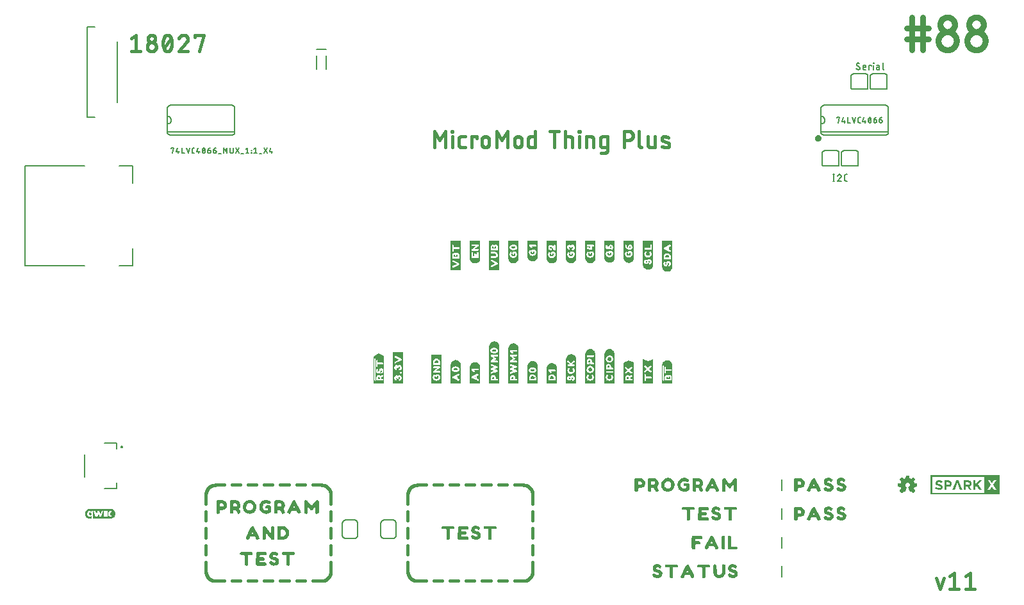
<source format=gto>
G04 EAGLE Gerber RS-274X export*
G75*
%MOMM*%
%FSLAX34Y34*%
%LPD*%
%INSilkscreen Top*%
%IPPOS*%
%AMOC8*
5,1,8,0,0,1.08239X$1,22.5*%
G01*
%ADD10C,0.381000*%
%ADD11C,0.152400*%
%ADD12C,0.762000*%
%ADD13C,0.203200*%
%ADD14C,0.508000*%
%ADD15C,0.127000*%
%ADD16C,0.406400*%

G36*
X1303033Y228603D02*
X1303033Y228603D01*
X1303026Y228597D01*
X1303020Y228605D01*
X1211580Y228605D01*
X1211533Y228569D01*
X1211538Y228561D01*
X1211531Y228555D01*
X1211531Y203245D01*
X1211567Y203197D01*
X1211574Y203203D01*
X1211580Y203195D01*
X1303020Y203195D01*
X1303067Y203231D01*
X1303062Y203239D01*
X1303069Y203245D01*
X1303069Y228555D01*
X1303033Y228603D01*
G37*
%LPC*%
G36*
X1213979Y205644D02*
X1213979Y205644D01*
X1213979Y226156D01*
X1282543Y226156D01*
X1282543Y205644D01*
X1213979Y205644D01*
G37*
%LPD*%
G36*
X641202Y350088D02*
X641202Y350088D01*
X641204Y350086D01*
X641804Y350186D01*
X641821Y350207D01*
X641824Y350210D01*
X641824Y399610D01*
X641823Y399612D01*
X641824Y399613D01*
X641724Y400313D01*
X641722Y400315D01*
X641723Y400318D01*
X641523Y400917D01*
X641323Y401617D01*
X641321Y401618D01*
X641322Y401621D01*
X640722Y402821D01*
X640718Y402822D01*
X640719Y402825D01*
X640319Y403325D01*
X640317Y403326D01*
X640317Y403327D01*
X639317Y404327D01*
X639315Y404327D01*
X639315Y404329D01*
X638815Y404729D01*
X638812Y404729D01*
X638811Y404732D01*
X637611Y405332D01*
X637608Y405331D01*
X637607Y405333D01*
X636907Y405533D01*
X636308Y405733D01*
X636305Y405732D01*
X636303Y405734D01*
X635603Y405834D01*
X635601Y405833D01*
X635600Y405834D01*
X634300Y405834D01*
X634298Y405833D01*
X634297Y405834D01*
X633597Y405734D01*
X633595Y405732D01*
X633593Y405733D01*
X632893Y405533D01*
X632892Y405533D01*
X632292Y405333D01*
X632291Y405331D01*
X632289Y405332D01*
X631689Y405032D01*
X631688Y405030D01*
X631687Y405030D01*
X631087Y404630D01*
X631086Y404629D01*
X631085Y404629D01*
X630585Y404229D01*
X630585Y404227D01*
X630583Y404227D01*
X630083Y403727D01*
X630083Y403725D01*
X630081Y403725D01*
X629281Y402725D01*
X629281Y402724D01*
X629280Y402723D01*
X628880Y402123D01*
X628880Y402119D01*
X628877Y402118D01*
X628677Y401518D01*
X628677Y401517D01*
X628477Y400817D01*
X628277Y400218D01*
X628278Y400215D01*
X628276Y400214D01*
X628276Y400213D01*
X628176Y399513D01*
X628177Y399511D01*
X628176Y399510D01*
X628176Y350610D01*
X628180Y350605D01*
X628178Y350601D01*
X628378Y350101D01*
X628394Y350093D01*
X628400Y350086D01*
X641200Y350086D01*
X641202Y350088D01*
G37*
G36*
X667224Y350107D02*
X667224Y350107D01*
X667223Y350109D01*
X667224Y350110D01*
X667224Y396810D01*
X667223Y396812D01*
X667223Y396813D01*
X667224Y396813D01*
X667124Y397513D01*
X667122Y397515D01*
X667123Y397517D01*
X666923Y398217D01*
X666923Y398218D01*
X666723Y398818D01*
X666721Y398819D01*
X666722Y398821D01*
X666122Y400021D01*
X666120Y400022D01*
X666120Y400023D01*
X665720Y400623D01*
X665717Y400624D01*
X665717Y400627D01*
X665217Y401127D01*
X665215Y401127D01*
X665215Y401129D01*
X664716Y401528D01*
X664217Y402027D01*
X664212Y402027D01*
X664211Y402032D01*
X663011Y402632D01*
X663008Y402631D01*
X663008Y402633D01*
X662408Y402833D01*
X662407Y402833D01*
X661707Y403033D01*
X661705Y403032D01*
X661704Y403034D01*
X661104Y403134D01*
X661102Y403132D01*
X661100Y403134D01*
X659700Y403134D01*
X659698Y403133D01*
X659697Y403134D01*
X658997Y403034D01*
X658995Y403032D01*
X658992Y403033D01*
X658393Y402833D01*
X657693Y402633D01*
X657692Y402631D01*
X657689Y402632D01*
X657089Y402332D01*
X657088Y402328D01*
X657085Y402329D01*
X656586Y401930D01*
X655987Y401530D01*
X655986Y401529D01*
X655985Y401529D01*
X655485Y401129D01*
X655484Y401124D01*
X655480Y401123D01*
X655080Y400524D01*
X654681Y400025D01*
X654681Y400022D01*
X654678Y400021D01*
X654078Y398821D01*
X654079Y398818D01*
X654077Y398817D01*
X653877Y398117D01*
X653677Y397518D01*
X653678Y397515D01*
X653676Y397513D01*
X653576Y396813D01*
X653577Y396811D01*
X653576Y396810D01*
X653576Y350710D01*
X653578Y350708D01*
X653576Y350706D01*
X653676Y350106D01*
X653697Y350089D01*
X653700Y350086D01*
X667200Y350086D01*
X667224Y350107D01*
G37*
G36*
X768721Y350104D02*
X768721Y350104D01*
X768724Y350106D01*
X768824Y350706D01*
X768822Y350708D01*
X768824Y350710D01*
X768824Y389310D01*
X768823Y389312D01*
X768824Y389313D01*
X768724Y390013D01*
X768722Y390015D01*
X768723Y390017D01*
X768523Y390717D01*
X768523Y390718D01*
X768123Y391918D01*
X768119Y391920D01*
X768120Y391923D01*
X767320Y393123D01*
X767319Y393124D01*
X767319Y393125D01*
X766919Y393625D01*
X766917Y393626D01*
X766917Y393627D01*
X766417Y394127D01*
X766414Y394127D01*
X766413Y394130D01*
X765813Y394530D01*
X765812Y394531D01*
X765312Y394831D01*
X765311Y394831D01*
X765311Y394832D01*
X764711Y395132D01*
X764710Y395131D01*
X764710Y395132D01*
X764010Y395432D01*
X764006Y395431D01*
X764004Y395434D01*
X763404Y395534D01*
X763403Y395534D01*
X762003Y395734D01*
X761999Y395731D01*
X761996Y395734D01*
X761397Y395634D01*
X759997Y395434D01*
X759993Y395430D01*
X759989Y395432D01*
X759391Y395132D01*
X758792Y394933D01*
X758790Y394929D01*
X758787Y394930D01*
X758187Y394530D01*
X758186Y394529D01*
X758185Y394529D01*
X757685Y394129D01*
X757685Y394127D01*
X757683Y394127D01*
X756683Y393127D01*
X756683Y393125D01*
X756681Y393125D01*
X756281Y392625D01*
X756281Y392622D01*
X756278Y392621D01*
X755678Y391421D01*
X755679Y391418D01*
X755677Y391417D01*
X755477Y390717D01*
X755277Y390118D01*
X755278Y390115D01*
X755276Y390113D01*
X755176Y389413D01*
X755177Y389411D01*
X755176Y389410D01*
X755176Y350210D01*
X755194Y350189D01*
X755196Y350186D01*
X755796Y350086D01*
X755798Y350088D01*
X755800Y350086D01*
X768700Y350086D01*
X768721Y350104D01*
G37*
G36*
X794121Y350104D02*
X794121Y350104D01*
X794124Y350106D01*
X794224Y350706D01*
X794222Y350708D01*
X794224Y350710D01*
X794224Y389310D01*
X794223Y389312D01*
X794224Y389313D01*
X794124Y390013D01*
X794122Y390015D01*
X794123Y390017D01*
X793923Y390717D01*
X793923Y390718D01*
X793523Y391918D01*
X793519Y391920D01*
X793520Y391923D01*
X792720Y393123D01*
X792719Y393124D01*
X792719Y393125D01*
X792319Y393625D01*
X792317Y393626D01*
X792317Y393627D01*
X791817Y394127D01*
X791814Y394127D01*
X791813Y394130D01*
X791213Y394530D01*
X791212Y394531D01*
X790712Y394831D01*
X790711Y394831D01*
X790711Y394832D01*
X790111Y395132D01*
X790110Y395131D01*
X790110Y395132D01*
X789410Y395432D01*
X789406Y395431D01*
X789404Y395434D01*
X788804Y395534D01*
X788803Y395534D01*
X787403Y395734D01*
X787399Y395731D01*
X787396Y395734D01*
X786797Y395634D01*
X785397Y395434D01*
X785393Y395430D01*
X785389Y395432D01*
X784791Y395132D01*
X784192Y394933D01*
X784190Y394929D01*
X784187Y394930D01*
X783587Y394530D01*
X783586Y394529D01*
X783585Y394529D01*
X783085Y394129D01*
X783085Y394127D01*
X783083Y394127D01*
X782083Y393127D01*
X782083Y393125D01*
X782081Y393125D01*
X781681Y392625D01*
X781681Y392622D01*
X781678Y392621D01*
X781078Y391421D01*
X781079Y391418D01*
X781077Y391417D01*
X780877Y390717D01*
X780677Y390118D01*
X780678Y390115D01*
X780676Y390113D01*
X780576Y389413D01*
X780577Y389411D01*
X780576Y389410D01*
X780576Y350210D01*
X780594Y350189D01*
X780596Y350186D01*
X781196Y350086D01*
X781198Y350088D01*
X781200Y350086D01*
X794100Y350086D01*
X794121Y350104D01*
G37*
G36*
X514614Y350098D02*
X514614Y350098D01*
X514623Y350101D01*
X514823Y350601D01*
X514820Y350607D01*
X514824Y350610D01*
X514824Y391310D01*
X514818Y391317D01*
X514819Y391325D01*
X514519Y391725D01*
X514506Y391727D01*
X514500Y391734D01*
X501600Y391734D01*
X501593Y391728D01*
X501585Y391729D01*
X501185Y391429D01*
X501183Y391417D01*
X501176Y391411D01*
X501176Y391410D01*
X501176Y350210D01*
X501194Y350189D01*
X501196Y350186D01*
X501796Y350086D01*
X501798Y350088D01*
X501800Y350086D01*
X514600Y350086D01*
X514614Y350098D01*
G37*
G36*
X864903Y498066D02*
X864903Y498066D01*
X864904Y498066D01*
X865504Y498166D01*
X865506Y498168D01*
X865508Y498167D01*
X866108Y498367D01*
X866108Y498368D01*
X866110Y498368D01*
X866810Y498668D01*
X866811Y498672D01*
X866815Y498671D01*
X867314Y499070D01*
X867913Y499470D01*
X867914Y499471D01*
X867915Y499471D01*
X868415Y499871D01*
X868416Y499875D01*
X868419Y499875D01*
X868819Y500375D01*
X868819Y500376D01*
X868820Y500377D01*
X869220Y500976D01*
X869619Y501475D01*
X869619Y501479D01*
X869622Y501480D01*
X869922Y502180D01*
X869922Y502182D01*
X869923Y502182D01*
X870123Y502782D01*
X870123Y502783D01*
X870323Y503483D01*
X870322Y503487D01*
X870324Y503489D01*
X870324Y503490D01*
X870324Y504088D01*
X870424Y504787D01*
X870423Y504789D01*
X870424Y504790D01*
X870424Y538590D01*
X870415Y538600D01*
X870415Y538609D01*
X870015Y538909D01*
X870005Y538909D01*
X870000Y538914D01*
X857100Y538914D01*
X857090Y538905D01*
X857081Y538905D01*
X856781Y538505D01*
X856781Y538495D01*
X856776Y538490D01*
X856776Y504290D01*
X856777Y504288D01*
X856776Y504287D01*
X856876Y503587D01*
X856878Y503585D01*
X856877Y503582D01*
X857077Y502983D01*
X857277Y502283D01*
X857277Y502282D01*
X857477Y501682D01*
X857481Y501680D01*
X857480Y501677D01*
X857880Y501077D01*
X858179Y500578D01*
X858183Y500576D01*
X858183Y500573D01*
X859183Y499573D01*
X859185Y499573D01*
X859185Y499571D01*
X859685Y499171D01*
X859686Y499171D01*
X859687Y499170D01*
X860287Y498770D01*
X860289Y498770D01*
X860289Y498768D01*
X860889Y498468D01*
X860892Y498469D01*
X860892Y498467D01*
X861492Y498267D01*
X861493Y498267D01*
X862193Y498067D01*
X862195Y498068D01*
X862196Y498066D01*
X862796Y497966D01*
X862797Y497966D01*
X863497Y497866D01*
X863500Y497869D01*
X863503Y497866D01*
X864903Y498066D01*
G37*
G36*
X590814Y499678D02*
X590814Y499678D01*
X590823Y499681D01*
X591023Y500181D01*
X591020Y500187D01*
X591024Y500190D01*
X591024Y538790D01*
X591006Y538811D01*
X591004Y538814D01*
X590404Y538914D01*
X590402Y538912D01*
X590400Y538914D01*
X577500Y538914D01*
X577479Y538896D01*
X577476Y538894D01*
X577376Y538294D01*
X577378Y538292D01*
X577376Y538290D01*
X577376Y499890D01*
X577388Y499876D01*
X577391Y499868D01*
X577891Y499668D01*
X577897Y499670D01*
X577900Y499666D01*
X590800Y499666D01*
X590814Y499678D01*
G37*
G36*
X641614Y500378D02*
X641614Y500378D01*
X641623Y500381D01*
X641823Y500881D01*
X641820Y500887D01*
X641824Y500890D01*
X641824Y538790D01*
X641806Y538811D01*
X641804Y538814D01*
X641204Y538914D01*
X641202Y538912D01*
X641200Y538914D01*
X628300Y538914D01*
X628279Y538896D01*
X628276Y538894D01*
X628176Y538294D01*
X628178Y538292D01*
X628176Y538290D01*
X628176Y500490D01*
X628192Y500471D01*
X628195Y500466D01*
X628695Y500366D01*
X628698Y500368D01*
X628700Y500366D01*
X641600Y500366D01*
X641614Y500378D01*
G37*
G36*
X489109Y350093D02*
X489109Y350093D01*
X489117Y350093D01*
X489417Y350393D01*
X489418Y350404D01*
X489424Y350410D01*
X489424Y386410D01*
X489413Y386422D01*
X489411Y386432D01*
X488811Y386732D01*
X482711Y389732D01*
X482700Y389729D01*
X482692Y389733D01*
X482092Y389533D01*
X482091Y389531D01*
X482089Y389532D01*
X476089Y386532D01*
X476086Y386524D01*
X476079Y386522D01*
X475779Y386022D01*
X475781Y386014D01*
X475776Y386010D01*
X475776Y350410D01*
X475785Y350400D01*
X475785Y350391D01*
X476185Y350091D01*
X476195Y350091D01*
X476200Y350086D01*
X489100Y350086D01*
X489109Y350093D01*
G37*
G36*
X565521Y350104D02*
X565521Y350104D01*
X565524Y350106D01*
X565624Y350706D01*
X565622Y350708D01*
X565624Y350710D01*
X565624Y387910D01*
X565603Y387934D01*
X565601Y387933D01*
X565600Y387934D01*
X552100Y387934D01*
X552079Y387916D01*
X552076Y387914D01*
X551976Y387314D01*
X551977Y387313D01*
X551976Y387313D01*
X551977Y387311D01*
X551976Y387310D01*
X551976Y350110D01*
X551997Y350086D01*
X551999Y350087D01*
X552000Y350086D01*
X565500Y350086D01*
X565521Y350104D01*
G37*
G36*
X743214Y350098D02*
X743214Y350098D01*
X743223Y350101D01*
X743423Y350601D01*
X743420Y350607D01*
X743424Y350610D01*
X743424Y382410D01*
X743422Y382412D01*
X743424Y382414D01*
X743324Y383013D01*
X743224Y383713D01*
X743221Y383716D01*
X743222Y383720D01*
X742923Y384419D01*
X742723Y385018D01*
X742721Y385019D01*
X742722Y385021D01*
X742422Y385621D01*
X742418Y385622D01*
X742419Y385625D01*
X742019Y386125D01*
X742017Y386126D01*
X742017Y386127D01*
X741017Y387127D01*
X741015Y387127D01*
X741015Y387129D01*
X740515Y387529D01*
X740514Y387529D01*
X740513Y387530D01*
X739913Y387930D01*
X739911Y387930D01*
X739911Y387932D01*
X739311Y388232D01*
X739308Y388231D01*
X739308Y388233D01*
X738708Y388433D01*
X738707Y388433D01*
X738007Y388633D01*
X738005Y388632D01*
X738004Y388634D01*
X737404Y388734D01*
X737403Y388734D01*
X736703Y388834D01*
X736700Y388831D01*
X736697Y388834D01*
X735997Y388734D01*
X735996Y388734D01*
X735397Y388634D01*
X734697Y388534D01*
X734695Y388532D01*
X734692Y388533D01*
X734092Y388333D01*
X734092Y388332D01*
X734090Y388332D01*
X733390Y388032D01*
X733389Y388028D01*
X733385Y388029D01*
X732886Y387630D01*
X732287Y387230D01*
X732286Y387229D01*
X732285Y387229D01*
X731785Y386829D01*
X731784Y386825D01*
X731781Y386825D01*
X731381Y386325D01*
X731381Y386324D01*
X731380Y386323D01*
X730980Y385724D01*
X730581Y385225D01*
X730581Y385221D01*
X730578Y385220D01*
X730278Y384520D01*
X730278Y384518D01*
X730277Y384518D01*
X730077Y383918D01*
X730077Y383917D01*
X729877Y383217D01*
X729877Y383215D01*
X729876Y383214D01*
X729878Y383212D01*
X729876Y383210D01*
X729876Y382612D01*
X729776Y381913D01*
X729777Y381911D01*
X729776Y381910D01*
X729776Y350310D01*
X729788Y350296D01*
X729791Y350288D01*
X730291Y350088D01*
X730297Y350090D01*
X730300Y350086D01*
X743200Y350086D01*
X743214Y350098D01*
G37*
G36*
X839002Y500767D02*
X839002Y500767D01*
X839003Y500766D01*
X839703Y500866D01*
X839705Y500868D01*
X839708Y500867D01*
X840308Y501067D01*
X840308Y501068D01*
X840310Y501068D01*
X841010Y501368D01*
X841010Y501369D01*
X841011Y501368D01*
X841611Y501668D01*
X841611Y501670D01*
X841612Y501669D01*
X842112Y501969D01*
X842113Y501972D01*
X842116Y501971D01*
X842715Y502471D01*
X843215Y502871D01*
X843216Y502876D01*
X843220Y502877D01*
X843620Y503476D01*
X844019Y503975D01*
X844019Y503978D01*
X844022Y503979D01*
X844622Y505179D01*
X844621Y505182D01*
X844623Y505183D01*
X844823Y505883D01*
X844822Y505885D01*
X844824Y505886D01*
X844924Y506486D01*
X844924Y506487D01*
X845024Y507187D01*
X845023Y507188D01*
X845024Y507189D01*
X845024Y507190D01*
X845024Y538390D01*
X845020Y538395D01*
X845023Y538399D01*
X844823Y538899D01*
X844806Y538907D01*
X844800Y538914D01*
X831900Y538914D01*
X831896Y538911D01*
X831894Y538911D01*
X831891Y538913D01*
X831391Y538713D01*
X831383Y538696D01*
X831376Y538690D01*
X831376Y507590D01*
X831380Y507586D01*
X831378Y507580D01*
X831387Y507577D01*
X831397Y507566D01*
X831404Y507572D01*
X831413Y507569D01*
X832414Y508195D01*
X831387Y507510D01*
X831382Y507493D01*
X831376Y507486D01*
X831476Y506888D01*
X831476Y506290D01*
X831479Y506287D01*
X831477Y506283D01*
X831677Y505583D01*
X831677Y505582D01*
X831877Y504982D01*
X831879Y504981D01*
X831878Y504979D01*
X832178Y504379D01*
X832180Y504378D01*
X832180Y504377D01*
X832980Y503177D01*
X832981Y503176D01*
X832981Y503175D01*
X833381Y502675D01*
X833385Y502674D01*
X833385Y502671D01*
X833885Y502271D01*
X833886Y502271D01*
X833887Y502270D01*
X835087Y501470D01*
X835091Y501470D01*
X835092Y501467D01*
X835691Y501268D01*
X836289Y500968D01*
X836294Y500970D01*
X836297Y500966D01*
X837697Y500766D01*
X837699Y500767D01*
X837700Y500766D01*
X839000Y500766D01*
X839002Y500767D01*
G37*
G36*
X102740Y171388D02*
X102740Y171388D01*
X102762Y171391D01*
X102770Y171408D01*
X102779Y171413D01*
X102777Y171423D01*
X102784Y171438D01*
X102796Y171854D01*
X102796Y171855D01*
X102796Y175034D01*
X102790Y175043D01*
X102793Y175054D01*
X102773Y175070D01*
X102760Y175091D01*
X102749Y175089D01*
X102740Y175096D01*
X102697Y175082D01*
X102692Y175081D01*
X102692Y175080D01*
X102691Y175080D01*
X102374Y174782D01*
X101963Y174467D01*
X101498Y174245D01*
X100995Y174125D01*
X100478Y174091D01*
X99960Y174139D01*
X99455Y174257D01*
X98971Y174442D01*
X98522Y174699D01*
X98136Y175044D01*
X97811Y175448D01*
X97546Y175894D01*
X97339Y176370D01*
X97214Y176876D01*
X97141Y177394D01*
X97105Y177915D01*
X97145Y178436D01*
X97228Y178952D01*
X97360Y179456D01*
X97576Y179928D01*
X97858Y180363D01*
X98200Y180751D01*
X98600Y181078D01*
X99053Y181330D01*
X99546Y181489D01*
X100058Y181577D01*
X100577Y181610D01*
X101092Y181554D01*
X101587Y181405D01*
X102045Y181168D01*
X102450Y180839D01*
X102451Y180838D01*
X102452Y180837D01*
X102696Y180652D01*
X102704Y180652D01*
X102708Y180645D01*
X102736Y180649D01*
X102764Y180647D01*
X102767Y180654D01*
X102775Y180655D01*
X102796Y180702D01*
X102796Y181307D01*
X102807Y181533D01*
X105107Y181533D01*
X105103Y181287D01*
X105111Y181275D01*
X105131Y171629D01*
X105131Y171628D01*
X105131Y171626D01*
X105140Y171436D01*
X105152Y171419D01*
X105155Y171398D01*
X105173Y171390D01*
X105180Y171381D01*
X105189Y171383D01*
X105203Y171377D01*
X127781Y171379D01*
X127783Y171380D01*
X127787Y171379D01*
X128841Y171485D01*
X128844Y171487D01*
X128848Y171486D01*
X129363Y171598D01*
X129366Y171600D01*
X129370Y171599D01*
X130375Y171928D01*
X130379Y171932D01*
X130386Y171933D01*
X131317Y172438D01*
X131319Y172442D01*
X131326Y172444D01*
X132155Y173100D01*
X132156Y173103D01*
X132160Y173105D01*
X132537Y173473D01*
X132538Y173476D01*
X132542Y173478D01*
X133209Y174301D01*
X133209Y174306D01*
X133215Y174310D01*
X133721Y175241D01*
X133720Y175246D01*
X133724Y175250D01*
X133908Y175744D01*
X133907Y175746D01*
X133909Y175748D01*
X134066Y176253D01*
X134065Y176255D01*
X134067Y176257D01*
X134191Y176770D01*
X134189Y176774D01*
X134192Y176778D01*
X134299Y177832D01*
X134296Y177837D01*
X134299Y177844D01*
X134209Y178898D01*
X134208Y178900D01*
X134209Y178904D01*
X134118Y179423D01*
X134116Y179426D01*
X134116Y179431D01*
X133802Y180443D01*
X133798Y180446D01*
X133798Y180454D01*
X133297Y181387D01*
X133294Y181388D01*
X133293Y181393D01*
X132990Y181825D01*
X132988Y181826D01*
X132987Y181829D01*
X132650Y182238D01*
X132649Y182238D01*
X132648Y182240D01*
X132618Y182274D01*
X132561Y182336D01*
X132561Y182337D01*
X132504Y182399D01*
X132447Y182462D01*
X132334Y182587D01*
X132334Y182588D01*
X132294Y182631D01*
X132290Y182632D01*
X132287Y182638D01*
X131470Y183312D01*
X131465Y183312D01*
X131461Y183318D01*
X130536Y183833D01*
X130533Y183833D01*
X130529Y183836D01*
X130043Y184038D01*
X130040Y184038D01*
X130036Y184041D01*
X129022Y184342D01*
X129017Y184341D01*
X129011Y184344D01*
X127956Y184451D01*
X127767Y184470D01*
X127764Y184468D01*
X127761Y184470D01*
X100745Y184470D01*
X100743Y184468D01*
X100739Y184470D01*
X99685Y184365D01*
X99682Y184363D01*
X99679Y184364D01*
X99162Y184260D01*
X99160Y184258D01*
X99155Y184259D01*
X98147Y183936D01*
X98143Y183932D01*
X98136Y183932D01*
X97205Y183426D01*
X97203Y183423D01*
X97197Y183422D01*
X96773Y183108D01*
X96772Y183107D01*
X96770Y183106D01*
X96361Y182769D01*
X96361Y182767D01*
X96358Y182766D01*
X95976Y182403D01*
X95975Y182399D01*
X95971Y182397D01*
X95298Y181579D01*
X95298Y181574D01*
X95292Y181569D01*
X94786Y180638D01*
X94786Y180634D01*
X94783Y180630D01*
X94593Y180139D01*
X94593Y180137D01*
X94591Y180134D01*
X94434Y179629D01*
X94435Y179627D01*
X94433Y179626D01*
X94302Y179114D01*
X94304Y179110D01*
X94301Y179105D01*
X94194Y178051D01*
X94196Y178047D01*
X94194Y178041D01*
X94223Y177514D01*
X94224Y177513D01*
X94223Y177511D01*
X94276Y176984D01*
X94277Y176983D01*
X94277Y176981D01*
X94360Y176460D01*
X94363Y176457D01*
X94362Y176451D01*
X94676Y175439D01*
X94680Y175436D01*
X94681Y175429D01*
X95175Y174493D01*
X95178Y174491D01*
X95178Y174487D01*
X95475Y174051D01*
X95478Y174050D01*
X95479Y174045D01*
X95596Y173908D01*
X95650Y173845D01*
X95703Y173783D01*
X95864Y173594D01*
X95917Y173532D01*
X95971Y173469D01*
X96024Y173406D01*
X96166Y173240D01*
X96170Y173239D01*
X96173Y173233D01*
X96991Y172558D01*
X96995Y172558D01*
X97000Y172552D01*
X97921Y172032D01*
X97924Y172032D01*
X97927Y172029D01*
X98411Y171820D01*
X98414Y171820D01*
X98417Y171817D01*
X99430Y171508D01*
X99435Y171510D01*
X99442Y171506D01*
X100496Y171400D01*
X100498Y171401D01*
X100500Y171400D01*
X101028Y171377D01*
X101029Y171377D01*
X101031Y171377D01*
X102722Y171377D01*
X102740Y171388D01*
G37*
G36*
X844709Y350093D02*
X844709Y350093D01*
X844717Y350093D01*
X845017Y350393D01*
X845018Y350404D01*
X845024Y350410D01*
X845024Y382210D01*
X845017Y382219D01*
X845017Y382227D01*
X844717Y382527D01*
X844706Y382528D01*
X844702Y382532D01*
X844696Y382532D01*
X844693Y382530D01*
X844689Y382532D01*
X838592Y379433D01*
X838004Y379335D01*
X832011Y382332D01*
X831411Y382632D01*
X831406Y382630D01*
X831403Y382634D01*
X831396Y382628D01*
X831380Y382623D01*
X831382Y382615D01*
X831376Y382610D01*
X831376Y350410D01*
X831385Y350400D01*
X831385Y350391D01*
X831785Y350091D01*
X831795Y350091D01*
X831800Y350086D01*
X844700Y350086D01*
X844709Y350093D01*
G37*
G36*
X590402Y350088D02*
X590402Y350088D01*
X590404Y350086D01*
X591004Y350186D01*
X591021Y350207D01*
X591024Y350210D01*
X591024Y374510D01*
X591023Y374512D01*
X591024Y374513D01*
X590824Y375913D01*
X590822Y375915D01*
X590823Y375918D01*
X590423Y377118D01*
X590421Y377119D01*
X590422Y377121D01*
X590122Y377721D01*
X590120Y377722D01*
X590120Y377723D01*
X589720Y378323D01*
X589719Y378324D01*
X589719Y378325D01*
X589319Y378825D01*
X589317Y378826D01*
X589317Y378827D01*
X588317Y379827D01*
X588312Y379827D01*
X588311Y379832D01*
X587712Y380131D01*
X587113Y380530D01*
X587109Y380530D01*
X587108Y380533D01*
X586508Y380733D01*
X586507Y380733D01*
X585807Y380933D01*
X585805Y380932D01*
X585804Y380934D01*
X585204Y381034D01*
X585203Y381034D01*
X584503Y381134D01*
X584501Y381133D01*
X584500Y381134D01*
X583800Y381134D01*
X583798Y381132D01*
X583796Y381134D01*
X583197Y381034D01*
X582497Y380934D01*
X582495Y380932D01*
X582493Y380933D01*
X581793Y380733D01*
X581792Y380731D01*
X581789Y380732D01*
X580589Y380132D01*
X580588Y380128D01*
X580585Y380129D01*
X579585Y379329D01*
X579585Y379327D01*
X579583Y379327D01*
X579083Y378827D01*
X579083Y378825D01*
X579081Y378825D01*
X578681Y378325D01*
X578681Y378324D01*
X578680Y378323D01*
X578280Y377723D01*
X578280Y377721D01*
X578278Y377721D01*
X577978Y377121D01*
X577979Y377118D01*
X577977Y377117D01*
X577777Y376417D01*
X577577Y375818D01*
X577578Y375815D01*
X577576Y375813D01*
X577476Y375113D01*
X577376Y374514D01*
X577378Y374512D01*
X577376Y374510D01*
X577376Y350710D01*
X577378Y350708D01*
X577376Y350706D01*
X577476Y350106D01*
X577497Y350089D01*
X577500Y350086D01*
X590400Y350086D01*
X590402Y350088D01*
G37*
G36*
X869905Y350090D02*
X869905Y350090D01*
X869909Y350088D01*
X870409Y350288D01*
X870417Y350304D01*
X870424Y350310D01*
X870424Y374010D01*
X870423Y374012D01*
X870424Y374013D01*
X870324Y374712D01*
X870324Y375410D01*
X870321Y375413D01*
X870323Y375417D01*
X870123Y376117D01*
X870123Y376118D01*
X869923Y376718D01*
X869921Y376719D01*
X869922Y376721D01*
X869622Y377321D01*
X869620Y377322D01*
X869620Y377323D01*
X869220Y377923D01*
X869219Y377924D01*
X869219Y377925D01*
X868419Y378925D01*
X868417Y378926D01*
X868417Y378927D01*
X867917Y379427D01*
X867914Y379427D01*
X867913Y379430D01*
X867313Y379830D01*
X867311Y379830D01*
X867311Y379832D01*
X866111Y380432D01*
X866108Y380431D01*
X866108Y380433D01*
X865508Y380633D01*
X865507Y380633D01*
X864807Y380833D01*
X864805Y380832D01*
X864804Y380834D01*
X864204Y380934D01*
X864202Y380932D01*
X864200Y380934D01*
X862800Y380934D01*
X862797Y380932D01*
X862796Y380932D01*
X862793Y380933D01*
X862095Y380734D01*
X861496Y380634D01*
X861494Y380631D01*
X861490Y380632D01*
X860790Y380332D01*
X860790Y380331D01*
X860789Y380332D01*
X860189Y380032D01*
X860189Y380030D01*
X860188Y380031D01*
X859688Y379731D01*
X859687Y379728D01*
X859684Y379729D01*
X859084Y379229D01*
X859084Y379227D01*
X859083Y379227D01*
X858683Y378827D01*
X858683Y378826D01*
X858681Y378826D01*
X858181Y378226D01*
X858181Y378225D01*
X857781Y377725D01*
X857781Y377722D01*
X857778Y377721D01*
X857178Y376521D01*
X857179Y376518D01*
X857177Y376517D01*
X856977Y375817D01*
X856978Y375815D01*
X856976Y375814D01*
X856876Y375214D01*
X856876Y375213D01*
X856776Y374513D01*
X856777Y374511D01*
X856776Y374510D01*
X856776Y350510D01*
X856782Y350503D01*
X856781Y350495D01*
X857081Y350095D01*
X857094Y350093D01*
X857100Y350086D01*
X869900Y350086D01*
X869905Y350090D01*
G37*
G36*
X819310Y350095D02*
X819310Y350095D01*
X819319Y350095D01*
X819619Y350495D01*
X819619Y350505D01*
X819624Y350510D01*
X819624Y377610D01*
X819613Y377623D01*
X819611Y377632D01*
X812911Y380932D01*
X812906Y380931D01*
X812905Y380932D01*
X812895Y380932D01*
X812892Y380933D01*
X812292Y380733D01*
X812291Y380731D01*
X812289Y380732D01*
X806289Y377732D01*
X806286Y377724D01*
X806279Y377722D01*
X805979Y377222D01*
X805981Y377214D01*
X805976Y377210D01*
X805976Y350310D01*
X805988Y350296D01*
X805991Y350288D01*
X806491Y350088D01*
X806497Y350090D01*
X806500Y350086D01*
X819300Y350086D01*
X819310Y350095D01*
G37*
G36*
X711502Y508867D02*
X711502Y508867D01*
X711503Y508866D01*
X712203Y508966D01*
X712204Y508966D01*
X712804Y509066D01*
X712805Y509068D01*
X712807Y509067D01*
X713507Y509267D01*
X713508Y509269D01*
X713511Y509268D01*
X714711Y509868D01*
X714712Y509870D01*
X714713Y509870D01*
X715313Y510270D01*
X715314Y510271D01*
X715315Y510271D01*
X715815Y510671D01*
X715816Y510673D01*
X715817Y510673D01*
X716317Y511173D01*
X716317Y511175D01*
X716319Y511175D01*
X716719Y511675D01*
X716719Y511676D01*
X716720Y511677D01*
X717120Y512277D01*
X717120Y512279D01*
X717122Y512279D01*
X717422Y512879D01*
X717421Y512882D01*
X717423Y512882D01*
X717623Y513482D01*
X717623Y513483D01*
X717823Y514183D01*
X717822Y514185D01*
X717824Y514186D01*
X717924Y514786D01*
X717924Y514787D01*
X718024Y515487D01*
X718023Y515489D01*
X718024Y515490D01*
X718024Y538490D01*
X718018Y538497D01*
X718019Y538505D01*
X717719Y538905D01*
X717706Y538907D01*
X717700Y538914D01*
X704900Y538914D01*
X704897Y538911D01*
X704893Y538911D01*
X704891Y538913D01*
X704391Y538713D01*
X704383Y538696D01*
X704376Y538690D01*
X704376Y515590D01*
X704377Y515588D01*
X704376Y515587D01*
X704576Y514187D01*
X704578Y514185D01*
X704577Y514182D01*
X704777Y513583D01*
X704977Y512883D01*
X704979Y512882D01*
X704978Y512879D01*
X705278Y512279D01*
X705282Y512278D01*
X705281Y512275D01*
X705680Y511776D01*
X706080Y511177D01*
X706083Y511176D01*
X706083Y511173D01*
X706583Y510673D01*
X706585Y510673D01*
X706585Y510671D01*
X707585Y509871D01*
X707588Y509871D01*
X707589Y509868D01*
X708789Y509268D01*
X708792Y509269D01*
X708793Y509267D01*
X709493Y509067D01*
X709495Y509068D01*
X709497Y509066D01*
X710197Y508966D01*
X710796Y508866D01*
X710798Y508868D01*
X710800Y508866D01*
X711500Y508866D01*
X711502Y508867D01*
G37*
G36*
X609902Y508868D02*
X609902Y508868D01*
X609904Y508866D01*
X610503Y508966D01*
X611203Y509066D01*
X611205Y509068D01*
X611207Y509067D01*
X611907Y509267D01*
X611908Y509267D01*
X612508Y509467D01*
X612510Y509471D01*
X612513Y509470D01*
X613113Y509870D01*
X613612Y510169D01*
X613613Y510172D01*
X613616Y510171D01*
X614216Y510671D01*
X614216Y510675D01*
X614219Y510675D01*
X614618Y511174D01*
X615117Y511673D01*
X615117Y511677D01*
X615121Y511678D01*
X615420Y512177D01*
X615820Y512777D01*
X615820Y512782D01*
X615823Y512783D01*
X616023Y513483D01*
X616223Y514082D01*
X616222Y514085D01*
X616224Y514087D01*
X616424Y515487D01*
X616423Y515489D01*
X616424Y515490D01*
X616424Y538490D01*
X616418Y538497D01*
X616419Y538505D01*
X616119Y538905D01*
X616106Y538907D01*
X616100Y538914D01*
X603300Y538914D01*
X603297Y538911D01*
X603293Y538911D01*
X603291Y538913D01*
X602791Y538713D01*
X602783Y538696D01*
X602776Y538690D01*
X602776Y515590D01*
X602777Y515588D01*
X602776Y515587D01*
X602876Y514887D01*
X602876Y514886D01*
X602976Y514286D01*
X602978Y514285D01*
X602977Y514283D01*
X603177Y513583D01*
X603177Y513582D01*
X603377Y512982D01*
X603379Y512981D01*
X603378Y512979D01*
X603678Y512379D01*
X603680Y512378D01*
X603680Y512377D01*
X604080Y511777D01*
X604081Y511776D01*
X604081Y511775D01*
X604881Y510775D01*
X604883Y510775D01*
X604883Y510773D01*
X605383Y510273D01*
X605386Y510273D01*
X605387Y510270D01*
X605987Y509870D01*
X605989Y509870D01*
X605989Y509868D01*
X607189Y509268D01*
X607192Y509269D01*
X607193Y509267D01*
X607893Y509067D01*
X607895Y509068D01*
X607896Y509066D01*
X608496Y508966D01*
X608497Y508966D01*
X609197Y508866D01*
X609199Y508867D01*
X609200Y508866D01*
X609900Y508866D01*
X609902Y508868D01*
G37*
G36*
X737102Y509066D02*
X737102Y509066D01*
X737800Y509066D01*
X737804Y509069D01*
X737808Y509067D01*
X738407Y509267D01*
X739107Y509467D01*
X739108Y509469D01*
X739111Y509468D01*
X740311Y510068D01*
X740312Y510072D01*
X740315Y510071D01*
X740815Y510471D01*
X740816Y510473D01*
X740817Y510473D01*
X741817Y511473D01*
X741817Y511475D01*
X741819Y511475D01*
X742219Y511975D01*
X742219Y511976D01*
X742220Y511977D01*
X742620Y512577D01*
X742620Y512579D01*
X742622Y512579D01*
X742922Y513179D01*
X742921Y513182D01*
X742923Y513182D01*
X743123Y513782D01*
X743122Y513785D01*
X743124Y513787D01*
X743424Y515887D01*
X743423Y515889D01*
X743424Y515890D01*
X743424Y538890D01*
X743403Y538914D01*
X743401Y538913D01*
X743400Y538914D01*
X729800Y538914D01*
X729776Y538893D01*
X729777Y538891D01*
X729776Y538890D01*
X729776Y515490D01*
X729778Y515488D01*
X729776Y515486D01*
X729876Y514886D01*
X729976Y514187D01*
X729978Y514185D01*
X729977Y514183D01*
X730177Y513483D01*
X730179Y513482D01*
X730178Y513479D01*
X730778Y512279D01*
X730782Y512278D01*
X730781Y512275D01*
X731180Y511776D01*
X731580Y511177D01*
X731585Y511175D01*
X731585Y511171D01*
X732084Y510772D01*
X732583Y510273D01*
X732588Y510273D01*
X732589Y510268D01*
X734389Y509368D01*
X734392Y509369D01*
X734393Y509367D01*
X735093Y509167D01*
X735095Y509168D01*
X735096Y509166D01*
X735696Y509066D01*
X735697Y509066D01*
X736397Y508966D01*
X736400Y508969D01*
X736403Y508966D01*
X737102Y509066D01*
G37*
G36*
X661703Y509166D02*
X661703Y509166D01*
X661704Y509166D01*
X662304Y509266D01*
X662307Y509269D01*
X662310Y509268D01*
X663009Y509567D01*
X663608Y509767D01*
X663610Y509771D01*
X663613Y509770D01*
X664213Y510170D01*
X664214Y510171D01*
X664215Y510171D01*
X664715Y510571D01*
X664716Y510573D01*
X664717Y510573D01*
X665717Y511573D01*
X665717Y511575D01*
X665719Y511575D01*
X666119Y512075D01*
X666119Y512078D01*
X666122Y512079D01*
X666722Y513279D01*
X666721Y513282D01*
X666723Y513282D01*
X666923Y513882D01*
X666923Y513883D01*
X667123Y514583D01*
X667122Y514585D01*
X667124Y514587D01*
X667224Y515287D01*
X667223Y515289D01*
X667224Y515290D01*
X667224Y538290D01*
X667222Y538292D01*
X667224Y538294D01*
X667124Y538894D01*
X667103Y538911D01*
X667100Y538914D01*
X654200Y538914D01*
X654198Y538912D01*
X654196Y538914D01*
X653596Y538814D01*
X653579Y538793D01*
X653576Y538790D01*
X653576Y515390D01*
X653577Y515388D01*
X653576Y515387D01*
X653676Y514687D01*
X653678Y514685D01*
X653677Y514682D01*
X653877Y514083D01*
X654077Y513383D01*
X654077Y513382D01*
X654277Y512782D01*
X654281Y512780D01*
X654280Y512777D01*
X654680Y512177D01*
X654681Y512176D01*
X654681Y512175D01*
X655080Y511676D01*
X655480Y511077D01*
X655485Y511075D01*
X655485Y511071D01*
X656485Y510271D01*
X656486Y510271D01*
X656487Y510270D01*
X657087Y509870D01*
X657089Y509870D01*
X657089Y509868D01*
X657689Y509568D01*
X657692Y509569D01*
X657692Y509567D01*
X658292Y509367D01*
X658293Y509367D01*
X658993Y509167D01*
X658995Y509168D01*
X658997Y509166D01*
X659697Y509066D01*
X660296Y508966D01*
X660300Y508969D01*
X660303Y508966D01*
X661703Y509166D01*
G37*
G36*
X692207Y350092D02*
X692207Y350092D01*
X692215Y350091D01*
X692615Y350391D01*
X692617Y350404D01*
X692624Y350410D01*
X692624Y373310D01*
X692623Y373312D01*
X692624Y373313D01*
X692424Y374713D01*
X692422Y374715D01*
X692423Y374718D01*
X692223Y375318D01*
X692221Y375319D01*
X692222Y375321D01*
X691622Y376521D01*
X691620Y376522D01*
X691620Y376523D01*
X691220Y377123D01*
X691219Y377124D01*
X691219Y377125D01*
X690819Y377625D01*
X690817Y377626D01*
X690817Y377627D01*
X690317Y378127D01*
X690315Y378127D01*
X690315Y378129D01*
X689815Y378529D01*
X689814Y378529D01*
X689813Y378530D01*
X689213Y378930D01*
X689211Y378930D01*
X689211Y378932D01*
X688011Y379532D01*
X688006Y379530D01*
X688003Y379534D01*
X687306Y379634D01*
X686708Y379833D01*
X686703Y379831D01*
X686700Y379834D01*
X685300Y379834D01*
X685298Y379832D01*
X685296Y379834D01*
X684697Y379734D01*
X683997Y379634D01*
X683995Y379632D01*
X683992Y379633D01*
X683392Y379433D01*
X683392Y379432D01*
X683390Y379432D01*
X682690Y379132D01*
X682689Y379130D01*
X682688Y379131D01*
X682188Y378831D01*
X682187Y378830D01*
X681587Y378430D01*
X681586Y378427D01*
X681583Y378427D01*
X680583Y377427D01*
X680583Y377425D01*
X680581Y377425D01*
X680181Y376925D01*
X680181Y376922D01*
X680178Y376921D01*
X679278Y375121D01*
X679279Y375117D01*
X679277Y375115D01*
X679277Y375114D01*
X679276Y375113D01*
X679176Y374413D01*
X679076Y373814D01*
X679076Y373813D01*
X678976Y373113D01*
X678977Y373111D01*
X678976Y373110D01*
X678976Y350510D01*
X678982Y350503D01*
X678981Y350495D01*
X679281Y350095D01*
X679294Y350093D01*
X679300Y350086D01*
X692200Y350086D01*
X692207Y350092D01*
G37*
G36*
X762102Y509267D02*
X762102Y509267D01*
X762103Y509266D01*
X763503Y509466D01*
X763505Y509468D01*
X763508Y509467D01*
X764107Y509667D01*
X764807Y509867D01*
X764808Y509869D01*
X764811Y509868D01*
X765411Y510168D01*
X765412Y510172D01*
X765415Y510171D01*
X765914Y510570D01*
X766513Y510970D01*
X766515Y510975D01*
X766519Y510975D01*
X766918Y511474D01*
X767417Y511973D01*
X767417Y511975D01*
X767419Y511975D01*
X767819Y512475D01*
X767819Y512478D01*
X767822Y512479D01*
X768422Y513679D01*
X768421Y513682D01*
X768423Y513683D01*
X768623Y514383D01*
X768622Y514385D01*
X768624Y514387D01*
X768724Y515086D01*
X768824Y515686D01*
X768823Y515688D01*
X768824Y515689D01*
X768824Y515690D01*
X768824Y538690D01*
X768812Y538704D01*
X768809Y538713D01*
X768309Y538913D01*
X768303Y538910D01*
X768300Y538914D01*
X755400Y538914D01*
X755386Y538902D01*
X755378Y538899D01*
X755178Y538399D01*
X755179Y538396D01*
X755176Y538393D01*
X755177Y538391D01*
X755176Y538390D01*
X755176Y516090D01*
X755178Y516088D01*
X755176Y516086D01*
X755276Y515488D01*
X755276Y514790D01*
X755279Y514787D01*
X755277Y514783D01*
X755477Y514083D01*
X755477Y514082D01*
X755677Y513482D01*
X755679Y513481D01*
X755678Y513479D01*
X755978Y512879D01*
X755980Y512878D01*
X755980Y512877D01*
X756380Y512277D01*
X756381Y512276D01*
X756381Y512275D01*
X757181Y511275D01*
X757183Y511275D01*
X757183Y511273D01*
X757683Y510773D01*
X757686Y510773D01*
X757687Y510770D01*
X758287Y510370D01*
X758289Y510370D01*
X758289Y510368D01*
X759489Y509768D01*
X759492Y509769D01*
X759492Y509767D01*
X760092Y509567D01*
X760093Y509567D01*
X760793Y509367D01*
X760795Y509368D01*
X760797Y509366D01*
X761497Y509266D01*
X761499Y509267D01*
X761500Y509266D01*
X762100Y509266D01*
X762102Y509267D01*
G37*
G36*
X813602Y509667D02*
X813602Y509667D01*
X813603Y509666D01*
X814303Y509766D01*
X814305Y509768D01*
X814308Y509767D01*
X814907Y509967D01*
X815607Y510167D01*
X815609Y510171D01*
X815613Y510170D01*
X816213Y510570D01*
X816712Y510869D01*
X816713Y510870D01*
X817313Y511270D01*
X817314Y511273D01*
X817317Y511273D01*
X817817Y511773D01*
X817817Y511775D01*
X817819Y511775D01*
X818219Y512275D01*
X818219Y512276D01*
X818220Y512277D01*
X818620Y512877D01*
X818620Y512879D01*
X818622Y512879D01*
X819222Y514079D01*
X819221Y514082D01*
X819223Y514082D01*
X819423Y514682D01*
X819422Y514685D01*
X819424Y514687D01*
X819624Y516087D01*
X819623Y516088D01*
X819624Y516089D01*
X819624Y516090D01*
X819624Y538390D01*
X819620Y538395D01*
X819623Y538399D01*
X819423Y538899D01*
X819406Y538907D01*
X819400Y538914D01*
X806500Y538914D01*
X806498Y538912D01*
X806495Y538914D01*
X805995Y538814D01*
X805987Y538802D01*
X805976Y538793D01*
X805977Y538791D01*
X805976Y538790D01*
X805976Y516390D01*
X805978Y516388D01*
X805976Y516386D01*
X806076Y515786D01*
X806176Y515087D01*
X806176Y515086D01*
X806276Y514486D01*
X806278Y514485D01*
X806277Y514483D01*
X806477Y513783D01*
X806479Y513782D01*
X806478Y513779D01*
X806778Y513179D01*
X806780Y513178D01*
X806780Y513177D01*
X807180Y512577D01*
X807181Y512576D01*
X807181Y512575D01*
X807981Y511575D01*
X807984Y511574D01*
X807984Y511571D01*
X808584Y511071D01*
X808587Y511071D01*
X808588Y511069D01*
X809087Y510770D01*
X809687Y510370D01*
X809689Y510370D01*
X809689Y510368D01*
X810289Y510068D01*
X810292Y510069D01*
X810292Y510067D01*
X810892Y509867D01*
X810895Y509868D01*
X810897Y509866D01*
X812297Y509666D01*
X812299Y509667D01*
X812300Y509666D01*
X813600Y509666D01*
X813602Y509667D01*
G37*
G36*
X787702Y509867D02*
X787702Y509867D01*
X787703Y509866D01*
X789103Y510066D01*
X789105Y510068D01*
X789108Y510067D01*
X789708Y510267D01*
X789709Y510269D01*
X789711Y510268D01*
X790911Y510868D01*
X790912Y510870D01*
X790913Y510870D01*
X791513Y511270D01*
X791514Y511271D01*
X791515Y511271D01*
X792015Y511671D01*
X792016Y511673D01*
X792017Y511673D01*
X792517Y512173D01*
X792517Y512175D01*
X792519Y512175D01*
X792919Y512675D01*
X792919Y512676D01*
X792920Y512677D01*
X793320Y513277D01*
X793320Y513279D01*
X793322Y513279D01*
X793622Y513879D01*
X793621Y513882D01*
X793623Y513882D01*
X793823Y514482D01*
X793823Y514483D01*
X794023Y515183D01*
X794022Y515185D01*
X794024Y515187D01*
X794124Y515886D01*
X794224Y516486D01*
X794222Y516488D01*
X794224Y516490D01*
X794224Y538790D01*
X794206Y538811D01*
X794204Y538814D01*
X793604Y538914D01*
X793602Y538912D01*
X793600Y538914D01*
X780700Y538914D01*
X780679Y538896D01*
X780676Y538894D01*
X780576Y538294D01*
X780578Y538292D01*
X780576Y538290D01*
X780576Y516490D01*
X780578Y516488D01*
X780576Y516486D01*
X780676Y515886D01*
X780776Y515187D01*
X780778Y515185D01*
X780777Y515182D01*
X780977Y514583D01*
X781177Y513883D01*
X781179Y513882D01*
X781178Y513879D01*
X781478Y513279D01*
X781482Y513278D01*
X781481Y513275D01*
X781880Y512776D01*
X782280Y512177D01*
X782283Y512176D01*
X782283Y512173D01*
X782783Y511673D01*
X782785Y511673D01*
X782785Y511671D01*
X783285Y511271D01*
X783286Y511271D01*
X783287Y511270D01*
X783887Y510870D01*
X783888Y510869D01*
X784388Y510569D01*
X784390Y510570D01*
X784390Y510568D01*
X785090Y510268D01*
X785092Y510268D01*
X785092Y510267D01*
X785692Y510067D01*
X785695Y510068D01*
X785697Y510066D01*
X787097Y509866D01*
X787099Y509867D01*
X787100Y509866D01*
X787700Y509866D01*
X787702Y509867D01*
G37*
G36*
X616321Y350104D02*
X616321Y350104D01*
X616324Y350106D01*
X616424Y350706D01*
X616422Y350708D01*
X616424Y350710D01*
X616424Y371710D01*
X616423Y371712D01*
X616424Y371713D01*
X616224Y373113D01*
X616222Y373115D01*
X616223Y373118D01*
X616023Y373717D01*
X615823Y374417D01*
X615821Y374418D01*
X615822Y374421D01*
X615522Y375021D01*
X615518Y375022D01*
X615519Y375025D01*
X615120Y375524D01*
X614720Y376123D01*
X614717Y376124D01*
X614717Y376127D01*
X614217Y376627D01*
X614215Y376627D01*
X614215Y376629D01*
X613215Y377429D01*
X613212Y377429D01*
X613211Y377432D01*
X612611Y377732D01*
X612610Y377731D01*
X612610Y377732D01*
X611910Y378032D01*
X611908Y378032D01*
X611908Y378033D01*
X611308Y378233D01*
X611305Y378232D01*
X611303Y378234D01*
X610603Y378334D01*
X610004Y378434D01*
X610002Y378433D01*
X610002Y378434D01*
X610000Y378434D01*
X609300Y378434D01*
X609298Y378434D01*
X609297Y378433D01*
X609297Y378434D01*
X607897Y378234D01*
X607895Y378232D01*
X607892Y378233D01*
X607292Y378033D01*
X607291Y378031D01*
X607289Y378032D01*
X606089Y377432D01*
X606088Y377430D01*
X606087Y377430D01*
X605487Y377030D01*
X605486Y377029D01*
X605485Y377029D01*
X604985Y376629D01*
X604985Y376627D01*
X604983Y376627D01*
X604483Y376127D01*
X604483Y376125D01*
X604481Y376125D01*
X604081Y375625D01*
X604081Y375624D01*
X604080Y375623D01*
X603680Y375023D01*
X603680Y375021D01*
X603678Y375021D01*
X603378Y374421D01*
X603379Y374418D01*
X603377Y374418D01*
X603177Y373818D01*
X603177Y373817D01*
X602977Y373117D01*
X602978Y373115D01*
X602976Y373114D01*
X602876Y372514D01*
X602876Y372513D01*
X602776Y371813D01*
X602777Y371811D01*
X602776Y371810D01*
X602776Y350110D01*
X602797Y350086D01*
X602799Y350087D01*
X602800Y350086D01*
X616300Y350086D01*
X616321Y350104D01*
G37*
G36*
X686302Y511767D02*
X686302Y511767D01*
X686303Y511766D01*
X687003Y511866D01*
X687004Y511866D01*
X687604Y511966D01*
X687605Y511968D01*
X687607Y511967D01*
X688307Y512167D01*
X688308Y512169D01*
X688311Y512168D01*
X689511Y512768D01*
X689512Y512772D01*
X689515Y512771D01*
X690015Y513171D01*
X690016Y513173D01*
X690017Y513173D01*
X691017Y514173D01*
X691017Y514175D01*
X691019Y514175D01*
X691419Y514675D01*
X691419Y514676D01*
X691420Y514677D01*
X691820Y515277D01*
X691820Y515279D01*
X691822Y515279D01*
X692122Y515879D01*
X692121Y515882D01*
X692123Y515883D01*
X692323Y516583D01*
X692322Y516585D01*
X692324Y516586D01*
X692424Y517186D01*
X692424Y517187D01*
X692624Y518587D01*
X692623Y518589D01*
X692624Y518590D01*
X692624Y538890D01*
X692603Y538914D01*
X692601Y538913D01*
X692600Y538914D01*
X679000Y538914D01*
X678976Y538893D01*
X678977Y538891D01*
X678976Y538890D01*
X678976Y518190D01*
X678978Y518188D01*
X678976Y518186D01*
X679076Y517586D01*
X679176Y516887D01*
X679178Y516885D01*
X679177Y516883D01*
X679377Y516183D01*
X679379Y516182D01*
X679378Y516179D01*
X679978Y514979D01*
X679982Y514978D01*
X679981Y514975D01*
X680380Y514476D01*
X680780Y513877D01*
X680785Y513875D01*
X680785Y513871D01*
X681284Y513472D01*
X681783Y512973D01*
X681788Y512973D01*
X681789Y512968D01*
X683589Y512068D01*
X683592Y512069D01*
X683593Y512067D01*
X684293Y511867D01*
X684295Y511868D01*
X684296Y511866D01*
X684896Y511766D01*
X684898Y511768D01*
X684900Y511766D01*
X686300Y511766D01*
X686302Y511767D01*
G37*
G36*
X717505Y350090D02*
X717505Y350090D01*
X717509Y350088D01*
X718009Y350288D01*
X718017Y350304D01*
X718024Y350310D01*
X718024Y370610D01*
X718022Y370612D01*
X718024Y370614D01*
X717924Y371213D01*
X717824Y371913D01*
X717822Y371915D01*
X717823Y371917D01*
X717623Y372617D01*
X717621Y372618D01*
X717622Y372621D01*
X717022Y373821D01*
X717020Y373821D01*
X717021Y373822D01*
X716721Y374322D01*
X716718Y374323D01*
X716719Y374326D01*
X716219Y374925D01*
X715819Y375425D01*
X715814Y375426D01*
X715813Y375430D01*
X715214Y375830D01*
X714715Y376229D01*
X714712Y376229D01*
X714711Y376232D01*
X714111Y376532D01*
X714108Y376531D01*
X714107Y376533D01*
X713407Y376733D01*
X712808Y376933D01*
X712805Y376932D01*
X712803Y376934D01*
X712103Y377034D01*
X711504Y377134D01*
X711502Y377132D01*
X711500Y377134D01*
X710800Y377134D01*
X710798Y377133D01*
X710797Y377134D01*
X709397Y376934D01*
X709395Y376932D01*
X709392Y376933D01*
X708792Y376733D01*
X708791Y376731D01*
X708789Y376732D01*
X707589Y376132D01*
X707588Y376130D01*
X707587Y376130D01*
X706987Y375730D01*
X706986Y375727D01*
X706983Y375727D01*
X706483Y375227D01*
X706483Y375225D01*
X706481Y375225D01*
X706082Y374726D01*
X705583Y374227D01*
X705583Y374222D01*
X705578Y374221D01*
X704678Y372421D01*
X704680Y372416D01*
X704676Y372413D01*
X704576Y371713D01*
X704476Y371114D01*
X704476Y371113D01*
X704376Y370413D01*
X704377Y370411D01*
X704376Y370410D01*
X704376Y350610D01*
X704380Y350605D01*
X704378Y350601D01*
X704578Y350101D01*
X704594Y350093D01*
X704600Y350086D01*
X717500Y350086D01*
X717505Y350090D01*
G37*
G36*
X1188714Y205607D02*
X1188714Y205607D01*
X1188784Y205613D01*
X1188799Y205622D01*
X1188816Y205625D01*
X1188922Y205697D01*
X1188932Y205703D01*
X1188933Y205705D01*
X1188934Y205706D01*
X1191234Y208006D01*
X1191242Y208019D01*
X1191243Y208020D01*
X1191245Y208022D01*
X1191247Y208026D01*
X1191266Y208042D01*
X1191292Y208099D01*
X1191325Y208153D01*
X1191328Y208177D01*
X1191338Y208200D01*
X1191336Y208262D01*
X1191342Y208325D01*
X1191333Y208348D01*
X1191332Y208373D01*
X1191292Y208455D01*
X1191280Y208486D01*
X1191274Y208492D01*
X1191269Y208501D01*
X1189324Y211095D01*
X1189334Y211106D01*
X1189353Y211136D01*
X1189405Y211204D01*
X1189505Y211404D01*
X1189509Y211420D01*
X1189518Y211433D01*
X1189544Y211567D01*
X1189545Y211572D01*
X1189545Y211573D01*
X1189545Y211574D01*
X1189545Y211584D01*
X1189578Y211649D01*
X1189634Y211706D01*
X1189653Y211736D01*
X1189705Y211804D01*
X1189805Y212004D01*
X1189809Y212020D01*
X1189818Y212033D01*
X1189844Y212167D01*
X1189845Y212172D01*
X1189845Y212173D01*
X1189845Y212174D01*
X1189845Y212184D01*
X1190005Y212504D01*
X1190009Y212520D01*
X1190018Y212533D01*
X1190044Y212667D01*
X1190045Y212672D01*
X1190045Y212673D01*
X1190045Y212674D01*
X1190045Y212684D01*
X1190105Y212804D01*
X1190109Y212820D01*
X1190118Y212833D01*
X1190144Y212967D01*
X1190145Y212972D01*
X1190145Y212973D01*
X1190145Y212974D01*
X1190145Y212984D01*
X1190205Y213104D01*
X1190209Y213120D01*
X1190218Y213133D01*
X1190238Y213236D01*
X1193530Y213800D01*
X1193548Y213807D01*
X1193567Y213808D01*
X1193627Y213841D01*
X1193689Y213867D01*
X1193702Y213882D01*
X1193719Y213891D01*
X1193758Y213947D01*
X1193802Y213998D01*
X1193807Y214017D01*
X1193818Y214033D01*
X1193840Y214144D01*
X1193845Y214166D01*
X1193844Y214170D01*
X1193845Y214174D01*
X1193845Y217374D01*
X1193841Y217393D01*
X1193843Y217414D01*
X1193832Y217446D01*
X1193831Y217453D01*
X1193826Y217462D01*
X1193821Y217477D01*
X1193806Y217542D01*
X1193793Y217558D01*
X1193786Y217577D01*
X1193738Y217624D01*
X1193696Y217676D01*
X1193677Y217684D01*
X1193663Y217698D01*
X1193561Y217736D01*
X1193538Y217746D01*
X1193533Y217746D01*
X1193528Y217748D01*
X1190245Y218295D01*
X1190245Y218374D01*
X1190228Y218448D01*
X1190214Y218523D01*
X1190208Y218533D01*
X1190206Y218542D01*
X1190183Y218570D01*
X1190145Y218625D01*
X1190145Y218674D01*
X1190128Y218748D01*
X1190114Y218823D01*
X1190108Y218833D01*
X1190106Y218842D01*
X1190083Y218870D01*
X1190034Y218942D01*
X1189978Y218998D01*
X1189945Y219063D01*
X1189945Y219174D01*
X1189928Y219248D01*
X1189914Y219323D01*
X1189908Y219333D01*
X1189906Y219342D01*
X1189883Y219370D01*
X1189845Y219425D01*
X1189845Y219474D01*
X1189828Y219548D01*
X1189814Y219623D01*
X1189808Y219633D01*
X1189806Y219642D01*
X1189783Y219670D01*
X1189734Y219742D01*
X1189678Y219798D01*
X1189605Y219943D01*
X1189582Y219971D01*
X1189545Y220025D01*
X1189545Y220074D01*
X1189528Y220148D01*
X1189514Y220223D01*
X1189508Y220233D01*
X1189506Y220242D01*
X1189483Y220270D01*
X1189434Y220342D01*
X1189378Y220398D01*
X1189338Y220478D01*
X1191273Y223151D01*
X1191283Y223175D01*
X1191300Y223194D01*
X1191316Y223254D01*
X1191340Y223311D01*
X1191338Y223336D01*
X1191345Y223361D01*
X1191333Y223422D01*
X1191329Y223484D01*
X1191316Y223506D01*
X1191311Y223531D01*
X1191260Y223603D01*
X1191242Y223633D01*
X1191235Y223638D01*
X1191228Y223648D01*
X1188928Y225848D01*
X1188917Y225854D01*
X1188909Y225865D01*
X1188843Y225898D01*
X1188779Y225936D01*
X1188766Y225937D01*
X1188755Y225942D01*
X1188681Y225943D01*
X1188607Y225948D01*
X1188595Y225943D01*
X1188582Y225943D01*
X1188451Y225886D01*
X1185777Y224042D01*
X1185636Y224113D01*
X1185620Y224117D01*
X1185607Y224126D01*
X1185473Y224152D01*
X1185467Y224153D01*
X1185466Y224153D01*
X1185456Y224153D01*
X1185391Y224185D01*
X1185334Y224242D01*
X1185304Y224261D01*
X1185236Y224313D01*
X1185036Y224413D01*
X1185020Y224417D01*
X1185007Y224426D01*
X1184873Y224452D01*
X1184867Y224453D01*
X1184866Y224453D01*
X1184856Y224453D01*
X1184791Y224485D01*
X1184734Y224542D01*
X1184669Y224582D01*
X1184607Y224626D01*
X1184595Y224628D01*
X1184587Y224633D01*
X1184552Y224636D01*
X1184466Y224653D01*
X1184356Y224653D01*
X1184236Y224713D01*
X1184220Y224717D01*
X1184207Y224726D01*
X1184073Y224752D01*
X1184067Y224753D01*
X1184066Y224753D01*
X1184056Y224753D01*
X1183936Y224813D01*
X1183920Y224817D01*
X1183907Y224826D01*
X1183773Y224852D01*
X1183767Y224853D01*
X1183766Y224853D01*
X1183756Y224853D01*
X1183636Y224913D01*
X1183620Y224917D01*
X1183607Y224926D01*
X1183590Y224929D01*
X1183040Y228138D01*
X1183032Y228156D01*
X1183031Y228175D01*
X1182999Y228234D01*
X1182972Y228297D01*
X1182958Y228310D01*
X1182948Y228327D01*
X1182893Y228366D01*
X1182841Y228410D01*
X1182822Y228415D01*
X1182807Y228426D01*
X1182696Y228447D01*
X1182674Y228453D01*
X1182670Y228452D01*
X1182666Y228453D01*
X1179466Y228453D01*
X1179447Y228449D01*
X1179428Y228451D01*
X1179364Y228429D01*
X1179298Y228413D01*
X1179283Y228401D01*
X1179264Y228395D01*
X1179217Y228347D01*
X1179164Y228303D01*
X1179156Y228286D01*
X1179143Y228272D01*
X1179103Y228166D01*
X1179094Y228145D01*
X1179094Y228142D01*
X1179092Y228138D01*
X1178534Y224882D01*
X1178476Y224853D01*
X1178366Y224853D01*
X1178292Y224836D01*
X1178216Y224822D01*
X1178207Y224816D01*
X1178198Y224813D01*
X1178170Y224791D01*
X1178114Y224753D01*
X1178066Y224753D01*
X1178050Y224749D01*
X1178034Y224752D01*
X1177903Y224715D01*
X1177898Y224713D01*
X1177897Y224713D01*
X1177896Y224713D01*
X1177776Y224653D01*
X1177766Y224653D01*
X1177750Y224649D01*
X1177734Y224652D01*
X1177603Y224615D01*
X1177598Y224613D01*
X1177597Y224613D01*
X1177596Y224613D01*
X1177396Y224513D01*
X1177369Y224490D01*
X1177314Y224453D01*
X1177266Y224453D01*
X1177192Y224436D01*
X1177116Y224422D01*
X1177107Y224416D01*
X1177098Y224413D01*
X1177070Y224391D01*
X1176998Y224342D01*
X1176941Y224285D01*
X1176796Y224213D01*
X1176769Y224190D01*
X1176714Y224153D01*
X1176666Y224153D01*
X1176592Y224136D01*
X1176516Y224122D01*
X1176507Y224116D01*
X1176498Y224113D01*
X1176470Y224091D01*
X1176398Y224042D01*
X1176380Y224024D01*
X1173681Y225886D01*
X1173665Y225892D01*
X1173653Y225904D01*
X1173586Y225923D01*
X1173520Y225949D01*
X1173503Y225948D01*
X1173487Y225952D01*
X1173418Y225940D01*
X1173348Y225934D01*
X1173333Y225925D01*
X1173316Y225922D01*
X1173210Y225850D01*
X1173200Y225844D01*
X1173199Y225843D01*
X1173198Y225842D01*
X1170998Y223642D01*
X1170989Y223627D01*
X1170975Y223617D01*
X1170944Y223554D01*
X1170907Y223495D01*
X1170905Y223478D01*
X1170897Y223463D01*
X1170897Y223392D01*
X1170890Y223323D01*
X1170896Y223307D01*
X1170896Y223289D01*
X1170948Y223172D01*
X1170952Y223161D01*
X1170953Y223160D01*
X1170954Y223158D01*
X1172805Y220475D01*
X1172803Y220460D01*
X1172787Y220374D01*
X1172787Y220324D01*
X1172779Y220311D01*
X1172727Y220243D01*
X1172654Y220098D01*
X1172598Y220042D01*
X1172558Y219977D01*
X1172514Y219914D01*
X1172512Y219903D01*
X1172507Y219895D01*
X1172503Y219860D01*
X1172487Y219774D01*
X1172487Y219724D01*
X1172479Y219711D01*
X1172427Y219643D01*
X1172327Y219443D01*
X1172323Y219428D01*
X1172314Y219414D01*
X1172297Y219327D01*
X1172294Y219319D01*
X1172294Y219311D01*
X1172288Y219280D01*
X1172287Y219275D01*
X1172287Y219274D01*
X1172287Y219263D01*
X1172127Y218943D01*
X1172123Y218928D01*
X1172114Y218914D01*
X1172088Y218780D01*
X1172087Y218775D01*
X1172087Y218774D01*
X1172087Y218763D01*
X1172027Y218643D01*
X1172023Y218628D01*
X1172014Y218614D01*
X1172005Y218569D01*
X1172001Y218561D01*
X1172002Y218551D01*
X1171988Y218480D01*
X1171987Y218475D01*
X1171987Y218474D01*
X1171987Y218463D01*
X1171927Y218343D01*
X1171923Y218328D01*
X1171914Y218314D01*
X1171911Y218298D01*
X1168702Y217748D01*
X1168684Y217740D01*
X1168665Y217739D01*
X1168605Y217707D01*
X1168543Y217680D01*
X1168530Y217665D01*
X1168513Y217656D01*
X1168474Y217601D01*
X1168430Y217549D01*
X1168425Y217530D01*
X1168414Y217514D01*
X1168398Y217433D01*
X1168394Y217423D01*
X1168394Y217412D01*
X1168392Y217403D01*
X1168387Y217381D01*
X1168388Y217378D01*
X1168387Y217374D01*
X1168387Y214174D01*
X1168391Y214155D01*
X1168389Y214136D01*
X1168411Y214071D01*
X1168426Y214005D01*
X1168439Y213990D01*
X1168445Y213972D01*
X1168493Y213924D01*
X1168536Y213872D01*
X1168554Y213864D01*
X1168568Y213850D01*
X1168674Y213810D01*
X1168694Y213801D01*
X1168698Y213801D01*
X1168702Y213800D01*
X1171958Y213242D01*
X1171987Y213184D01*
X1171987Y213074D01*
X1172004Y212999D01*
X1172018Y212924D01*
X1172024Y212914D01*
X1172026Y212905D01*
X1172049Y212878D01*
X1172087Y212822D01*
X1172087Y212774D01*
X1172100Y212718D01*
X1172101Y212699D01*
X1172106Y212689D01*
X1172118Y212624D01*
X1172124Y212614D01*
X1172126Y212605D01*
X1172149Y212578D01*
X1172198Y212506D01*
X1172254Y212449D01*
X1172287Y212384D01*
X1172287Y212274D01*
X1172304Y212199D01*
X1172318Y212124D01*
X1172324Y212114D01*
X1172326Y212105D01*
X1172349Y212078D01*
X1172387Y212022D01*
X1172387Y211974D01*
X1172404Y211899D01*
X1172418Y211824D01*
X1172424Y211814D01*
X1172426Y211805D01*
X1172449Y211778D01*
X1172498Y211706D01*
X1172554Y211649D01*
X1172627Y211504D01*
X1172650Y211476D01*
X1172693Y211413D01*
X1172695Y211409D01*
X1172696Y211409D01*
X1172698Y211406D01*
X1172754Y211349D01*
X1172787Y211284D01*
X1172787Y211274D01*
X1172790Y211258D01*
X1172788Y211242D01*
X1172800Y211200D01*
X1172801Y211182D01*
X1172810Y211165D01*
X1172825Y211111D01*
X1172825Y211109D01*
X1170957Y208494D01*
X1170951Y208479D01*
X1170940Y208468D01*
X1170919Y208400D01*
X1170892Y208334D01*
X1170893Y208318D01*
X1170888Y208303D01*
X1170899Y208233D01*
X1170904Y208161D01*
X1170912Y208148D01*
X1170914Y208132D01*
X1170989Y208016D01*
X1170991Y208012D01*
X1170992Y208012D01*
X1173192Y205712D01*
X1173210Y205700D01*
X1173223Y205683D01*
X1173282Y205653D01*
X1173337Y205617D01*
X1173358Y205615D01*
X1173377Y205605D01*
X1173443Y205605D01*
X1173509Y205597D01*
X1173529Y205604D01*
X1173550Y205604D01*
X1173645Y205646D01*
X1173672Y205655D01*
X1173675Y205659D01*
X1173681Y205661D01*
X1176402Y207538D01*
X1176425Y207521D01*
X1176437Y207519D01*
X1176445Y207514D01*
X1176480Y207511D01*
X1176495Y207508D01*
X1176498Y207506D01*
X1176563Y207465D01*
X1176625Y207421D01*
X1176637Y207419D01*
X1176645Y207414D01*
X1176680Y207411D01*
X1176695Y207408D01*
X1176698Y207406D01*
X1176763Y207365D01*
X1176825Y207321D01*
X1176837Y207319D01*
X1176845Y207314D01*
X1176880Y207311D01*
X1176895Y207308D01*
X1176898Y207306D01*
X1176963Y207265D01*
X1177025Y207221D01*
X1177037Y207219D01*
X1177045Y207214D01*
X1177080Y207211D01*
X1177095Y207208D01*
X1177098Y207206D01*
X1177163Y207165D01*
X1177225Y207121D01*
X1177237Y207119D01*
X1177245Y207114D01*
X1177280Y207111D01*
X1177295Y207108D01*
X1177298Y207106D01*
X1177363Y207065D01*
X1177425Y207021D01*
X1177437Y207019D01*
X1177445Y207014D01*
X1177480Y207011D01*
X1177566Y206994D01*
X1177616Y206994D01*
X1177637Y206981D01*
X1177670Y206949D01*
X1177709Y206936D01*
X1177745Y206914D01*
X1177790Y206910D01*
X1177834Y206896D01*
X1177876Y206902D01*
X1177917Y206898D01*
X1177960Y206914D01*
X1178005Y206921D01*
X1178040Y206945D01*
X1178079Y206960D01*
X1178110Y206993D01*
X1178147Y207020D01*
X1178173Y207062D01*
X1178196Y207087D01*
X1178203Y207112D01*
X1178222Y207142D01*
X1180222Y212542D01*
X1180229Y212599D01*
X1180245Y212654D01*
X1180239Y212684D01*
X1180243Y212714D01*
X1180224Y212768D01*
X1180214Y212825D01*
X1180196Y212849D01*
X1180186Y212877D01*
X1180145Y212917D01*
X1180111Y212963D01*
X1180081Y212980D01*
X1180062Y212998D01*
X1180030Y213008D01*
X1179986Y213033D01*
X1179712Y213125D01*
X1179391Y213285D01*
X1179234Y213442D01*
X1179204Y213461D01*
X1179136Y213513D01*
X1178991Y213585D01*
X1178878Y213698D01*
X1178805Y213843D01*
X1178782Y213871D01*
X1178734Y213942D01*
X1178578Y214098D01*
X1178417Y214419D01*
X1178326Y214694D01*
X1178314Y214713D01*
X1178305Y214743D01*
X1178145Y215063D01*
X1178145Y215274D01*
X1178137Y215309D01*
X1178126Y215394D01*
X1178045Y215635D01*
X1178045Y216112D01*
X1178410Y217206D01*
X1178761Y217732D01*
X1178908Y217879D01*
X1179176Y218058D01*
X1179198Y218081D01*
X1179234Y218106D01*
X1179408Y218279D01*
X1179634Y218430D01*
X1179886Y218514D01*
X1179904Y218525D01*
X1179918Y218528D01*
X1179931Y218539D01*
X1179976Y218558D01*
X1180181Y218694D01*
X1180366Y218694D01*
X1180401Y218703D01*
X1180458Y218706D01*
X1180813Y218794D01*
X1181404Y218794D01*
X1181646Y218714D01*
X1181682Y218711D01*
X1181766Y218694D01*
X1181951Y218694D01*
X1182156Y218558D01*
X1182191Y218545D01*
X1182240Y218517D01*
X1182242Y218516D01*
X1182243Y218516D01*
X1182246Y218514D01*
X1182498Y218430D01*
X1183025Y218079D01*
X1183371Y217732D01*
X1183722Y217206D01*
X1183806Y216954D01*
X1183826Y216922D01*
X1183850Y216863D01*
X1183987Y216659D01*
X1183987Y216474D01*
X1183995Y216439D01*
X1184006Y216354D01*
X1184087Y216112D01*
X1184087Y215335D01*
X1184006Y215094D01*
X1184003Y215058D01*
X1183987Y214974D01*
X1183987Y214863D01*
X1183927Y214743D01*
X1183921Y214721D01*
X1183906Y214694D01*
X1183815Y214419D01*
X1183754Y214298D01*
X1183598Y214142D01*
X1183579Y214111D01*
X1183527Y214043D01*
X1183454Y213898D01*
X1183141Y213585D01*
X1182996Y213513D01*
X1182969Y213490D01*
X1182898Y213442D01*
X1182741Y213285D01*
X1182196Y213013D01*
X1182173Y212993D01*
X1182144Y212981D01*
X1182107Y212938D01*
X1182063Y212902D01*
X1182051Y212874D01*
X1182031Y212851D01*
X1182016Y212796D01*
X1181993Y212744D01*
X1181995Y212713D01*
X1181987Y212683D01*
X1181999Y212609D01*
X1182001Y212571D01*
X1182008Y212559D01*
X1182010Y212542D01*
X1184010Y207142D01*
X1184022Y207125D01*
X1184026Y207105D01*
X1184069Y207054D01*
X1184106Y206998D01*
X1184124Y206987D01*
X1184136Y206972D01*
X1184198Y206945D01*
X1184256Y206911D01*
X1184276Y206910D01*
X1184294Y206901D01*
X1184361Y206904D01*
X1184428Y206900D01*
X1184447Y206907D01*
X1184467Y206908D01*
X1184526Y206940D01*
X1184588Y206966D01*
X1184601Y206982D01*
X1184619Y206991D01*
X1184632Y207010D01*
X1184640Y207012D01*
X1184716Y207025D01*
X1184725Y207032D01*
X1184734Y207034D01*
X1184762Y207057D01*
X1184834Y207106D01*
X1184841Y207112D01*
X1184916Y207125D01*
X1184925Y207132D01*
X1184934Y207134D01*
X1184962Y207157D01*
X1185034Y207206D01*
X1185041Y207212D01*
X1185116Y207225D01*
X1185125Y207232D01*
X1185134Y207234D01*
X1185162Y207257D01*
X1185218Y207294D01*
X1185266Y207294D01*
X1185340Y207312D01*
X1185416Y207325D01*
X1185425Y207332D01*
X1185434Y207334D01*
X1185462Y207357D01*
X1185534Y207406D01*
X1185541Y207412D01*
X1185616Y207425D01*
X1185625Y207432D01*
X1185634Y207434D01*
X1185662Y207457D01*
X1185734Y207506D01*
X1185752Y207523D01*
X1188451Y205661D01*
X1188467Y205655D01*
X1188479Y205644D01*
X1188547Y205624D01*
X1188612Y205598D01*
X1188629Y205600D01*
X1188645Y205595D01*
X1188714Y205607D01*
G37*
G36*
X312453Y177745D02*
X312453Y177745D01*
X312458Y177741D01*
X313758Y177941D01*
X313760Y177944D01*
X313762Y177942D01*
X314962Y178242D01*
X314966Y178247D01*
X314970Y178245D01*
X316070Y178745D01*
X316074Y178751D01*
X316078Y178750D01*
X317078Y179450D01*
X317079Y179452D01*
X317081Y179452D01*
X318081Y180252D01*
X318082Y180257D01*
X318087Y180257D01*
X318987Y181257D01*
X318987Y181264D01*
X318992Y181265D01*
X319592Y182265D01*
X319592Y182268D01*
X319594Y182268D01*
X320194Y183468D01*
X320193Y183472D01*
X320196Y183473D01*
X320596Y184573D01*
X320594Y184580D01*
X320599Y184583D01*
X320799Y185883D01*
X320797Y185885D01*
X320799Y185886D01*
X320899Y187186D01*
X320896Y187191D01*
X320899Y187194D01*
X320799Y188494D01*
X320795Y188498D01*
X320798Y188501D01*
X320498Y189801D01*
X320492Y189806D01*
X320495Y189810D01*
X319995Y190910D01*
X319992Y190912D01*
X319993Y190914D01*
X319393Y192014D01*
X319389Y192015D01*
X319390Y192018D01*
X318690Y193018D01*
X318682Y193021D01*
X318683Y193027D01*
X317683Y193927D01*
X317681Y193927D01*
X317681Y193928D01*
X316681Y194728D01*
X316674Y194729D01*
X316674Y194733D01*
X315574Y195333D01*
X315567Y195332D01*
X315566Y195337D01*
X314366Y195737D01*
X314363Y195736D01*
X314362Y195738D01*
X313162Y196038D01*
X313156Y196035D01*
X313154Y196039D01*
X311954Y196139D01*
X311951Y196137D01*
X311950Y196139D01*
X311050Y196139D01*
X311045Y196136D01*
X311042Y196139D01*
X309842Y195939D01*
X309838Y195934D01*
X309834Y195937D01*
X308634Y195537D01*
X308631Y195531D01*
X308626Y195533D01*
X307526Y194933D01*
X307525Y194931D01*
X307524Y194932D01*
X306424Y194232D01*
X306422Y194226D01*
X306417Y194227D01*
X305517Y193427D01*
X305516Y193421D01*
X305512Y193421D01*
X304712Y192421D01*
X304711Y192414D01*
X304707Y192414D01*
X304107Y191314D01*
X304107Y191310D01*
X304105Y191309D01*
X303605Y190109D01*
X303606Y190104D01*
X303602Y190102D01*
X303302Y188902D01*
X303304Y188899D01*
X303301Y188898D01*
X303101Y187598D01*
X303104Y187592D01*
X303101Y187590D01*
X303101Y186290D01*
X303104Y186285D01*
X303101Y186283D01*
X303301Y184983D01*
X303304Y184980D01*
X303302Y184978D01*
X303602Y183778D01*
X303607Y183774D01*
X303605Y183770D01*
X304105Y182670D01*
X304108Y182668D01*
X304107Y182666D01*
X304707Y181566D01*
X304713Y181564D01*
X304712Y181559D01*
X305512Y180559D01*
X305517Y180558D01*
X305517Y180553D01*
X306517Y179653D01*
X306522Y179653D01*
X306522Y179650D01*
X307522Y178950D01*
X307526Y178950D01*
X307526Y178947D01*
X308626Y178347D01*
X308636Y178348D01*
X308638Y178342D01*
X309838Y178042D01*
X309841Y178044D01*
X309843Y178041D01*
X311143Y177841D01*
X311145Y177843D01*
X311146Y177841D01*
X312446Y177741D01*
X312453Y177745D01*
G37*
G36*
X864903Y206955D02*
X864903Y206955D01*
X864908Y206951D01*
X866208Y207151D01*
X866210Y207154D01*
X866212Y207152D01*
X867412Y207452D01*
X867416Y207457D01*
X867420Y207455D01*
X868520Y207955D01*
X868524Y207961D01*
X868528Y207960D01*
X869528Y208660D01*
X869529Y208662D01*
X869531Y208662D01*
X870531Y209462D01*
X870532Y209467D01*
X870537Y209467D01*
X871437Y210467D01*
X871437Y210474D01*
X871442Y210475D01*
X872042Y211475D01*
X872042Y211478D01*
X872044Y211478D01*
X872644Y212678D01*
X872643Y212682D01*
X872646Y212683D01*
X873046Y213783D01*
X873044Y213790D01*
X873049Y213793D01*
X873249Y215093D01*
X873247Y215095D01*
X873249Y215096D01*
X873349Y216396D01*
X873346Y216401D01*
X873349Y216404D01*
X873249Y217704D01*
X873245Y217708D01*
X873248Y217711D01*
X872948Y219011D01*
X872942Y219016D01*
X872945Y219020D01*
X872445Y220120D01*
X872442Y220122D01*
X872443Y220124D01*
X871843Y221224D01*
X871839Y221225D01*
X871840Y221228D01*
X871140Y222228D01*
X871132Y222231D01*
X871133Y222237D01*
X870133Y223137D01*
X870131Y223137D01*
X870131Y223138D01*
X869131Y223938D01*
X869124Y223939D01*
X869124Y223943D01*
X868024Y224543D01*
X868017Y224542D01*
X868016Y224547D01*
X866816Y224947D01*
X866813Y224946D01*
X866812Y224948D01*
X865612Y225248D01*
X865606Y225245D01*
X865604Y225249D01*
X864404Y225349D01*
X864401Y225347D01*
X864400Y225349D01*
X863500Y225349D01*
X863495Y225346D01*
X863492Y225349D01*
X862292Y225149D01*
X862288Y225144D01*
X862284Y225147D01*
X861084Y224747D01*
X861081Y224741D01*
X861076Y224743D01*
X859976Y224143D01*
X859975Y224141D01*
X859974Y224142D01*
X858874Y223442D01*
X858872Y223436D01*
X858867Y223437D01*
X857967Y222637D01*
X857966Y222631D01*
X857962Y222631D01*
X857162Y221631D01*
X857161Y221624D01*
X857157Y221624D01*
X856557Y220524D01*
X856557Y220520D01*
X856555Y220519D01*
X856055Y219319D01*
X856056Y219314D01*
X856052Y219312D01*
X855752Y218112D01*
X855754Y218109D01*
X855751Y218108D01*
X855551Y216808D01*
X855554Y216802D01*
X855551Y216800D01*
X855551Y215500D01*
X855554Y215495D01*
X855551Y215493D01*
X855751Y214193D01*
X855754Y214190D01*
X855752Y214188D01*
X856052Y212988D01*
X856057Y212984D01*
X856055Y212980D01*
X856555Y211880D01*
X856558Y211878D01*
X856557Y211876D01*
X857157Y210776D01*
X857163Y210774D01*
X857162Y210769D01*
X857962Y209769D01*
X857967Y209768D01*
X857967Y209763D01*
X858967Y208863D01*
X858972Y208863D01*
X858972Y208860D01*
X859972Y208160D01*
X859976Y208160D01*
X859976Y208157D01*
X861076Y207557D01*
X861086Y207558D01*
X861088Y207552D01*
X862288Y207252D01*
X862291Y207254D01*
X862293Y207251D01*
X863593Y207051D01*
X863595Y207053D01*
X863596Y207051D01*
X864896Y206951D01*
X864903Y206955D01*
G37*
G36*
X355855Y143454D02*
X355855Y143454D01*
X355858Y143451D01*
X357158Y143651D01*
X357163Y143657D01*
X357167Y143654D01*
X358267Y144054D01*
X358297Y144100D01*
X358304Y144082D01*
X358355Y144051D01*
X358361Y144060D01*
X358370Y144055D01*
X359470Y144555D01*
X359474Y144561D01*
X359478Y144560D01*
X360478Y145260D01*
X360480Y145264D01*
X360483Y145263D01*
X361483Y146163D01*
X361484Y146169D01*
X361488Y146169D01*
X362288Y147169D01*
X362289Y147173D01*
X362292Y147174D01*
X362992Y148274D01*
X362991Y148279D01*
X362995Y148280D01*
X363495Y149380D01*
X363493Y149386D01*
X363498Y149388D01*
X363798Y150588D01*
X363796Y150591D01*
X363799Y150593D01*
X363999Y151893D01*
X363996Y151898D01*
X363999Y151900D01*
X363999Y153200D01*
X363996Y153205D01*
X363999Y153208D01*
X363799Y154508D01*
X363796Y154510D01*
X363798Y154512D01*
X363498Y155712D01*
X363493Y155716D01*
X363495Y155720D01*
X362995Y156820D01*
X362989Y156824D01*
X362990Y156828D01*
X362290Y157828D01*
X362286Y157830D01*
X362287Y157833D01*
X361387Y158833D01*
X361383Y158834D01*
X361383Y158837D01*
X360383Y159737D01*
X360378Y159737D01*
X360378Y159740D01*
X359378Y160440D01*
X359370Y160440D01*
X359369Y160445D01*
X358169Y160945D01*
X358164Y160944D01*
X358162Y160948D01*
X356962Y161248D01*
X356959Y161247D01*
X356958Y161249D01*
X355758Y161449D01*
X355753Y161446D01*
X355750Y161449D01*
X350650Y161449D01*
X350647Y161447D01*
X350645Y161449D01*
X349645Y161349D01*
X349637Y161341D01*
X349630Y161345D01*
X348730Y160945D01*
X348715Y160918D01*
X348703Y160913D01*
X348403Y159813D01*
X348406Y159804D01*
X348401Y159800D01*
X348401Y145700D01*
X348404Y145695D01*
X348401Y145693D01*
X348601Y144393D01*
X348617Y144377D01*
X348615Y144365D01*
X349315Y143665D01*
X349337Y143662D01*
X349343Y143651D01*
X350743Y143451D01*
X350748Y143454D01*
X350750Y143451D01*
X355850Y143451D01*
X355855Y143454D01*
G37*
G36*
X401954Y177841D02*
X401954Y177841D01*
X401965Y177851D01*
X401974Y177847D01*
X402874Y178347D01*
X402884Y178371D01*
X402897Y178376D01*
X403297Y179676D01*
X403293Y179686D01*
X403299Y179690D01*
X403299Y193790D01*
X403294Y193797D01*
X403298Y193802D01*
X402998Y195002D01*
X402980Y195017D01*
X402980Y195029D01*
X402180Y195629D01*
X402160Y195629D01*
X402153Y195639D01*
X400553Y195739D01*
X400541Y195731D01*
X400533Y195736D01*
X399433Y195336D01*
X399423Y195320D01*
X399411Y195320D01*
X398412Y194021D01*
X397012Y192321D01*
X397012Y192320D01*
X397011Y192320D01*
X394218Y188629D01*
X393265Y188153D01*
X388790Y194219D01*
X388788Y194220D01*
X388788Y194221D01*
X387988Y195221D01*
X387972Y195225D01*
X387969Y195235D01*
X386769Y195735D01*
X386753Y195731D01*
X386747Y195739D01*
X385247Y195639D01*
X385235Y195629D01*
X385226Y195633D01*
X384326Y195133D01*
X384315Y195108D01*
X384303Y195103D01*
X384003Y194003D01*
X384006Y193994D01*
X384001Y193990D01*
X384001Y179990D01*
X384003Y179988D01*
X384001Y179986D01*
X384101Y178686D01*
X384119Y178666D01*
X384118Y178653D01*
X384918Y177953D01*
X384938Y177952D01*
X384944Y177941D01*
X386444Y177741D01*
X386457Y177749D01*
X386464Y177743D01*
X387764Y178143D01*
X387780Y178164D01*
X387793Y178166D01*
X388293Y179066D01*
X388291Y179083D01*
X388299Y179090D01*
X388299Y187898D01*
X388516Y187754D01*
X389411Y186560D01*
X391810Y183261D01*
X391819Y183258D01*
X391819Y183252D01*
X392819Y182452D01*
X392840Y182451D01*
X392846Y182441D01*
X394146Y182341D01*
X394165Y182353D01*
X394176Y182348D01*
X395276Y183048D01*
X395281Y183060D01*
X395289Y183060D01*
X395889Y183860D01*
X395889Y183862D01*
X395890Y183862D01*
X397590Y186261D01*
X398901Y188040D01*
X398901Y179190D01*
X398910Y179177D01*
X398906Y179168D01*
X399406Y178168D01*
X399429Y178156D01*
X399433Y178144D01*
X400533Y177744D01*
X400547Y177748D01*
X400554Y177741D01*
X401954Y177841D01*
G37*
G36*
X954404Y207051D02*
X954404Y207051D01*
X954415Y207061D01*
X954424Y207057D01*
X955324Y207557D01*
X955334Y207581D01*
X955347Y207586D01*
X955747Y208886D01*
X955743Y208896D01*
X955749Y208900D01*
X955749Y223000D01*
X955744Y223007D01*
X955748Y223012D01*
X955448Y224212D01*
X955430Y224227D01*
X955430Y224239D01*
X954630Y224839D01*
X954610Y224839D01*
X954603Y224849D01*
X953003Y224949D01*
X952991Y224941D01*
X952983Y224946D01*
X951883Y224546D01*
X951873Y224530D01*
X951861Y224530D01*
X950862Y223231D01*
X949462Y221531D01*
X949462Y221530D01*
X949461Y221530D01*
X946668Y217839D01*
X945715Y217363D01*
X941240Y223429D01*
X941238Y223430D01*
X941238Y223431D01*
X940438Y224431D01*
X940422Y224435D01*
X940419Y224445D01*
X939219Y224945D01*
X939203Y224941D01*
X939197Y224949D01*
X937697Y224849D01*
X937685Y224839D01*
X937676Y224843D01*
X936776Y224343D01*
X936765Y224318D01*
X936753Y224313D01*
X936453Y223213D01*
X936456Y223204D01*
X936451Y223200D01*
X936451Y209200D01*
X936453Y209198D01*
X936451Y209196D01*
X936551Y207896D01*
X936569Y207876D01*
X936568Y207863D01*
X937368Y207163D01*
X937388Y207162D01*
X937394Y207151D01*
X938894Y206951D01*
X938907Y206959D01*
X938914Y206953D01*
X940214Y207353D01*
X940230Y207374D01*
X940243Y207376D01*
X940743Y208276D01*
X940741Y208293D01*
X940749Y208300D01*
X940749Y217108D01*
X940966Y216964D01*
X941861Y215770D01*
X944260Y212471D01*
X944269Y212468D01*
X944269Y212462D01*
X945269Y211662D01*
X945290Y211661D01*
X945296Y211651D01*
X946596Y211551D01*
X946615Y211563D01*
X946626Y211558D01*
X947726Y212258D01*
X947731Y212270D01*
X947739Y212270D01*
X948339Y213070D01*
X948339Y213072D01*
X948340Y213072D01*
X950040Y215471D01*
X951351Y217250D01*
X951351Y208400D01*
X951360Y208387D01*
X951356Y208378D01*
X951856Y207378D01*
X951879Y207366D01*
X951883Y207354D01*
X952983Y206954D01*
X952997Y206958D01*
X953004Y206951D01*
X954404Y207051D01*
G37*
G36*
X356762Y178042D02*
X356762Y178042D01*
X356768Y178049D01*
X356773Y178047D01*
X358073Y178747D01*
X358081Y178764D01*
X358093Y178766D01*
X358593Y179666D01*
X358589Y179693D01*
X358597Y179704D01*
X358197Y181004D01*
X358194Y181007D01*
X358195Y181009D01*
X357895Y181709D01*
X357894Y181710D01*
X357895Y181711D01*
X357296Y183009D01*
X356897Y184104D01*
X356703Y184978D01*
X357488Y185959D01*
X357489Y185966D01*
X357493Y185966D01*
X358093Y187066D01*
X358092Y187076D01*
X358098Y187078D01*
X358398Y188278D01*
X358394Y188286D01*
X358399Y188290D01*
X358399Y189690D01*
X358397Y189693D01*
X358399Y189694D01*
X358299Y190894D01*
X358292Y190902D01*
X358295Y190909D01*
X357795Y192109D01*
X357790Y192112D01*
X357792Y192116D01*
X357092Y193216D01*
X357086Y193219D01*
X357087Y193223D01*
X356287Y194123D01*
X356279Y194124D01*
X356279Y194130D01*
X355179Y194930D01*
X355173Y194930D01*
X355172Y194934D01*
X353972Y195534D01*
X353964Y195533D01*
X353962Y195538D01*
X352762Y195838D01*
X352754Y195834D01*
X352750Y195839D01*
X346350Y195839D01*
X346343Y195834D01*
X346339Y195838D01*
X345039Y195538D01*
X345020Y195516D01*
X345007Y195514D01*
X344507Y194614D01*
X344509Y194602D01*
X344503Y194598D01*
X344506Y194594D01*
X344501Y194590D01*
X344501Y180490D01*
X344503Y180488D01*
X344501Y180486D01*
X344601Y179186D01*
X344609Y179177D01*
X344605Y179170D01*
X345005Y178270D01*
X345031Y178256D01*
X345036Y178243D01*
X346336Y177843D01*
X346349Y177848D01*
X346356Y177841D01*
X347956Y178041D01*
X347972Y178057D01*
X347985Y178055D01*
X348685Y178755D01*
X348688Y178776D01*
X348699Y178782D01*
X348899Y179982D01*
X348896Y179987D01*
X348899Y179990D01*
X348899Y182553D01*
X349857Y182841D01*
X352323Y182841D01*
X353206Y181467D01*
X354505Y178470D01*
X354521Y178461D01*
X354522Y178450D01*
X355522Y177750D01*
X355551Y177751D01*
X355562Y177742D01*
X356762Y178042D01*
G37*
G36*
X297962Y178042D02*
X297962Y178042D01*
X297968Y178049D01*
X297973Y178047D01*
X299273Y178747D01*
X299281Y178764D01*
X299293Y178766D01*
X299793Y179666D01*
X299789Y179693D01*
X299797Y179704D01*
X299397Y181004D01*
X299394Y181007D01*
X299395Y181009D01*
X299095Y181709D01*
X299094Y181710D01*
X299095Y181711D01*
X298496Y183009D01*
X298097Y184104D01*
X297903Y184978D01*
X298688Y185959D01*
X298689Y185966D01*
X298693Y185966D01*
X299293Y187066D01*
X299292Y187076D01*
X299298Y187078D01*
X299598Y188278D01*
X299594Y188286D01*
X299599Y188290D01*
X299599Y189690D01*
X299597Y189693D01*
X299599Y189694D01*
X299499Y190894D01*
X299492Y190902D01*
X299495Y190909D01*
X298995Y192109D01*
X298990Y192112D01*
X298992Y192116D01*
X298292Y193216D01*
X298286Y193219D01*
X298287Y193223D01*
X297487Y194123D01*
X297479Y194124D01*
X297479Y194130D01*
X296379Y194930D01*
X296373Y194930D01*
X296372Y194934D01*
X295172Y195534D01*
X295164Y195533D01*
X295162Y195538D01*
X293962Y195838D01*
X293954Y195834D01*
X293950Y195839D01*
X287550Y195839D01*
X287543Y195834D01*
X287539Y195838D01*
X286239Y195538D01*
X286220Y195516D01*
X286207Y195514D01*
X285707Y194614D01*
X285709Y194602D01*
X285703Y194598D01*
X285706Y194594D01*
X285701Y194590D01*
X285701Y180490D01*
X285703Y180488D01*
X285701Y180486D01*
X285801Y179186D01*
X285809Y179177D01*
X285805Y179170D01*
X286205Y178270D01*
X286231Y178256D01*
X286236Y178243D01*
X287536Y177843D01*
X287549Y177848D01*
X287556Y177841D01*
X289156Y178041D01*
X289172Y178057D01*
X289185Y178055D01*
X289885Y178755D01*
X289888Y178776D01*
X289899Y178782D01*
X290099Y179982D01*
X290096Y179987D01*
X290099Y179990D01*
X290099Y182553D01*
X291057Y182841D01*
X293523Y182841D01*
X294406Y181467D01*
X295705Y178470D01*
X295721Y178461D01*
X295722Y178450D01*
X296722Y177750D01*
X296751Y177751D01*
X296762Y177742D01*
X297962Y178042D01*
G37*
G36*
X909212Y207252D02*
X909212Y207252D01*
X909218Y207259D01*
X909223Y207257D01*
X910523Y207957D01*
X910531Y207974D01*
X910543Y207976D01*
X911043Y208876D01*
X911039Y208903D01*
X911047Y208914D01*
X910647Y210214D01*
X910644Y210217D01*
X910645Y210219D01*
X910345Y210919D01*
X910344Y210920D01*
X910345Y210921D01*
X909746Y212219D01*
X909347Y213314D01*
X909153Y214188D01*
X909938Y215169D01*
X909939Y215176D01*
X909943Y215176D01*
X910543Y216276D01*
X910542Y216286D01*
X910548Y216288D01*
X910848Y217488D01*
X910844Y217496D01*
X910849Y217500D01*
X910849Y218900D01*
X910847Y218903D01*
X910849Y218904D01*
X910749Y220104D01*
X910742Y220112D01*
X910745Y220119D01*
X910245Y221319D01*
X910240Y221322D01*
X910242Y221326D01*
X909542Y222426D01*
X909536Y222429D01*
X909537Y222433D01*
X908737Y223333D01*
X908729Y223334D01*
X908729Y223340D01*
X907629Y224140D01*
X907623Y224140D01*
X907622Y224144D01*
X906422Y224744D01*
X906414Y224743D01*
X906412Y224748D01*
X905212Y225048D01*
X905204Y225044D01*
X905200Y225049D01*
X898800Y225049D01*
X898793Y225044D01*
X898789Y225048D01*
X897489Y224748D01*
X897470Y224726D01*
X897457Y224724D01*
X896957Y223824D01*
X896959Y223812D01*
X896953Y223808D01*
X896956Y223804D01*
X896951Y223800D01*
X896951Y209700D01*
X896953Y209698D01*
X896951Y209696D01*
X897051Y208396D01*
X897059Y208387D01*
X897055Y208380D01*
X897455Y207480D01*
X897481Y207466D01*
X897486Y207453D01*
X898786Y207053D01*
X898799Y207058D01*
X898806Y207051D01*
X900406Y207251D01*
X900422Y207267D01*
X900435Y207265D01*
X901135Y207965D01*
X901138Y207986D01*
X901149Y207992D01*
X901349Y209192D01*
X901346Y209197D01*
X901349Y209200D01*
X901349Y211763D01*
X902307Y212051D01*
X904773Y212051D01*
X905656Y210677D01*
X906955Y207680D01*
X906971Y207671D01*
X906972Y207660D01*
X907972Y206960D01*
X908001Y206961D01*
X908012Y206952D01*
X909212Y207252D01*
G37*
G36*
X850412Y207252D02*
X850412Y207252D01*
X850418Y207259D01*
X850423Y207257D01*
X851723Y207957D01*
X851731Y207974D01*
X851743Y207976D01*
X852243Y208876D01*
X852239Y208903D01*
X852247Y208914D01*
X851847Y210214D01*
X851844Y210217D01*
X851845Y210219D01*
X851545Y210919D01*
X851544Y210920D01*
X851545Y210921D01*
X850946Y212219D01*
X850547Y213314D01*
X850353Y214188D01*
X851138Y215169D01*
X851139Y215176D01*
X851143Y215176D01*
X851743Y216276D01*
X851742Y216286D01*
X851748Y216288D01*
X852048Y217488D01*
X852044Y217496D01*
X852049Y217500D01*
X852049Y218900D01*
X852047Y218903D01*
X852049Y218904D01*
X851949Y220104D01*
X851942Y220112D01*
X851945Y220119D01*
X851445Y221319D01*
X851440Y221322D01*
X851442Y221326D01*
X850742Y222426D01*
X850736Y222429D01*
X850737Y222433D01*
X849937Y223333D01*
X849929Y223334D01*
X849929Y223340D01*
X848829Y224140D01*
X848823Y224140D01*
X848822Y224144D01*
X847622Y224744D01*
X847614Y224743D01*
X847612Y224748D01*
X846412Y225048D01*
X846404Y225044D01*
X846400Y225049D01*
X840000Y225049D01*
X839993Y225044D01*
X839989Y225048D01*
X838689Y224748D01*
X838670Y224726D01*
X838657Y224724D01*
X838157Y223824D01*
X838159Y223812D01*
X838153Y223808D01*
X838156Y223804D01*
X838151Y223800D01*
X838151Y209700D01*
X838153Y209698D01*
X838151Y209696D01*
X838251Y208396D01*
X838259Y208387D01*
X838255Y208380D01*
X838655Y207480D01*
X838681Y207466D01*
X838686Y207453D01*
X839986Y207053D01*
X839999Y207058D01*
X840006Y207051D01*
X841606Y207251D01*
X841622Y207267D01*
X841635Y207265D01*
X842335Y207965D01*
X842338Y207986D01*
X842349Y207992D01*
X842549Y209192D01*
X842546Y209197D01*
X842549Y209200D01*
X842549Y211763D01*
X843507Y212051D01*
X845973Y212051D01*
X846856Y210677D01*
X848155Y207680D01*
X848171Y207671D01*
X848172Y207660D01*
X849172Y206960D01*
X849201Y206961D01*
X849212Y206952D01*
X850412Y207252D01*
G37*
G36*
X331759Y143459D02*
X331759Y143459D01*
X331767Y143454D01*
X332867Y143854D01*
X332883Y143878D01*
X332896Y143882D01*
X333296Y144882D01*
X333292Y144895D01*
X333299Y144900D01*
X333299Y153458D01*
X336211Y149770D01*
X340011Y144671D01*
X340014Y144670D01*
X340014Y144667D01*
X341014Y143567D01*
X341039Y143562D01*
X341046Y143551D01*
X342346Y143451D01*
X342353Y143455D01*
X342357Y143451D01*
X343857Y143651D01*
X343874Y143669D01*
X343887Y143668D01*
X344587Y144468D01*
X344589Y144489D01*
X344599Y144496D01*
X344699Y145696D01*
X344697Y145699D01*
X344699Y145700D01*
X344699Y159700D01*
X344693Y159708D01*
X344698Y159713D01*
X344398Y160813D01*
X344376Y160830D01*
X344374Y160843D01*
X343274Y161443D01*
X343257Y161441D01*
X343250Y161449D01*
X341950Y161449D01*
X341941Y161442D01*
X341934Y161447D01*
X340734Y161047D01*
X340717Y161022D01*
X340704Y161018D01*
X340304Y160018D01*
X340305Y160014D01*
X340303Y160012D01*
X340308Y160005D01*
X340301Y160000D01*
X340301Y151148D01*
X339489Y152230D01*
X337490Y154929D01*
X333690Y160129D01*
X333684Y160131D01*
X333685Y160135D01*
X332785Y161035D01*
X332769Y161037D01*
X332766Y161047D01*
X331566Y161447D01*
X331552Y161442D01*
X331546Y161449D01*
X330246Y161349D01*
X330232Y161337D01*
X330222Y161340D01*
X329222Y160640D01*
X329213Y160614D01*
X329201Y160608D01*
X329001Y159408D01*
X329004Y159403D01*
X329001Y159400D01*
X329001Y145400D01*
X329005Y145395D01*
X329002Y145391D01*
X329202Y144291D01*
X329218Y144276D01*
X329218Y144263D01*
X330018Y143563D01*
X330040Y143561D01*
X330047Y143551D01*
X331747Y143451D01*
X331759Y143459D01*
G37*
G36*
X598352Y143453D02*
X598352Y143453D01*
X598354Y143451D01*
X599654Y143551D01*
X599663Y143559D01*
X599670Y143555D01*
X600570Y143955D01*
X600584Y143980D01*
X600597Y143984D01*
X600997Y145184D01*
X600992Y145197D01*
X600999Y145203D01*
X600899Y146803D01*
X600885Y146820D01*
X600887Y146832D01*
X600187Y147632D01*
X600164Y147637D01*
X600158Y147649D01*
X598958Y147849D01*
X598953Y147846D01*
X598950Y147849D01*
X591399Y147849D01*
X591399Y149098D01*
X591495Y150151D01*
X595250Y150151D01*
X595252Y150152D01*
X595254Y150151D01*
X596654Y150251D01*
X596662Y150258D01*
X596668Y150254D01*
X597668Y150654D01*
X597680Y150673D01*
X597692Y150675D01*
X598292Y151675D01*
X598290Y151693D01*
X598299Y151700D01*
X598299Y153300D01*
X598287Y153316D01*
X598291Y153327D01*
X597691Y154227D01*
X597671Y154234D01*
X597668Y154246D01*
X596668Y154646D01*
X596655Y154642D01*
X596650Y154649D01*
X591495Y154649D01*
X591399Y155702D01*
X591399Y156859D01*
X592455Y157051D01*
X598750Y157051D01*
X598752Y157053D01*
X598754Y157051D01*
X600054Y157151D01*
X600072Y157167D01*
X600085Y157165D01*
X600785Y157865D01*
X600788Y157887D01*
X600799Y157894D01*
X600999Y159394D01*
X600993Y159404D01*
X600998Y159410D01*
X600698Y160810D01*
X600676Y160830D01*
X600674Y160843D01*
X599774Y161343D01*
X599759Y161341D01*
X599754Y161349D01*
X598554Y161449D01*
X598551Y161447D01*
X598550Y161449D01*
X589650Y161449D01*
X589648Y161448D01*
X589647Y161449D01*
X588147Y161349D01*
X588134Y161338D01*
X588124Y161342D01*
X587324Y160842D01*
X587315Y160817D01*
X587302Y160812D01*
X587002Y159612D01*
X587006Y159604D01*
X587001Y159600D01*
X586901Y145500D01*
X586905Y145495D01*
X586901Y145492D01*
X587101Y144292D01*
X587120Y144274D01*
X587120Y144261D01*
X587920Y143661D01*
X587938Y143661D01*
X587944Y143651D01*
X589444Y143451D01*
X589448Y143454D01*
X589450Y143451D01*
X598350Y143451D01*
X598352Y143453D01*
G37*
G36*
X331652Y109163D02*
X331652Y109163D01*
X331654Y109161D01*
X332954Y109261D01*
X332963Y109269D01*
X332970Y109265D01*
X333870Y109665D01*
X333884Y109690D01*
X333897Y109694D01*
X334297Y110894D01*
X334292Y110907D01*
X334299Y110913D01*
X334199Y112513D01*
X334185Y112530D01*
X334187Y112542D01*
X333487Y113342D01*
X333464Y113347D01*
X333458Y113359D01*
X332258Y113559D01*
X332253Y113556D01*
X332250Y113559D01*
X324699Y113559D01*
X324699Y114808D01*
X324795Y115861D01*
X328550Y115861D01*
X328552Y115862D01*
X328554Y115861D01*
X329954Y115961D01*
X329962Y115968D01*
X329968Y115964D01*
X330968Y116364D01*
X330980Y116383D01*
X330992Y116385D01*
X331592Y117385D01*
X331590Y117403D01*
X331599Y117410D01*
X331599Y119010D01*
X331587Y119026D01*
X331591Y119037D01*
X330991Y119937D01*
X330971Y119944D01*
X330968Y119956D01*
X329968Y120356D01*
X329955Y120352D01*
X329950Y120359D01*
X324795Y120359D01*
X324699Y121412D01*
X324699Y122569D01*
X325755Y122761D01*
X332050Y122761D01*
X332052Y122763D01*
X332054Y122761D01*
X333354Y122861D01*
X333372Y122877D01*
X333385Y122875D01*
X334085Y123575D01*
X334088Y123597D01*
X334099Y123604D01*
X334299Y125104D01*
X334293Y125114D01*
X334298Y125120D01*
X333998Y126520D01*
X333976Y126540D01*
X333974Y126553D01*
X333074Y127053D01*
X333059Y127051D01*
X333054Y127059D01*
X331854Y127159D01*
X331851Y127157D01*
X331850Y127159D01*
X322950Y127159D01*
X322948Y127158D01*
X322947Y127159D01*
X321447Y127059D01*
X321434Y127048D01*
X321424Y127052D01*
X320624Y126552D01*
X320615Y126527D01*
X320602Y126522D01*
X320302Y125322D01*
X320306Y125314D01*
X320301Y125310D01*
X320201Y111210D01*
X320205Y111205D01*
X320201Y111202D01*
X320401Y110002D01*
X320420Y109984D01*
X320420Y109971D01*
X321220Y109371D01*
X321238Y109371D01*
X321244Y109361D01*
X322744Y109161D01*
X322748Y109164D01*
X322750Y109161D01*
X331650Y109161D01*
X331652Y109163D01*
G37*
G36*
X915852Y168853D02*
X915852Y168853D01*
X915854Y168851D01*
X917154Y168951D01*
X917163Y168959D01*
X917170Y168955D01*
X918070Y169355D01*
X918084Y169380D01*
X918097Y169384D01*
X918497Y170584D01*
X918492Y170597D01*
X918499Y170603D01*
X918399Y172203D01*
X918385Y172220D01*
X918387Y172232D01*
X917687Y173032D01*
X917664Y173037D01*
X917658Y173049D01*
X916458Y173249D01*
X916453Y173246D01*
X916450Y173249D01*
X908899Y173249D01*
X908899Y174498D01*
X908995Y175551D01*
X912750Y175551D01*
X912752Y175552D01*
X912754Y175551D01*
X914154Y175651D01*
X914162Y175658D01*
X914168Y175654D01*
X915168Y176054D01*
X915180Y176073D01*
X915192Y176075D01*
X915792Y177075D01*
X915790Y177093D01*
X915799Y177100D01*
X915799Y178700D01*
X915787Y178716D01*
X915791Y178727D01*
X915191Y179627D01*
X915171Y179634D01*
X915168Y179646D01*
X914168Y180046D01*
X914155Y180042D01*
X914150Y180049D01*
X908995Y180049D01*
X908899Y181102D01*
X908899Y182259D01*
X909955Y182451D01*
X916250Y182451D01*
X916252Y182453D01*
X916254Y182451D01*
X917554Y182551D01*
X917572Y182567D01*
X917585Y182565D01*
X918285Y183265D01*
X918288Y183287D01*
X918299Y183294D01*
X918499Y184794D01*
X918493Y184804D01*
X918498Y184810D01*
X918198Y186210D01*
X918176Y186230D01*
X918174Y186243D01*
X917274Y186743D01*
X917259Y186741D01*
X917254Y186749D01*
X916054Y186849D01*
X916051Y186847D01*
X916050Y186849D01*
X907150Y186849D01*
X907148Y186848D01*
X907147Y186849D01*
X905647Y186749D01*
X905634Y186738D01*
X905624Y186742D01*
X904824Y186242D01*
X904815Y186217D01*
X904802Y186212D01*
X904502Y185012D01*
X904506Y185004D01*
X904501Y185000D01*
X904401Y170900D01*
X904405Y170895D01*
X904401Y170892D01*
X904601Y169692D01*
X904620Y169674D01*
X904620Y169661D01*
X905420Y169061D01*
X905438Y169061D01*
X905444Y169051D01*
X906944Y168851D01*
X906948Y168854D01*
X906950Y168851D01*
X915850Y168851D01*
X915852Y168853D01*
G37*
G36*
X887004Y206954D02*
X887004Y206954D01*
X887007Y206951D01*
X888407Y207151D01*
X888410Y207154D01*
X888412Y207152D01*
X889612Y207452D01*
X889616Y207457D01*
X889620Y207455D01*
X890720Y207955D01*
X890724Y207961D01*
X890728Y207960D01*
X891728Y208660D01*
X891731Y208668D01*
X891737Y208667D01*
X892537Y209567D01*
X892538Y209583D01*
X892548Y209587D01*
X892848Y210687D01*
X892844Y210696D01*
X892849Y210700D01*
X892849Y215800D01*
X892846Y215805D01*
X892849Y215808D01*
X892649Y217108D01*
X892635Y217121D01*
X892637Y217132D01*
X891937Y217932D01*
X891913Y217937D01*
X891907Y217949D01*
X890507Y218149D01*
X890502Y218146D01*
X890500Y218149D01*
X886700Y218149D01*
X886693Y218144D01*
X886688Y218148D01*
X885488Y217848D01*
X885466Y217821D01*
X885454Y217817D01*
X885054Y216717D01*
X885054Y216716D01*
X885053Y216716D01*
X885055Y216714D01*
X885057Y216705D01*
X885051Y216700D01*
X885051Y215300D01*
X885069Y215277D01*
X885068Y215263D01*
X885868Y214563D01*
X885889Y214561D01*
X885896Y214551D01*
X887196Y214451D01*
X887199Y214453D01*
X887200Y214451D01*
X888451Y214451D01*
X888451Y211933D01*
X887487Y211548D01*
X886101Y211350D01*
X884914Y211548D01*
X883827Y212042D01*
X882836Y212934D01*
X882042Y213926D01*
X881548Y215013D01*
X881449Y216300D01*
X881549Y217688D01*
X882043Y218776D01*
X882735Y219765D01*
X883724Y220457D01*
X884912Y220952D01*
X886198Y221050D01*
X887486Y220852D01*
X888580Y220355D01*
X888581Y220355D01*
X889781Y219855D01*
X889790Y219857D01*
X889792Y219854D01*
X889808Y219854D01*
X889811Y219852D01*
X890711Y220052D01*
X890722Y220066D01*
X890733Y220064D01*
X891833Y221064D01*
X891836Y221079D01*
X891845Y221081D01*
X892345Y222281D01*
X892340Y222303D01*
X892340Y222304D01*
X892338Y222308D01*
X892345Y222320D01*
X891845Y223420D01*
X891829Y223429D01*
X891829Y223440D01*
X890729Y224240D01*
X890722Y224240D01*
X890720Y224245D01*
X889620Y224745D01*
X889617Y224744D01*
X889616Y224747D01*
X888416Y225147D01*
X888413Y225146D01*
X888412Y225148D01*
X887212Y225448D01*
X887204Y225444D01*
X887200Y225449D01*
X885900Y225449D01*
X885898Y225447D01*
X885896Y225449D01*
X884596Y225349D01*
X884592Y225345D01*
X884588Y225348D01*
X883388Y225048D01*
X883386Y225045D01*
X883383Y225046D01*
X882283Y224646D01*
X882279Y224640D01*
X882274Y224642D01*
X881174Y223942D01*
X881173Y223939D01*
X881171Y223940D01*
X880071Y223140D01*
X880069Y223134D01*
X880065Y223135D01*
X879165Y222235D01*
X879165Y222231D01*
X879162Y222231D01*
X878362Y221231D01*
X878361Y221224D01*
X878357Y221224D01*
X877757Y220124D01*
X877758Y220118D01*
X877754Y220117D01*
X877354Y219017D01*
X877356Y219010D01*
X877351Y219008D01*
X877151Y217708D01*
X877153Y217705D01*
X877151Y217704D01*
X877051Y216404D01*
X877053Y216401D01*
X877051Y216400D01*
X877051Y215100D01*
X877056Y215093D01*
X877052Y215088D01*
X877352Y213888D01*
X877355Y213886D01*
X877353Y213884D01*
X877753Y212684D01*
X877757Y212682D01*
X877755Y212680D01*
X878255Y211580D01*
X878260Y211577D01*
X878258Y211574D01*
X878958Y210474D01*
X878966Y210471D01*
X878965Y210465D01*
X879865Y209565D01*
X879867Y209565D01*
X879867Y209563D01*
X880867Y208663D01*
X880873Y208663D01*
X880874Y208658D01*
X881974Y207958D01*
X881979Y207959D01*
X881980Y207955D01*
X883080Y207455D01*
X883086Y207457D01*
X883088Y207452D01*
X884288Y207152D01*
X884291Y207154D01*
X884293Y207151D01*
X885593Y206951D01*
X885598Y206954D01*
X885600Y206951D01*
X887000Y206951D01*
X887004Y206954D01*
G37*
G36*
X334554Y177744D02*
X334554Y177744D01*
X334557Y177741D01*
X335957Y177941D01*
X335960Y177944D01*
X335962Y177942D01*
X337162Y178242D01*
X337166Y178247D01*
X337170Y178245D01*
X338270Y178745D01*
X338274Y178751D01*
X338278Y178750D01*
X339278Y179450D01*
X339281Y179458D01*
X339287Y179457D01*
X340087Y180357D01*
X340088Y180373D01*
X340098Y180377D01*
X340398Y181477D01*
X340394Y181486D01*
X340399Y181490D01*
X340399Y186590D01*
X340396Y186595D01*
X340399Y186598D01*
X340199Y187898D01*
X340185Y187911D01*
X340187Y187922D01*
X339487Y188722D01*
X339463Y188727D01*
X339457Y188739D01*
X338057Y188939D01*
X338052Y188936D01*
X338050Y188939D01*
X334250Y188939D01*
X334243Y188934D01*
X334238Y188938D01*
X333038Y188638D01*
X333016Y188611D01*
X333004Y188607D01*
X332604Y187507D01*
X332604Y187506D01*
X332603Y187506D01*
X332605Y187504D01*
X332607Y187495D01*
X332601Y187490D01*
X332601Y186090D01*
X332619Y186067D01*
X332618Y186053D01*
X333418Y185353D01*
X333439Y185351D01*
X333446Y185341D01*
X334746Y185241D01*
X334749Y185243D01*
X334750Y185241D01*
X336001Y185241D01*
X336001Y182723D01*
X335037Y182338D01*
X333651Y182140D01*
X332464Y182338D01*
X331377Y182832D01*
X330386Y183724D01*
X329592Y184716D01*
X329098Y185803D01*
X328999Y187090D01*
X329099Y188478D01*
X329593Y189566D01*
X330285Y190555D01*
X331274Y191247D01*
X332462Y191742D01*
X333748Y191840D01*
X335036Y191642D01*
X336130Y191145D01*
X336131Y191145D01*
X337331Y190645D01*
X337340Y190647D01*
X337342Y190644D01*
X337358Y190644D01*
X337361Y190642D01*
X338261Y190842D01*
X338272Y190856D01*
X338283Y190854D01*
X339383Y191854D01*
X339386Y191869D01*
X339395Y191871D01*
X339895Y193071D01*
X339890Y193093D01*
X339890Y193094D01*
X339888Y193098D01*
X339895Y193110D01*
X339395Y194210D01*
X339379Y194219D01*
X339379Y194230D01*
X338279Y195030D01*
X338272Y195030D01*
X338270Y195035D01*
X337170Y195535D01*
X337167Y195534D01*
X337166Y195537D01*
X335966Y195937D01*
X335963Y195936D01*
X335962Y195938D01*
X334762Y196238D01*
X334754Y196234D01*
X334750Y196239D01*
X333450Y196239D01*
X333448Y196237D01*
X333446Y196239D01*
X332146Y196139D01*
X332142Y196135D01*
X332138Y196138D01*
X330938Y195838D01*
X330936Y195835D01*
X330933Y195836D01*
X329833Y195436D01*
X329829Y195430D01*
X329824Y195432D01*
X328724Y194732D01*
X328723Y194729D01*
X328721Y194730D01*
X327621Y193930D01*
X327619Y193924D01*
X327615Y193925D01*
X326715Y193025D01*
X326715Y193021D01*
X326712Y193021D01*
X325912Y192021D01*
X325911Y192014D01*
X325907Y192014D01*
X325307Y190914D01*
X325308Y190908D01*
X325304Y190907D01*
X324904Y189807D01*
X324906Y189800D01*
X324901Y189798D01*
X324701Y188498D01*
X324703Y188495D01*
X324701Y188494D01*
X324601Y187194D01*
X324603Y187191D01*
X324601Y187190D01*
X324601Y185890D01*
X324606Y185883D01*
X324602Y185878D01*
X324902Y184678D01*
X324905Y184676D01*
X324903Y184674D01*
X325303Y183474D01*
X325307Y183472D01*
X325305Y183470D01*
X325805Y182370D01*
X325810Y182367D01*
X325808Y182364D01*
X326508Y181264D01*
X326516Y181261D01*
X326515Y181255D01*
X327415Y180355D01*
X327417Y180355D01*
X327417Y180353D01*
X328417Y179453D01*
X328423Y179453D01*
X328424Y179448D01*
X329524Y178748D01*
X329529Y178749D01*
X329530Y178745D01*
X330630Y178245D01*
X330636Y178247D01*
X330638Y178242D01*
X331838Y177942D01*
X331841Y177944D01*
X331843Y177941D01*
X333143Y177741D01*
X333148Y177744D01*
X333150Y177741D01*
X334550Y177741D01*
X334554Y177744D01*
G37*
G36*
X271456Y177941D02*
X271456Y177941D01*
X271469Y177954D01*
X271480Y177951D01*
X272280Y178551D01*
X272287Y178576D01*
X272299Y178582D01*
X272499Y179782D01*
X272496Y179787D01*
X272499Y179790D01*
X272499Y182360D01*
X273262Y182741D01*
X275750Y182741D01*
X275755Y182744D01*
X275758Y182741D01*
X276958Y182941D01*
X276962Y182946D01*
X276966Y182943D01*
X278166Y183343D01*
X278169Y183349D01*
X278174Y183347D01*
X279274Y183947D01*
X279276Y183953D01*
X279281Y183952D01*
X280281Y184752D01*
X280283Y184759D01*
X280288Y184759D01*
X281088Y185759D01*
X281089Y185769D01*
X281095Y185771D01*
X281595Y186971D01*
X281594Y186976D01*
X281598Y186978D01*
X281898Y188178D01*
X281895Y188184D01*
X281899Y188186D01*
X281999Y189486D01*
X281998Y189489D01*
X281999Y189490D01*
X281999Y190790D01*
X281987Y190806D01*
X281991Y190817D01*
X281793Y191115D01*
X281194Y192312D01*
X281189Y192314D01*
X281190Y192318D01*
X280490Y193318D01*
X280484Y193320D01*
X280485Y193325D01*
X279585Y194225D01*
X279577Y194226D01*
X279576Y194232D01*
X278476Y194932D01*
X278470Y194931D01*
X278469Y194935D01*
X277269Y195435D01*
X277264Y195434D01*
X277262Y195438D01*
X276062Y195738D01*
X276054Y195734D01*
X276050Y195739D01*
X269650Y195739D01*
X269640Y195732D01*
X269633Y195736D01*
X268533Y195336D01*
X268519Y195315D01*
X268506Y195312D01*
X268006Y194312D01*
X268007Y194306D01*
X268003Y194302D01*
X268008Y194295D01*
X268001Y194290D01*
X268001Y180390D01*
X268003Y180388D01*
X268001Y180386D01*
X268101Y179086D01*
X268109Y179077D01*
X268105Y179070D01*
X268505Y178170D01*
X268531Y178156D01*
X268536Y178143D01*
X269836Y177743D01*
X269849Y177748D01*
X269856Y177741D01*
X271456Y177941D01*
G37*
G36*
X823906Y207151D02*
X823906Y207151D01*
X823919Y207164D01*
X823930Y207161D01*
X824730Y207761D01*
X824737Y207786D01*
X824749Y207792D01*
X824949Y208992D01*
X824946Y208997D01*
X824949Y209000D01*
X824949Y211570D01*
X825712Y211951D01*
X828200Y211951D01*
X828205Y211954D01*
X828208Y211951D01*
X829408Y212151D01*
X829412Y212156D01*
X829416Y212153D01*
X830616Y212553D01*
X830619Y212559D01*
X830624Y212557D01*
X831724Y213157D01*
X831726Y213163D01*
X831731Y213162D01*
X832731Y213962D01*
X832733Y213969D01*
X832738Y213969D01*
X833538Y214969D01*
X833539Y214979D01*
X833545Y214981D01*
X834045Y216181D01*
X834044Y216186D01*
X834048Y216188D01*
X834348Y217388D01*
X834345Y217394D01*
X834349Y217396D01*
X834449Y218696D01*
X834448Y218699D01*
X834449Y218700D01*
X834449Y220000D01*
X834437Y220016D01*
X834441Y220027D01*
X834243Y220325D01*
X833644Y221522D01*
X833639Y221524D01*
X833640Y221528D01*
X832940Y222528D01*
X832934Y222530D01*
X832935Y222535D01*
X832035Y223435D01*
X832027Y223436D01*
X832026Y223442D01*
X830926Y224142D01*
X830920Y224141D01*
X830919Y224145D01*
X829719Y224645D01*
X829714Y224644D01*
X829712Y224648D01*
X828512Y224948D01*
X828504Y224944D01*
X828500Y224949D01*
X822100Y224949D01*
X822090Y224942D01*
X822083Y224946D01*
X820983Y224546D01*
X820969Y224525D01*
X820956Y224522D01*
X820456Y223522D01*
X820457Y223516D01*
X820453Y223512D01*
X820458Y223505D01*
X820451Y223500D01*
X820451Y209600D01*
X820453Y209598D01*
X820451Y209596D01*
X820551Y208296D01*
X820559Y208287D01*
X820555Y208280D01*
X820955Y207380D01*
X820981Y207366D01*
X820986Y207353D01*
X822286Y206953D01*
X822299Y206958D01*
X822306Y206951D01*
X823906Y207151D01*
G37*
G36*
X1034706Y169051D02*
X1034706Y169051D01*
X1034719Y169064D01*
X1034730Y169061D01*
X1035530Y169661D01*
X1035537Y169686D01*
X1035549Y169692D01*
X1035749Y170892D01*
X1035746Y170897D01*
X1035749Y170900D01*
X1035749Y173468D01*
X1036610Y173851D01*
X1039100Y173851D01*
X1039105Y173855D01*
X1039109Y173852D01*
X1040209Y174052D01*
X1040212Y174055D01*
X1040216Y174053D01*
X1041416Y174453D01*
X1041419Y174458D01*
X1041422Y174456D01*
X1042622Y175056D01*
X1042626Y175064D01*
X1042633Y175063D01*
X1043533Y175863D01*
X1043534Y175869D01*
X1043538Y175869D01*
X1044338Y176869D01*
X1044339Y176877D01*
X1044344Y176878D01*
X1044944Y178078D01*
X1044942Y178089D01*
X1044949Y178092D01*
X1045149Y179292D01*
X1045147Y179295D01*
X1045149Y179296D01*
X1045249Y180596D01*
X1045248Y180599D01*
X1045249Y180600D01*
X1045249Y181900D01*
X1045237Y181916D01*
X1045241Y181927D01*
X1045044Y182223D01*
X1044545Y183419D01*
X1044537Y183424D01*
X1044538Y183431D01*
X1043738Y184431D01*
X1043734Y184432D01*
X1043735Y184435D01*
X1042835Y185335D01*
X1042827Y185336D01*
X1042826Y185342D01*
X1041726Y186042D01*
X1041720Y186041D01*
X1041719Y186045D01*
X1040519Y186545D01*
X1040514Y186544D01*
X1040513Y186548D01*
X1039413Y186848D01*
X1039404Y186844D01*
X1039400Y186849D01*
X1032900Y186849D01*
X1032890Y186842D01*
X1032883Y186846D01*
X1031783Y186446D01*
X1031767Y186422D01*
X1031754Y186418D01*
X1031354Y185418D01*
X1031355Y185414D01*
X1031353Y185412D01*
X1031358Y185405D01*
X1031351Y185400D01*
X1031351Y170200D01*
X1031361Y170186D01*
X1031357Y170176D01*
X1031857Y169276D01*
X1031880Y169266D01*
X1031884Y169253D01*
X1033084Y168853D01*
X1033099Y168858D01*
X1033106Y168851D01*
X1034706Y169051D01*
G37*
G36*
X1034706Y207151D02*
X1034706Y207151D01*
X1034719Y207164D01*
X1034730Y207161D01*
X1035530Y207761D01*
X1035537Y207786D01*
X1035549Y207792D01*
X1035749Y208992D01*
X1035746Y208997D01*
X1035749Y209000D01*
X1035749Y211568D01*
X1036610Y211951D01*
X1039100Y211951D01*
X1039105Y211955D01*
X1039109Y211952D01*
X1040209Y212152D01*
X1040212Y212155D01*
X1040216Y212153D01*
X1041416Y212553D01*
X1041419Y212558D01*
X1041422Y212556D01*
X1042622Y213156D01*
X1042626Y213164D01*
X1042633Y213163D01*
X1043533Y213963D01*
X1043534Y213969D01*
X1043538Y213969D01*
X1044338Y214969D01*
X1044339Y214977D01*
X1044344Y214978D01*
X1044944Y216178D01*
X1044942Y216189D01*
X1044949Y216192D01*
X1045149Y217392D01*
X1045147Y217395D01*
X1045149Y217396D01*
X1045249Y218696D01*
X1045248Y218699D01*
X1045249Y218700D01*
X1045249Y220000D01*
X1045237Y220016D01*
X1045241Y220027D01*
X1045044Y220323D01*
X1044545Y221519D01*
X1044537Y221524D01*
X1044538Y221531D01*
X1043738Y222531D01*
X1043734Y222532D01*
X1043735Y222535D01*
X1042835Y223435D01*
X1042827Y223436D01*
X1042826Y223442D01*
X1041726Y224142D01*
X1041720Y224141D01*
X1041719Y224145D01*
X1040519Y224645D01*
X1040514Y224644D01*
X1040513Y224648D01*
X1039413Y224948D01*
X1039404Y224944D01*
X1039400Y224949D01*
X1032900Y224949D01*
X1032890Y224942D01*
X1032883Y224946D01*
X1031783Y224546D01*
X1031767Y224522D01*
X1031754Y224518D01*
X1031354Y223518D01*
X1031355Y223514D01*
X1031353Y223512D01*
X1031358Y223505D01*
X1031351Y223500D01*
X1031351Y208300D01*
X1031361Y208286D01*
X1031357Y208276D01*
X1031857Y207376D01*
X1031880Y207366D01*
X1031884Y207353D01*
X1033084Y206953D01*
X1033099Y206958D01*
X1033106Y206951D01*
X1034706Y207151D01*
G37*
G36*
X884314Y92663D02*
X884314Y92663D01*
X884326Y92658D01*
X885426Y93358D01*
X885433Y93377D01*
X885445Y93380D01*
X885944Y94478D01*
X886543Y95576D01*
X886543Y95578D01*
X886544Y95578D01*
X887130Y96751D01*
X893400Y96751D01*
X893403Y96753D01*
X893406Y96751D01*
X893411Y96759D01*
X893447Y96787D01*
X893436Y96802D01*
X893441Y96811D01*
X893455Y96780D01*
X893463Y96776D01*
X893461Y96770D01*
X894157Y95875D01*
X894655Y94681D01*
X894657Y94680D01*
X894656Y94678D01*
X895256Y93478D01*
X895270Y93471D01*
X895270Y93461D01*
X896170Y92761D01*
X896195Y92761D01*
X896204Y92751D01*
X897404Y92851D01*
X897414Y92860D01*
X897422Y92856D01*
X898822Y93556D01*
X898832Y93576D01*
X898844Y93578D01*
X899344Y94578D01*
X899340Y94600D01*
X899348Y94609D01*
X899148Y95709D01*
X899141Y95716D01*
X899144Y95722D01*
X898544Y96922D01*
X892444Y109621D01*
X892439Y109624D01*
X892440Y109629D01*
X891940Y110329D01*
X891923Y110334D01*
X891920Y110345D01*
X890820Y110845D01*
X890803Y110841D01*
X890796Y110849D01*
X889596Y110749D01*
X889579Y110734D01*
X889567Y110737D01*
X888567Y109837D01*
X888565Y109825D01*
X888557Y109824D01*
X887957Y108724D01*
X887957Y108722D01*
X887956Y108722D01*
X881756Y96122D01*
X881757Y96116D01*
X881753Y96114D01*
X881353Y94814D01*
X881361Y94791D01*
X881355Y94780D01*
X881755Y93880D01*
X881772Y93870D01*
X881773Y93859D01*
X883173Y92959D01*
X883184Y92959D01*
X883187Y92953D01*
X884287Y92653D01*
X884314Y92663D01*
G37*
G36*
X1051214Y168863D02*
X1051214Y168863D01*
X1051226Y168858D01*
X1052326Y169558D01*
X1052333Y169575D01*
X1052343Y169576D01*
X1052943Y170676D01*
X1052943Y170679D01*
X1052945Y170680D01*
X1053444Y171779D01*
X1054030Y172951D01*
X1060376Y172951D01*
X1061058Y172074D01*
X1061656Y170878D01*
X1062256Y169678D01*
X1062270Y169671D01*
X1062270Y169661D01*
X1063170Y168961D01*
X1063195Y168961D01*
X1063204Y168951D01*
X1064304Y169051D01*
X1064314Y169060D01*
X1064322Y169056D01*
X1065722Y169756D01*
X1065731Y169773D01*
X1065742Y169775D01*
X1066342Y170775D01*
X1066339Y170802D01*
X1066348Y170813D01*
X1066048Y171913D01*
X1066044Y171916D01*
X1066045Y171919D01*
X1065545Y173119D01*
X1065544Y173120D01*
X1065544Y173122D01*
X1059344Y185822D01*
X1059339Y185824D01*
X1059340Y185829D01*
X1058840Y186529D01*
X1058824Y186534D01*
X1058822Y186544D01*
X1057822Y187044D01*
X1057804Y187041D01*
X1057796Y187049D01*
X1056496Y186949D01*
X1056479Y186934D01*
X1056467Y186937D01*
X1055467Y186037D01*
X1055465Y186025D01*
X1055457Y186024D01*
X1054857Y184924D01*
X1054857Y184922D01*
X1054856Y184921D01*
X1048756Y172321D01*
X1048757Y172316D01*
X1048753Y172314D01*
X1048353Y171014D01*
X1048361Y170991D01*
X1048355Y170980D01*
X1048755Y170080D01*
X1048771Y170071D01*
X1048772Y170060D01*
X1050072Y169160D01*
X1050084Y169160D01*
X1050087Y169153D01*
X1051187Y168853D01*
X1051214Y168863D01*
G37*
G36*
X1051214Y206963D02*
X1051214Y206963D01*
X1051226Y206958D01*
X1052326Y207658D01*
X1052333Y207675D01*
X1052343Y207676D01*
X1052943Y208776D01*
X1052943Y208779D01*
X1052945Y208780D01*
X1053444Y209879D01*
X1054030Y211051D01*
X1060376Y211051D01*
X1061058Y210174D01*
X1061656Y208978D01*
X1062256Y207778D01*
X1062270Y207771D01*
X1062270Y207761D01*
X1063170Y207061D01*
X1063195Y207061D01*
X1063204Y207051D01*
X1064304Y207151D01*
X1064314Y207160D01*
X1064322Y207156D01*
X1065722Y207856D01*
X1065731Y207873D01*
X1065742Y207875D01*
X1066342Y208875D01*
X1066339Y208902D01*
X1066348Y208913D01*
X1066048Y210013D01*
X1066044Y210016D01*
X1066045Y210019D01*
X1065545Y211219D01*
X1065544Y211220D01*
X1065544Y211222D01*
X1059344Y223922D01*
X1059339Y223924D01*
X1059340Y223929D01*
X1058840Y224629D01*
X1058824Y224634D01*
X1058822Y224644D01*
X1057822Y225144D01*
X1057804Y225141D01*
X1057796Y225149D01*
X1056496Y225049D01*
X1056479Y225034D01*
X1056467Y225037D01*
X1055467Y224137D01*
X1055465Y224125D01*
X1055457Y224124D01*
X1054857Y223024D01*
X1054857Y223022D01*
X1054856Y223021D01*
X1048756Y210421D01*
X1048757Y210416D01*
X1048753Y210414D01*
X1048353Y209114D01*
X1048361Y209091D01*
X1048355Y209080D01*
X1048755Y208180D01*
X1048771Y208171D01*
X1048772Y208160D01*
X1050072Y207260D01*
X1050084Y207260D01*
X1050087Y207253D01*
X1051187Y206953D01*
X1051214Y206963D01*
G37*
G36*
X309564Y143463D02*
X309564Y143463D01*
X309576Y143458D01*
X310676Y144158D01*
X310683Y144175D01*
X310693Y144176D01*
X311293Y145276D01*
X311293Y145279D01*
X311295Y145280D01*
X311794Y146379D01*
X312380Y147551D01*
X318726Y147551D01*
X319407Y146675D01*
X319905Y145481D01*
X319907Y145480D01*
X319906Y145478D01*
X320506Y144278D01*
X320520Y144271D01*
X320520Y144261D01*
X321420Y143561D01*
X321445Y143561D01*
X321454Y143551D01*
X322654Y143651D01*
X322664Y143660D01*
X322672Y143656D01*
X324072Y144356D01*
X324081Y144373D01*
X324092Y144375D01*
X324692Y145375D01*
X324689Y145402D01*
X324698Y145413D01*
X324398Y146513D01*
X324392Y146517D01*
X324394Y146522D01*
X323794Y147722D01*
X317694Y160421D01*
X317689Y160424D01*
X317690Y160429D01*
X317190Y161129D01*
X317173Y161134D01*
X317170Y161145D01*
X316070Y161645D01*
X316053Y161641D01*
X316046Y161649D01*
X314846Y161549D01*
X314829Y161534D01*
X314817Y161537D01*
X313817Y160637D01*
X313815Y160625D01*
X313807Y160624D01*
X313207Y159524D01*
X313207Y159522D01*
X313206Y159521D01*
X307106Y146921D01*
X307107Y146916D01*
X307103Y146914D01*
X306703Y145614D01*
X306711Y145591D01*
X306705Y145580D01*
X307105Y144680D01*
X307121Y144671D01*
X307122Y144660D01*
X308422Y143760D01*
X308434Y143760D01*
X308437Y143753D01*
X309537Y143453D01*
X309564Y143463D01*
G37*
G36*
X364564Y177753D02*
X364564Y177753D01*
X364576Y177748D01*
X365676Y178448D01*
X365683Y178467D01*
X365695Y178470D01*
X366194Y179568D01*
X366793Y180666D01*
X366793Y180668D01*
X366794Y180668D01*
X367380Y181841D01*
X373726Y181841D01*
X374407Y180965D01*
X374905Y179771D01*
X374907Y179770D01*
X374906Y179768D01*
X375506Y178568D01*
X375520Y178561D01*
X375520Y178551D01*
X376420Y177851D01*
X376445Y177851D01*
X376454Y177841D01*
X377654Y177941D01*
X377664Y177950D01*
X377672Y177946D01*
X379072Y178646D01*
X379082Y178666D01*
X379094Y178668D01*
X379594Y179668D01*
X379590Y179690D01*
X379598Y179699D01*
X379398Y180799D01*
X379391Y180806D01*
X379394Y180812D01*
X378794Y182012D01*
X372694Y194711D01*
X372689Y194714D01*
X372690Y194719D01*
X372190Y195419D01*
X372173Y195424D01*
X372170Y195435D01*
X371070Y195935D01*
X371053Y195931D01*
X371046Y195939D01*
X369846Y195839D01*
X369829Y195824D01*
X369817Y195827D01*
X368817Y194927D01*
X368815Y194915D01*
X368807Y194914D01*
X368207Y193814D01*
X368207Y193812D01*
X368206Y193811D01*
X362106Y181211D01*
X362106Y181208D01*
X362104Y181208D01*
X361604Y179908D01*
X361612Y179882D01*
X361605Y179870D01*
X362005Y178970D01*
X362022Y178960D01*
X362023Y178949D01*
X363423Y178049D01*
X363434Y178049D01*
X363437Y178043D01*
X364537Y177743D01*
X364564Y177753D01*
G37*
G36*
X917014Y206963D02*
X917014Y206963D01*
X917026Y206958D01*
X918126Y207658D01*
X918133Y207677D01*
X918145Y207680D01*
X918644Y208778D01*
X919243Y209876D01*
X919243Y209878D01*
X919244Y209878D01*
X919830Y211051D01*
X926176Y211051D01*
X926857Y210175D01*
X927355Y208981D01*
X927357Y208980D01*
X927356Y208978D01*
X927956Y207778D01*
X927970Y207771D01*
X927970Y207761D01*
X928870Y207061D01*
X928895Y207061D01*
X928904Y207051D01*
X930104Y207151D01*
X930114Y207160D01*
X930122Y207156D01*
X931522Y207856D01*
X931532Y207876D01*
X931544Y207878D01*
X932044Y208878D01*
X932040Y208900D01*
X932048Y208909D01*
X931848Y210009D01*
X931841Y210016D01*
X931844Y210022D01*
X931244Y211222D01*
X925144Y223921D01*
X925139Y223924D01*
X925140Y223929D01*
X924640Y224629D01*
X924623Y224634D01*
X924620Y224645D01*
X923520Y225145D01*
X923503Y225141D01*
X923496Y225149D01*
X922296Y225049D01*
X922279Y225034D01*
X922267Y225037D01*
X921267Y224137D01*
X921265Y224125D01*
X921257Y224124D01*
X920657Y223024D01*
X920657Y223022D01*
X920656Y223021D01*
X914556Y210421D01*
X914556Y210418D01*
X914554Y210418D01*
X914054Y209118D01*
X914062Y209092D01*
X914055Y209080D01*
X914455Y208180D01*
X914472Y208170D01*
X914473Y208159D01*
X915873Y207259D01*
X915884Y207259D01*
X915887Y207253D01*
X916987Y206953D01*
X917014Y206963D01*
G37*
G36*
X916014Y130763D02*
X916014Y130763D01*
X916026Y130758D01*
X917126Y131458D01*
X917133Y131475D01*
X917143Y131476D01*
X917743Y132576D01*
X917743Y132579D01*
X917745Y132580D01*
X918244Y133679D01*
X918830Y134851D01*
X925176Y134851D01*
X925858Y133974D01*
X926456Y132778D01*
X927056Y131578D01*
X927070Y131571D01*
X927070Y131561D01*
X927970Y130861D01*
X927995Y130861D01*
X928004Y130851D01*
X929104Y130951D01*
X929114Y130960D01*
X929122Y130956D01*
X930522Y131656D01*
X930531Y131673D01*
X930542Y131675D01*
X931142Y132675D01*
X931140Y132699D01*
X931148Y132709D01*
X930948Y133809D01*
X930941Y133816D01*
X930944Y133822D01*
X930344Y135022D01*
X924144Y147722D01*
X924139Y147724D01*
X924140Y147729D01*
X923640Y148429D01*
X923624Y148434D01*
X923622Y148444D01*
X922622Y148944D01*
X922604Y148941D01*
X922596Y148949D01*
X921296Y148849D01*
X921279Y148834D01*
X921267Y148837D01*
X920267Y147937D01*
X920264Y147922D01*
X920255Y147920D01*
X919755Y146821D01*
X913556Y134222D01*
X913557Y134216D01*
X913553Y134214D01*
X913153Y132914D01*
X913161Y132891D01*
X913155Y132880D01*
X913555Y131980D01*
X913571Y131971D01*
X913572Y131960D01*
X914872Y131060D01*
X914884Y131060D01*
X914887Y131053D01*
X915987Y130753D01*
X916014Y130763D01*
G37*
G36*
X932703Y92655D02*
X932703Y92655D01*
X932708Y92651D01*
X934008Y92851D01*
X934010Y92854D01*
X934012Y92852D01*
X935212Y93152D01*
X935218Y93159D01*
X935224Y93157D01*
X936324Y93757D01*
X936325Y93759D01*
X936326Y93758D01*
X937426Y94458D01*
X937430Y94468D01*
X937437Y94467D01*
X938237Y95367D01*
X938237Y95369D01*
X938238Y95369D01*
X939038Y96369D01*
X939039Y96376D01*
X939043Y96376D01*
X939643Y97476D01*
X939642Y97483D01*
X939647Y97484D01*
X940047Y98684D01*
X940046Y98688D01*
X940048Y98689D01*
X940348Y99989D01*
X940346Y99994D01*
X940349Y99996D01*
X940449Y101296D01*
X940448Y101299D01*
X940449Y101300D01*
X940449Y108900D01*
X940446Y108905D01*
X940449Y108908D01*
X940249Y110108D01*
X940228Y110128D01*
X940226Y110142D01*
X939126Y110842D01*
X939110Y110840D01*
X939104Y110849D01*
X937804Y110949D01*
X937794Y110943D01*
X937788Y110948D01*
X936588Y110648D01*
X936568Y110623D01*
X936555Y110620D01*
X936055Y109520D01*
X936057Y109511D01*
X936053Y109508D01*
X936056Y109504D01*
X936051Y109500D01*
X936051Y101802D01*
X935951Y100508D01*
X935654Y99320D01*
X934962Y98232D01*
X934075Y97444D01*
X932894Y97050D01*
X931512Y97149D01*
X930433Y97639D01*
X929743Y98624D01*
X929248Y99814D01*
X929049Y101004D01*
X928949Y108701D01*
X928948Y108703D01*
X928949Y108704D01*
X928849Y110004D01*
X928832Y110023D01*
X928833Y110037D01*
X927933Y110837D01*
X927911Y110839D01*
X927904Y110849D01*
X926604Y110949D01*
X926596Y110944D01*
X926592Y110949D01*
X925392Y110749D01*
X925375Y110730D01*
X925362Y110731D01*
X924562Y109731D01*
X924561Y109711D01*
X924553Y109705D01*
X924554Y109703D01*
X924551Y109700D01*
X924551Y100800D01*
X924554Y100795D01*
X924551Y100793D01*
X924751Y99493D01*
X924754Y99490D01*
X924752Y99488D01*
X925052Y98288D01*
X925055Y98286D01*
X925053Y98284D01*
X925453Y97084D01*
X925461Y97079D01*
X925458Y97074D01*
X926158Y95974D01*
X926160Y95973D01*
X926160Y95972D01*
X926860Y94972D01*
X926869Y94969D01*
X926869Y94962D01*
X927869Y94162D01*
X927873Y94161D01*
X927874Y94158D01*
X928974Y93458D01*
X928979Y93459D01*
X928980Y93455D01*
X930080Y92955D01*
X930089Y92957D01*
X930093Y92951D01*
X931393Y92751D01*
X931395Y92753D01*
X931396Y92751D01*
X932696Y92651D01*
X932703Y92655D01*
G37*
G36*
X1094504Y207051D02*
X1094504Y207051D01*
X1094506Y207053D01*
X1094508Y207051D01*
X1095708Y207251D01*
X1095712Y207256D01*
X1095716Y207253D01*
X1096916Y207653D01*
X1096921Y207661D01*
X1096926Y207658D01*
X1098026Y208358D01*
X1098029Y208366D01*
X1098035Y208365D01*
X1098835Y209165D01*
X1098836Y209173D01*
X1098842Y209174D01*
X1099542Y210274D01*
X1099541Y210282D01*
X1099543Y210283D01*
X1099547Y210284D01*
X1099947Y211484D01*
X1099945Y211490D01*
X1099949Y211493D01*
X1100149Y212793D01*
X1100146Y212798D01*
X1100147Y212798D01*
X1100145Y212800D01*
X1100149Y212804D01*
X1100049Y214104D01*
X1100043Y214110D01*
X1100047Y214116D01*
X1099647Y215316D01*
X1099639Y215321D01*
X1099642Y215326D01*
X1098942Y216426D01*
X1098929Y216431D01*
X1098928Y216440D01*
X1097928Y217140D01*
X1097921Y217140D01*
X1097920Y217145D01*
X1096820Y217645D01*
X1096816Y217644D01*
X1096814Y217647D01*
X1095514Y218047D01*
X1095513Y218046D01*
X1095512Y218048D01*
X1093118Y218646D01*
X1092043Y219233D01*
X1091754Y220387D01*
X1092525Y221254D01*
X1093795Y221449D01*
X1094877Y221056D01*
X1095971Y220260D01*
X1095987Y220260D01*
X1095991Y220252D01*
X1097091Y220052D01*
X1097095Y220054D01*
X1097097Y220051D01*
X1097101Y220051D01*
X1097117Y220063D01*
X1097128Y220060D01*
X1098128Y220760D01*
X1098133Y220773D01*
X1098142Y220774D01*
X1098942Y222074D01*
X1098940Y222090D01*
X1098949Y222095D01*
X1099049Y222995D01*
X1099033Y223021D01*
X1099035Y223035D01*
X1098035Y224035D01*
X1098028Y224036D01*
X1098027Y224041D01*
X1097127Y224641D01*
X1097119Y224640D01*
X1097118Y224646D01*
X1095818Y225146D01*
X1095813Y225145D01*
X1095812Y225148D01*
X1094612Y225448D01*
X1094604Y225444D01*
X1094600Y225449D01*
X1093300Y225449D01*
X1093298Y225448D01*
X1093297Y225449D01*
X1091897Y225349D01*
X1091892Y225345D01*
X1091888Y225348D01*
X1090688Y225048D01*
X1090682Y225041D01*
X1090676Y225043D01*
X1089576Y224443D01*
X1089573Y224436D01*
X1089567Y224437D01*
X1088667Y223637D01*
X1088665Y223627D01*
X1088658Y223626D01*
X1087958Y222526D01*
X1087959Y222521D01*
X1087955Y222520D01*
X1087455Y221420D01*
X1087458Y221408D01*
X1087451Y221404D01*
X1087351Y220104D01*
X1087354Y220099D01*
X1087351Y220096D01*
X1087451Y218796D01*
X1087457Y218789D01*
X1087454Y218783D01*
X1087854Y217683D01*
X1087860Y217679D01*
X1087858Y217674D01*
X1088558Y216574D01*
X1088568Y216570D01*
X1088567Y216563D01*
X1089467Y215763D01*
X1089478Y215762D01*
X1089480Y215755D01*
X1090580Y215255D01*
X1090582Y215256D01*
X1090582Y215254D01*
X1091882Y214754D01*
X1091887Y214755D01*
X1091888Y214752D01*
X1093088Y214452D01*
X1094282Y214154D01*
X1095358Y213567D01*
X1095648Y212505D01*
X1095165Y211540D01*
X1093996Y211151D01*
X1092718Y211347D01*
X1091630Y212039D01*
X1090533Y213036D01*
X1090521Y213038D01*
X1090518Y213046D01*
X1089518Y213446D01*
X1089494Y213439D01*
X1089483Y213446D01*
X1088383Y213046D01*
X1088374Y213032D01*
X1088364Y213033D01*
X1087364Y211933D01*
X1087362Y211919D01*
X1087353Y211916D01*
X1087053Y211016D01*
X1087063Y210988D01*
X1087057Y210975D01*
X1087757Y209775D01*
X1087764Y209773D01*
X1087763Y209768D01*
X1088463Y208968D01*
X1088469Y208966D01*
X1088469Y208962D01*
X1089569Y208062D01*
X1089576Y208062D01*
X1089576Y208057D01*
X1090676Y207457D01*
X1090686Y207458D01*
X1090688Y207452D01*
X1091888Y207152D01*
X1091891Y207154D01*
X1091893Y207151D01*
X1093193Y206951D01*
X1093200Y206955D01*
X1093204Y206951D01*
X1094504Y207051D01*
G37*
G36*
X1094504Y168951D02*
X1094504Y168951D01*
X1094506Y168953D01*
X1094508Y168951D01*
X1095708Y169151D01*
X1095712Y169156D01*
X1095716Y169153D01*
X1096916Y169553D01*
X1096921Y169561D01*
X1096926Y169558D01*
X1098026Y170258D01*
X1098029Y170266D01*
X1098035Y170265D01*
X1098835Y171065D01*
X1098836Y171073D01*
X1098842Y171074D01*
X1099542Y172174D01*
X1099541Y172182D01*
X1099543Y172183D01*
X1099547Y172184D01*
X1099947Y173384D01*
X1099945Y173390D01*
X1099949Y173393D01*
X1100149Y174693D01*
X1100146Y174698D01*
X1100147Y174698D01*
X1100145Y174700D01*
X1100149Y174704D01*
X1100049Y176004D01*
X1100043Y176010D01*
X1100047Y176016D01*
X1099647Y177216D01*
X1099639Y177221D01*
X1099642Y177226D01*
X1098942Y178326D01*
X1098929Y178331D01*
X1098928Y178340D01*
X1097928Y179040D01*
X1097921Y179040D01*
X1097920Y179045D01*
X1096820Y179545D01*
X1096816Y179544D01*
X1096814Y179547D01*
X1095514Y179947D01*
X1095513Y179946D01*
X1095512Y179948D01*
X1093118Y180546D01*
X1092043Y181133D01*
X1091754Y182287D01*
X1092525Y183154D01*
X1093795Y183349D01*
X1094877Y182956D01*
X1095971Y182160D01*
X1095987Y182160D01*
X1095991Y182152D01*
X1097091Y181952D01*
X1097095Y181954D01*
X1097097Y181951D01*
X1097101Y181951D01*
X1097117Y181963D01*
X1097128Y181960D01*
X1098128Y182660D01*
X1098133Y182673D01*
X1098142Y182674D01*
X1098942Y183974D01*
X1098940Y183990D01*
X1098949Y183995D01*
X1099049Y184895D01*
X1099033Y184921D01*
X1099035Y184935D01*
X1098035Y185935D01*
X1098028Y185936D01*
X1098027Y185941D01*
X1097127Y186541D01*
X1097119Y186540D01*
X1097118Y186546D01*
X1095818Y187046D01*
X1095813Y187045D01*
X1095812Y187048D01*
X1094612Y187348D01*
X1094604Y187344D01*
X1094600Y187349D01*
X1093300Y187349D01*
X1093298Y187348D01*
X1093297Y187349D01*
X1091897Y187249D01*
X1091892Y187245D01*
X1091888Y187248D01*
X1090688Y186948D01*
X1090682Y186941D01*
X1090676Y186943D01*
X1089576Y186343D01*
X1089573Y186336D01*
X1089567Y186337D01*
X1088667Y185537D01*
X1088665Y185527D01*
X1088658Y185526D01*
X1087958Y184426D01*
X1087959Y184421D01*
X1087955Y184420D01*
X1087455Y183320D01*
X1087458Y183308D01*
X1087451Y183304D01*
X1087351Y182004D01*
X1087354Y181999D01*
X1087351Y181996D01*
X1087451Y180696D01*
X1087457Y180689D01*
X1087454Y180683D01*
X1087854Y179583D01*
X1087860Y179579D01*
X1087858Y179574D01*
X1088558Y178474D01*
X1088568Y178470D01*
X1088567Y178463D01*
X1089467Y177663D01*
X1089478Y177662D01*
X1089480Y177655D01*
X1090580Y177155D01*
X1090582Y177156D01*
X1090582Y177154D01*
X1091882Y176654D01*
X1091887Y176655D01*
X1091888Y176652D01*
X1093088Y176352D01*
X1094282Y176054D01*
X1095358Y175467D01*
X1095648Y174405D01*
X1095165Y173440D01*
X1093996Y173051D01*
X1092718Y173247D01*
X1091630Y173939D01*
X1090533Y174936D01*
X1090521Y174938D01*
X1090518Y174946D01*
X1089518Y175346D01*
X1089494Y175339D01*
X1089483Y175346D01*
X1088383Y174946D01*
X1088374Y174932D01*
X1088364Y174933D01*
X1087364Y173833D01*
X1087362Y173819D01*
X1087353Y173816D01*
X1087053Y172916D01*
X1087063Y172888D01*
X1087057Y172875D01*
X1087757Y171675D01*
X1087764Y171673D01*
X1087763Y171668D01*
X1088463Y170868D01*
X1088469Y170866D01*
X1088469Y170862D01*
X1089569Y169962D01*
X1089576Y169962D01*
X1089576Y169957D01*
X1090676Y169357D01*
X1090686Y169358D01*
X1090688Y169352D01*
X1091888Y169052D01*
X1091891Y169054D01*
X1091893Y169051D01*
X1093193Y168851D01*
X1093200Y168855D01*
X1093204Y168851D01*
X1094504Y168951D01*
G37*
G36*
X851404Y92751D02*
X851404Y92751D01*
X851406Y92753D01*
X851408Y92751D01*
X852708Y92951D01*
X852713Y92957D01*
X852717Y92954D01*
X853817Y93354D01*
X853821Y93360D01*
X853826Y93358D01*
X854926Y94058D01*
X854929Y94064D01*
X854933Y94063D01*
X855833Y94863D01*
X855835Y94873D01*
X855842Y94874D01*
X856542Y95974D01*
X856541Y95982D01*
X856543Y95983D01*
X856547Y95984D01*
X856947Y97184D01*
X856945Y97190D01*
X856949Y97193D01*
X857149Y98493D01*
X857146Y98498D01*
X857147Y98498D01*
X857145Y98500D01*
X857149Y98504D01*
X857049Y99804D01*
X857043Y99810D01*
X857047Y99816D01*
X856647Y101016D01*
X856639Y101021D01*
X856642Y101026D01*
X855942Y102126D01*
X855929Y102131D01*
X855928Y102140D01*
X854928Y102840D01*
X854921Y102840D01*
X854920Y102845D01*
X853820Y103345D01*
X853816Y103344D01*
X853814Y103347D01*
X852514Y103747D01*
X852513Y103746D01*
X852512Y103748D01*
X850118Y104346D01*
X849043Y104933D01*
X848754Y106087D01*
X849525Y106954D01*
X850795Y107149D01*
X851877Y106756D01*
X852971Y105960D01*
X852987Y105960D01*
X852991Y105952D01*
X854091Y105752D01*
X854095Y105754D01*
X854097Y105751D01*
X854101Y105751D01*
X854117Y105763D01*
X854128Y105760D01*
X855128Y106460D01*
X855133Y106473D01*
X855142Y106474D01*
X855942Y107774D01*
X855940Y107793D01*
X855949Y107800D01*
X855949Y108700D01*
X855934Y108720D01*
X855937Y108733D01*
X855037Y109733D01*
X855028Y109735D01*
X855027Y109741D01*
X854127Y110341D01*
X854119Y110340D01*
X854118Y110346D01*
X852818Y110846D01*
X852813Y110845D01*
X852812Y110848D01*
X851612Y111148D01*
X851604Y111144D01*
X851600Y111149D01*
X850200Y111149D01*
X850198Y111147D01*
X850196Y111149D01*
X848896Y111049D01*
X848892Y111045D01*
X848889Y111048D01*
X847589Y110748D01*
X847582Y110739D01*
X847575Y110742D01*
X846575Y110142D01*
X846572Y110136D01*
X846567Y110137D01*
X845667Y109337D01*
X845665Y109327D01*
X845658Y109326D01*
X844958Y108226D01*
X844959Y108221D01*
X844955Y108220D01*
X844455Y107120D01*
X844458Y107108D01*
X844451Y107104D01*
X844351Y105804D01*
X844354Y105799D01*
X844351Y105796D01*
X844451Y104496D01*
X844457Y104489D01*
X844454Y104483D01*
X844854Y103383D01*
X844860Y103379D01*
X844858Y103374D01*
X845558Y102274D01*
X845568Y102270D01*
X845567Y102263D01*
X846467Y101463D01*
X846478Y101462D01*
X846480Y101455D01*
X847580Y100955D01*
X847582Y100956D01*
X847582Y100954D01*
X848882Y100454D01*
X848887Y100455D01*
X848888Y100452D01*
X850088Y100152D01*
X851282Y99854D01*
X852358Y99267D01*
X852648Y98205D01*
X852165Y97240D01*
X850996Y96851D01*
X849717Y97047D01*
X848529Y97740D01*
X847433Y98736D01*
X847422Y98737D01*
X847420Y98745D01*
X846520Y99145D01*
X846495Y99139D01*
X846484Y99147D01*
X845284Y98747D01*
X845274Y98732D01*
X845264Y98733D01*
X844264Y97633D01*
X844262Y97615D01*
X844252Y97611D01*
X844052Y96711D01*
X844062Y96690D01*
X844056Y96678D01*
X844656Y95478D01*
X844666Y95473D01*
X844665Y95465D01*
X845465Y94665D01*
X845469Y94665D01*
X845469Y94662D01*
X846569Y93762D01*
X846574Y93762D01*
X846575Y93758D01*
X847575Y93158D01*
X847586Y93159D01*
X847589Y93152D01*
X848889Y92852D01*
X848892Y92853D01*
X848893Y92851D01*
X850193Y92651D01*
X850200Y92655D01*
X850204Y92651D01*
X851404Y92751D01*
G37*
G36*
X345054Y109261D02*
X345054Y109261D01*
X345056Y109263D01*
X345058Y109261D01*
X346258Y109461D01*
X346262Y109466D01*
X346266Y109463D01*
X347466Y109863D01*
X347471Y109871D01*
X347476Y109868D01*
X348576Y110568D01*
X348579Y110574D01*
X348583Y110573D01*
X349483Y111373D01*
X349485Y111383D01*
X349492Y111384D01*
X350192Y112484D01*
X350191Y112492D01*
X350197Y112496D01*
X350196Y112497D01*
X350198Y112498D01*
X350498Y113698D01*
X350496Y113701D01*
X350499Y113703D01*
X350699Y115003D01*
X350696Y115008D01*
X350697Y115008D01*
X350695Y115010D01*
X350699Y115014D01*
X350599Y116314D01*
X350593Y116320D01*
X350597Y116326D01*
X350197Y117526D01*
X350189Y117531D01*
X350192Y117536D01*
X349492Y118636D01*
X349480Y118641D01*
X349480Y118649D01*
X348580Y119349D01*
X348572Y119349D01*
X348570Y119355D01*
X347470Y119855D01*
X347466Y119854D01*
X347464Y119857D01*
X346164Y120257D01*
X346162Y120256D01*
X346162Y120258D01*
X343668Y120856D01*
X342595Y121442D01*
X342402Y122597D01*
X343077Y123464D01*
X344345Y123659D01*
X345427Y123266D01*
X346521Y122470D01*
X346537Y122470D01*
X346541Y122462D01*
X347641Y122262D01*
X347645Y122264D01*
X347647Y122261D01*
X347651Y122261D01*
X347667Y122273D01*
X347678Y122270D01*
X348678Y122970D01*
X348683Y122983D01*
X348692Y122984D01*
X349492Y124284D01*
X349490Y124300D01*
X349499Y124305D01*
X349599Y125205D01*
X349583Y125231D01*
X349585Y125245D01*
X348585Y126245D01*
X348580Y126246D01*
X348580Y126249D01*
X347780Y126849D01*
X347769Y126849D01*
X347767Y126856D01*
X346367Y127356D01*
X346363Y127355D01*
X346362Y127358D01*
X345162Y127658D01*
X345154Y127654D01*
X345150Y127659D01*
X343850Y127659D01*
X343848Y127658D01*
X343847Y127659D01*
X342447Y127559D01*
X342442Y127555D01*
X342438Y127558D01*
X341238Y127258D01*
X341232Y127251D01*
X341226Y127253D01*
X340126Y126653D01*
X340123Y126646D01*
X340117Y126647D01*
X339217Y125847D01*
X339215Y125837D01*
X339208Y125836D01*
X338508Y124736D01*
X338509Y124729D01*
X338504Y124727D01*
X338104Y123627D01*
X338106Y123620D01*
X338101Y123618D01*
X337901Y122318D01*
X337905Y122310D01*
X337901Y122306D01*
X338001Y121006D01*
X338007Y120999D01*
X338004Y120993D01*
X338404Y119893D01*
X338410Y119889D01*
X338408Y119884D01*
X339108Y118784D01*
X339119Y118779D01*
X339119Y118772D01*
X340119Y117972D01*
X340128Y117971D01*
X340130Y117965D01*
X341230Y117465D01*
X341231Y117465D01*
X342431Y116965D01*
X342436Y116966D01*
X342438Y116962D01*
X343638Y116662D01*
X343639Y116663D01*
X343639Y116662D01*
X344932Y116364D01*
X346008Y115777D01*
X346297Y114717D01*
X345717Y113751D01*
X344546Y113361D01*
X343268Y113557D01*
X342180Y114249D01*
X341083Y115246D01*
X341071Y115248D01*
X341068Y115256D01*
X340068Y115656D01*
X340044Y115649D01*
X340033Y115656D01*
X338933Y115256D01*
X338924Y115242D01*
X338914Y115243D01*
X337914Y114143D01*
X337912Y114125D01*
X337902Y114121D01*
X337702Y113221D01*
X337712Y113200D01*
X337706Y113188D01*
X338306Y111988D01*
X338314Y111984D01*
X338313Y111978D01*
X339013Y111178D01*
X339019Y111176D01*
X339019Y111172D01*
X340119Y110272D01*
X340126Y110272D01*
X340126Y110267D01*
X341226Y109667D01*
X341236Y109668D01*
X341238Y109662D01*
X342438Y109362D01*
X342441Y109364D01*
X342443Y109361D01*
X343743Y109161D01*
X343750Y109165D01*
X343754Y109161D01*
X345054Y109261D01*
G37*
G36*
X929254Y168951D02*
X929254Y168951D01*
X929256Y168953D01*
X929258Y168951D01*
X930458Y169151D01*
X930462Y169156D01*
X930466Y169153D01*
X931666Y169553D01*
X931671Y169561D01*
X931676Y169558D01*
X932776Y170258D01*
X932779Y170264D01*
X932783Y170263D01*
X933683Y171063D01*
X933685Y171073D01*
X933692Y171074D01*
X934392Y172174D01*
X934391Y172182D01*
X934397Y172186D01*
X934396Y172187D01*
X934398Y172188D01*
X934698Y173388D01*
X934696Y173391D01*
X934699Y173393D01*
X934899Y174693D01*
X934896Y174698D01*
X934897Y174698D01*
X934895Y174700D01*
X934899Y174704D01*
X934799Y176004D01*
X934793Y176010D01*
X934797Y176016D01*
X934397Y177216D01*
X934389Y177221D01*
X934392Y177226D01*
X933692Y178326D01*
X933680Y178331D01*
X933680Y178339D01*
X932780Y179039D01*
X932772Y179039D01*
X932770Y179045D01*
X931670Y179545D01*
X931666Y179544D01*
X931664Y179547D01*
X930364Y179947D01*
X930362Y179946D01*
X930362Y179948D01*
X927868Y180546D01*
X926795Y181132D01*
X926602Y182287D01*
X927277Y183154D01*
X928545Y183349D01*
X929627Y182956D01*
X930721Y182160D01*
X930737Y182160D01*
X930741Y182152D01*
X931841Y181952D01*
X931845Y181954D01*
X931847Y181951D01*
X931851Y181951D01*
X931867Y181963D01*
X931878Y181960D01*
X932878Y182660D01*
X932883Y182673D01*
X932892Y182674D01*
X933692Y183974D01*
X933690Y183990D01*
X933699Y183995D01*
X933799Y184895D01*
X933783Y184921D01*
X933785Y184935D01*
X932785Y185935D01*
X932780Y185936D01*
X932780Y185939D01*
X931980Y186539D01*
X931969Y186539D01*
X931967Y186546D01*
X930567Y187046D01*
X930563Y187045D01*
X930562Y187048D01*
X929362Y187348D01*
X929354Y187344D01*
X929350Y187349D01*
X928050Y187349D01*
X928048Y187348D01*
X928047Y187349D01*
X926647Y187249D01*
X926642Y187245D01*
X926638Y187248D01*
X925438Y186948D01*
X925432Y186941D01*
X925426Y186943D01*
X924326Y186343D01*
X924323Y186336D01*
X924317Y186337D01*
X923417Y185537D01*
X923415Y185527D01*
X923408Y185526D01*
X922708Y184426D01*
X922709Y184419D01*
X922704Y184417D01*
X922304Y183317D01*
X922306Y183310D01*
X922301Y183308D01*
X922101Y182008D01*
X922105Y182000D01*
X922101Y181996D01*
X922201Y180696D01*
X922207Y180689D01*
X922204Y180683D01*
X922604Y179583D01*
X922610Y179579D01*
X922608Y179574D01*
X923308Y178474D01*
X923319Y178469D01*
X923319Y178462D01*
X924319Y177662D01*
X924328Y177661D01*
X924330Y177655D01*
X925430Y177155D01*
X925431Y177155D01*
X926631Y176655D01*
X926636Y176656D01*
X926638Y176652D01*
X927838Y176352D01*
X927839Y176353D01*
X927839Y176352D01*
X929132Y176054D01*
X930208Y175467D01*
X930497Y174407D01*
X929917Y173441D01*
X928746Y173051D01*
X927468Y173247D01*
X926380Y173939D01*
X925283Y174936D01*
X925271Y174938D01*
X925268Y174946D01*
X924268Y175346D01*
X924244Y175339D01*
X924233Y175346D01*
X923133Y174946D01*
X923124Y174932D01*
X923114Y174933D01*
X922114Y173833D01*
X922112Y173815D01*
X922102Y173811D01*
X921902Y172911D01*
X921912Y172890D01*
X921906Y172878D01*
X922506Y171678D01*
X922514Y171674D01*
X922513Y171668D01*
X923213Y170868D01*
X923219Y170866D01*
X923219Y170862D01*
X924319Y169962D01*
X924326Y169962D01*
X924326Y169957D01*
X925426Y169357D01*
X925436Y169358D01*
X925438Y169352D01*
X926638Y169052D01*
X926641Y169054D01*
X926643Y169051D01*
X927943Y168851D01*
X927950Y168855D01*
X927954Y168851D01*
X929254Y168951D01*
G37*
G36*
X611754Y143551D02*
X611754Y143551D01*
X611756Y143553D01*
X611758Y143551D01*
X612958Y143751D01*
X612962Y143756D01*
X612966Y143753D01*
X614166Y144153D01*
X614171Y144161D01*
X614176Y144158D01*
X615276Y144858D01*
X615279Y144864D01*
X615283Y144863D01*
X616183Y145663D01*
X616185Y145673D01*
X616192Y145674D01*
X616892Y146774D01*
X616891Y146782D01*
X616897Y146786D01*
X616896Y146787D01*
X616898Y146788D01*
X617198Y147988D01*
X617196Y147991D01*
X617199Y147993D01*
X617399Y149293D01*
X617396Y149298D01*
X617397Y149298D01*
X617395Y149300D01*
X617399Y149304D01*
X617299Y150604D01*
X617293Y150610D01*
X617297Y150616D01*
X616897Y151816D01*
X616889Y151821D01*
X616892Y151826D01*
X616192Y152926D01*
X616180Y152931D01*
X616180Y152939D01*
X615280Y153639D01*
X615272Y153639D01*
X615270Y153645D01*
X614170Y154145D01*
X614166Y154144D01*
X614164Y154147D01*
X612864Y154547D01*
X612862Y154546D01*
X612862Y154548D01*
X610368Y155146D01*
X609295Y155732D01*
X609102Y156887D01*
X609777Y157754D01*
X611045Y157949D01*
X612127Y157556D01*
X613221Y156760D01*
X613237Y156760D01*
X613241Y156752D01*
X614341Y156552D01*
X614345Y156554D01*
X614347Y156551D01*
X614351Y156551D01*
X614367Y156563D01*
X614378Y156560D01*
X615378Y157260D01*
X615383Y157273D01*
X615392Y157274D01*
X616192Y158574D01*
X616190Y158590D01*
X616199Y158595D01*
X616299Y159495D01*
X616283Y159521D01*
X616285Y159535D01*
X615285Y160535D01*
X615280Y160536D01*
X615280Y160539D01*
X614480Y161139D01*
X614469Y161139D01*
X614467Y161146D01*
X613067Y161646D01*
X613063Y161645D01*
X613062Y161648D01*
X611862Y161948D01*
X611854Y161944D01*
X611850Y161949D01*
X610550Y161949D01*
X610548Y161948D01*
X610547Y161949D01*
X609147Y161849D01*
X609142Y161845D01*
X609138Y161848D01*
X607938Y161548D01*
X607932Y161541D01*
X607926Y161543D01*
X606826Y160943D01*
X606823Y160936D01*
X606817Y160937D01*
X605917Y160137D01*
X605915Y160127D01*
X605908Y160126D01*
X605208Y159026D01*
X605209Y159019D01*
X605204Y159017D01*
X604804Y157917D01*
X604806Y157910D01*
X604801Y157908D01*
X604601Y156608D01*
X604605Y156600D01*
X604601Y156596D01*
X604701Y155296D01*
X604707Y155289D01*
X604704Y155283D01*
X605104Y154183D01*
X605110Y154179D01*
X605108Y154174D01*
X605808Y153074D01*
X605819Y153069D01*
X605819Y153062D01*
X606819Y152262D01*
X606828Y152261D01*
X606830Y152255D01*
X607930Y151755D01*
X607931Y151755D01*
X609131Y151255D01*
X609136Y151256D01*
X609138Y151252D01*
X610338Y150952D01*
X610339Y150953D01*
X610339Y150952D01*
X611632Y150654D01*
X612708Y150067D01*
X612997Y149007D01*
X612417Y148041D01*
X611246Y147651D01*
X609968Y147847D01*
X608880Y148539D01*
X607783Y149536D01*
X607771Y149538D01*
X607768Y149546D01*
X606768Y149946D01*
X606744Y149939D01*
X606733Y149946D01*
X605633Y149546D01*
X605624Y149532D01*
X605614Y149533D01*
X604614Y148433D01*
X604612Y148415D01*
X604602Y148411D01*
X604402Y147511D01*
X604412Y147490D01*
X604406Y147478D01*
X605006Y146278D01*
X605014Y146274D01*
X605013Y146268D01*
X605713Y145468D01*
X605719Y145466D01*
X605719Y145462D01*
X606819Y144562D01*
X606826Y144562D01*
X606826Y144557D01*
X607926Y143957D01*
X607936Y143958D01*
X607938Y143952D01*
X609138Y143652D01*
X609141Y143654D01*
X609143Y143651D01*
X610443Y143451D01*
X610450Y143455D01*
X610454Y143451D01*
X611754Y143551D01*
G37*
G36*
X1077704Y207051D02*
X1077704Y207051D01*
X1077706Y207053D01*
X1077708Y207051D01*
X1078908Y207251D01*
X1078912Y207256D01*
X1078916Y207253D01*
X1080116Y207653D01*
X1080121Y207661D01*
X1080126Y207658D01*
X1081226Y208358D01*
X1081229Y208364D01*
X1081233Y208363D01*
X1082133Y209163D01*
X1082135Y209173D01*
X1082142Y209174D01*
X1082842Y210274D01*
X1082841Y210282D01*
X1082843Y210283D01*
X1082847Y210284D01*
X1083247Y211484D01*
X1083244Y211493D01*
X1083249Y211496D01*
X1083349Y212796D01*
X1083346Y212801D01*
X1083349Y212804D01*
X1083249Y214104D01*
X1083243Y214110D01*
X1083247Y214116D01*
X1082847Y215316D01*
X1082839Y215321D01*
X1082842Y215326D01*
X1082142Y216426D01*
X1082130Y216431D01*
X1082130Y216439D01*
X1081230Y217139D01*
X1081222Y217139D01*
X1081220Y217145D01*
X1080120Y217645D01*
X1080116Y217644D01*
X1080114Y217647D01*
X1078814Y218047D01*
X1078812Y218046D01*
X1078812Y218048D01*
X1076318Y218646D01*
X1075245Y219232D01*
X1075052Y220387D01*
X1075727Y221254D01*
X1076995Y221449D01*
X1078078Y221056D01*
X1079273Y220259D01*
X1079286Y220260D01*
X1079290Y220252D01*
X1080290Y220052D01*
X1080295Y220054D01*
X1080298Y220051D01*
X1080301Y220051D01*
X1080317Y220063D01*
X1080328Y220060D01*
X1081328Y220760D01*
X1081333Y220773D01*
X1081342Y220774D01*
X1082142Y222074D01*
X1082140Y222090D01*
X1082149Y222095D01*
X1082249Y222995D01*
X1082233Y223021D01*
X1082235Y223035D01*
X1081235Y224035D01*
X1081230Y224036D01*
X1081230Y224039D01*
X1080430Y224639D01*
X1080419Y224639D01*
X1080417Y224646D01*
X1079017Y225146D01*
X1079013Y225145D01*
X1079012Y225148D01*
X1077812Y225448D01*
X1077804Y225444D01*
X1077800Y225449D01*
X1076500Y225449D01*
X1076498Y225448D01*
X1076497Y225449D01*
X1075097Y225349D01*
X1075092Y225345D01*
X1075088Y225348D01*
X1073888Y225048D01*
X1073881Y225040D01*
X1073875Y225042D01*
X1072875Y224442D01*
X1072873Y224438D01*
X1072869Y224438D01*
X1071869Y223638D01*
X1071866Y223627D01*
X1071858Y223626D01*
X1071158Y222526D01*
X1071159Y222519D01*
X1071154Y222517D01*
X1070754Y221417D01*
X1070756Y221410D01*
X1070751Y221408D01*
X1070551Y220108D01*
X1070555Y220100D01*
X1070551Y220096D01*
X1070651Y218796D01*
X1070657Y218789D01*
X1070654Y218783D01*
X1071054Y217683D01*
X1071060Y217679D01*
X1071058Y217674D01*
X1071758Y216574D01*
X1071769Y216569D01*
X1071769Y216562D01*
X1072769Y215762D01*
X1072778Y215761D01*
X1072780Y215755D01*
X1073880Y215255D01*
X1073881Y215255D01*
X1075081Y214755D01*
X1075086Y214756D01*
X1075088Y214752D01*
X1076288Y214452D01*
X1076289Y214453D01*
X1076289Y214452D01*
X1077582Y214154D01*
X1078658Y213567D01*
X1078947Y212507D01*
X1078367Y211541D01*
X1077196Y211151D01*
X1075918Y211347D01*
X1074830Y212039D01*
X1073733Y213036D01*
X1073721Y213038D01*
X1073718Y213046D01*
X1072718Y213446D01*
X1072694Y213439D01*
X1072683Y213446D01*
X1071583Y213046D01*
X1071574Y213032D01*
X1071564Y213033D01*
X1070564Y211933D01*
X1070562Y211915D01*
X1070552Y211911D01*
X1070352Y211011D01*
X1070362Y210990D01*
X1070356Y210978D01*
X1070956Y209778D01*
X1070964Y209774D01*
X1070963Y209768D01*
X1071663Y208968D01*
X1071669Y208966D01*
X1071669Y208962D01*
X1072769Y208062D01*
X1072776Y208062D01*
X1072776Y208057D01*
X1073876Y207457D01*
X1073886Y207458D01*
X1073889Y207452D01*
X1075189Y207152D01*
X1075191Y207153D01*
X1075192Y207151D01*
X1076392Y206951D01*
X1076400Y206956D01*
X1076404Y206951D01*
X1077704Y207051D01*
G37*
G36*
X1077704Y168951D02*
X1077704Y168951D01*
X1077706Y168953D01*
X1077708Y168951D01*
X1078908Y169151D01*
X1078912Y169156D01*
X1078916Y169153D01*
X1080116Y169553D01*
X1080121Y169561D01*
X1080126Y169558D01*
X1081226Y170258D01*
X1081229Y170264D01*
X1081233Y170263D01*
X1082133Y171063D01*
X1082135Y171073D01*
X1082142Y171074D01*
X1082842Y172174D01*
X1082841Y172182D01*
X1082843Y172183D01*
X1082847Y172184D01*
X1083247Y173384D01*
X1083244Y173393D01*
X1083249Y173396D01*
X1083349Y174696D01*
X1083346Y174701D01*
X1083349Y174704D01*
X1083249Y176004D01*
X1083243Y176010D01*
X1083247Y176016D01*
X1082847Y177216D01*
X1082839Y177221D01*
X1082842Y177226D01*
X1082142Y178326D01*
X1082130Y178331D01*
X1082130Y178339D01*
X1081230Y179039D01*
X1081222Y179039D01*
X1081220Y179045D01*
X1080120Y179545D01*
X1080116Y179544D01*
X1080114Y179547D01*
X1078814Y179947D01*
X1078812Y179946D01*
X1078812Y179948D01*
X1076318Y180546D01*
X1075245Y181132D01*
X1075052Y182287D01*
X1075727Y183154D01*
X1076995Y183349D01*
X1078078Y182956D01*
X1079273Y182159D01*
X1079286Y182160D01*
X1079290Y182152D01*
X1080290Y181952D01*
X1080295Y181954D01*
X1080298Y181951D01*
X1080301Y181951D01*
X1080317Y181963D01*
X1080328Y181960D01*
X1081328Y182660D01*
X1081333Y182673D01*
X1081342Y182674D01*
X1082142Y183974D01*
X1082140Y183990D01*
X1082149Y183995D01*
X1082249Y184895D01*
X1082233Y184921D01*
X1082235Y184935D01*
X1081235Y185935D01*
X1081230Y185936D01*
X1081230Y185939D01*
X1080430Y186539D01*
X1080419Y186539D01*
X1080417Y186546D01*
X1079017Y187046D01*
X1079013Y187045D01*
X1079012Y187048D01*
X1077812Y187348D01*
X1077804Y187344D01*
X1077800Y187349D01*
X1076500Y187349D01*
X1076498Y187348D01*
X1076497Y187349D01*
X1075097Y187249D01*
X1075092Y187245D01*
X1075088Y187248D01*
X1073888Y186948D01*
X1073881Y186940D01*
X1073875Y186942D01*
X1072875Y186342D01*
X1072873Y186338D01*
X1072869Y186338D01*
X1071869Y185538D01*
X1071866Y185527D01*
X1071858Y185526D01*
X1071158Y184426D01*
X1071159Y184419D01*
X1071154Y184417D01*
X1070754Y183317D01*
X1070756Y183310D01*
X1070751Y183308D01*
X1070551Y182008D01*
X1070555Y182000D01*
X1070551Y181996D01*
X1070651Y180696D01*
X1070657Y180689D01*
X1070654Y180683D01*
X1071054Y179583D01*
X1071060Y179579D01*
X1071058Y179574D01*
X1071758Y178474D01*
X1071769Y178469D01*
X1071769Y178462D01*
X1072769Y177662D01*
X1072778Y177661D01*
X1072780Y177655D01*
X1073880Y177155D01*
X1073881Y177155D01*
X1075081Y176655D01*
X1075086Y176656D01*
X1075088Y176652D01*
X1076288Y176352D01*
X1076289Y176353D01*
X1076289Y176352D01*
X1077582Y176054D01*
X1078658Y175467D01*
X1078947Y174407D01*
X1078367Y173441D01*
X1077196Y173051D01*
X1075918Y173247D01*
X1074830Y173939D01*
X1073733Y174936D01*
X1073721Y174938D01*
X1073718Y174946D01*
X1072718Y175346D01*
X1072694Y175339D01*
X1072683Y175346D01*
X1071583Y174946D01*
X1071574Y174932D01*
X1071564Y174933D01*
X1070564Y173833D01*
X1070562Y173815D01*
X1070552Y173811D01*
X1070352Y172911D01*
X1070362Y172890D01*
X1070356Y172878D01*
X1070956Y171678D01*
X1070964Y171674D01*
X1070963Y171668D01*
X1071663Y170868D01*
X1071669Y170866D01*
X1071669Y170862D01*
X1072769Y169962D01*
X1072776Y169962D01*
X1072776Y169957D01*
X1073876Y169357D01*
X1073886Y169358D01*
X1073889Y169352D01*
X1075189Y169052D01*
X1075191Y169053D01*
X1075192Y169051D01*
X1076392Y168851D01*
X1076400Y168856D01*
X1076404Y168851D01*
X1077704Y168951D01*
G37*
G36*
X951104Y92751D02*
X951104Y92751D01*
X951106Y92753D01*
X951108Y92751D01*
X952408Y92951D01*
X952413Y92957D01*
X952417Y92954D01*
X953517Y93354D01*
X953521Y93360D01*
X953526Y93358D01*
X954626Y94058D01*
X954629Y94064D01*
X954633Y94063D01*
X955533Y94863D01*
X955535Y94873D01*
X955542Y94874D01*
X956242Y95974D01*
X956241Y95982D01*
X956243Y95983D01*
X956247Y95984D01*
X956647Y97184D01*
X956645Y97190D01*
X956649Y97193D01*
X956849Y98493D01*
X956846Y98498D01*
X956843Y98502D01*
X956849Y98508D01*
X956649Y99808D01*
X956646Y99810D01*
X956648Y99812D01*
X956348Y101012D01*
X956339Y101019D01*
X956342Y101026D01*
X955642Y102126D01*
X955629Y102131D01*
X955628Y102140D01*
X954628Y102840D01*
X954621Y102840D01*
X954620Y102845D01*
X953520Y103345D01*
X953516Y103344D01*
X953514Y103347D01*
X952214Y103747D01*
X952213Y103746D01*
X952212Y103748D01*
X949818Y104346D01*
X948743Y104933D01*
X948454Y106087D01*
X949225Y106954D01*
X950396Y107149D01*
X951577Y106756D01*
X952671Y105960D01*
X952687Y105960D01*
X952691Y105952D01*
X953791Y105752D01*
X953795Y105754D01*
X953797Y105751D01*
X953801Y105751D01*
X953817Y105763D01*
X953828Y105760D01*
X954828Y106460D01*
X954833Y106473D01*
X954842Y106474D01*
X955642Y107774D01*
X955640Y107793D01*
X955649Y107800D01*
X955649Y108700D01*
X955634Y108720D01*
X955637Y108733D01*
X954737Y109733D01*
X954728Y109735D01*
X954727Y109741D01*
X953827Y110341D01*
X953819Y110340D01*
X953818Y110346D01*
X952518Y110846D01*
X952513Y110845D01*
X952512Y110848D01*
X951312Y111148D01*
X951304Y111144D01*
X951300Y111149D01*
X949900Y111149D01*
X949898Y111147D01*
X949896Y111149D01*
X948596Y111049D01*
X948592Y111045D01*
X948589Y111048D01*
X947289Y110748D01*
X947282Y110739D01*
X947275Y110742D01*
X946275Y110142D01*
X946272Y110136D01*
X946267Y110137D01*
X945367Y109337D01*
X945365Y109327D01*
X945358Y109326D01*
X944658Y108226D01*
X944659Y108221D01*
X944655Y108220D01*
X944155Y107120D01*
X944158Y107108D01*
X944151Y107104D01*
X944051Y105804D01*
X944054Y105799D01*
X944051Y105796D01*
X944151Y104496D01*
X944157Y104489D01*
X944154Y104483D01*
X944554Y103383D01*
X944560Y103379D01*
X944558Y103374D01*
X945258Y102274D01*
X945268Y102270D01*
X945267Y102263D01*
X946167Y101463D01*
X946178Y101462D01*
X946180Y101455D01*
X947280Y100955D01*
X947281Y100955D01*
X948481Y100455D01*
X948487Y100456D01*
X948489Y100452D01*
X949789Y100152D01*
X950982Y99854D01*
X952058Y99267D01*
X952348Y98205D01*
X951865Y97240D01*
X950696Y96851D01*
X949417Y97047D01*
X948229Y97740D01*
X947133Y98736D01*
X947122Y98737D01*
X947120Y98745D01*
X946220Y99145D01*
X946195Y99139D01*
X946184Y99147D01*
X944984Y98747D01*
X944974Y98732D01*
X944964Y98733D01*
X943964Y97633D01*
X943962Y97615D01*
X943952Y97611D01*
X943752Y96711D01*
X943762Y96690D01*
X943756Y96678D01*
X944356Y95478D01*
X944366Y95473D01*
X944365Y95465D01*
X945165Y94665D01*
X945169Y94665D01*
X945169Y94662D01*
X946269Y93762D01*
X946274Y93762D01*
X946275Y93758D01*
X947275Y93158D01*
X947286Y93159D01*
X947289Y93152D01*
X948589Y92852D01*
X948592Y92853D01*
X948593Y92851D01*
X949893Y92651D01*
X949900Y92655D01*
X949904Y92651D01*
X951104Y92751D01*
G37*
G36*
X898304Y130757D02*
X898304Y130757D01*
X898310Y130752D01*
X899710Y131052D01*
X899728Y131072D01*
X899741Y131073D01*
X900341Y131973D01*
X900340Y131990D01*
X900349Y131996D01*
X900449Y133196D01*
X900447Y133199D01*
X900449Y133200D01*
X900449Y137070D01*
X901212Y137451D01*
X905000Y137451D01*
X905005Y137454D01*
X905008Y137451D01*
X906308Y137651D01*
X906323Y137667D01*
X906335Y137665D01*
X907035Y138365D01*
X907038Y138387D01*
X907049Y138394D01*
X907249Y139894D01*
X907243Y139905D01*
X907248Y139911D01*
X906948Y141211D01*
X906932Y141225D01*
X906932Y141237D01*
X906132Y141937D01*
X906108Y141939D01*
X906100Y141949D01*
X901020Y141949D01*
X900449Y142520D01*
X900449Y143780D01*
X901020Y144351D01*
X908700Y144351D01*
X908715Y144362D01*
X908725Y144358D01*
X909725Y144958D01*
X909736Y144983D01*
X909748Y144989D01*
X910048Y146289D01*
X910044Y146298D01*
X910046Y146300D01*
X910046Y146301D01*
X910049Y146304D01*
X909949Y147604D01*
X909934Y147620D01*
X909937Y147633D01*
X909137Y148533D01*
X909114Y148537D01*
X909108Y148549D01*
X907908Y148749D01*
X907903Y148746D01*
X907900Y148749D01*
X897500Y148749D01*
X897489Y148741D01*
X897482Y148746D01*
X896482Y148346D01*
X896467Y148321D01*
X896454Y148317D01*
X896054Y147217D01*
X896054Y147215D01*
X896053Y147214D01*
X896056Y147209D01*
X896057Y147207D01*
X896051Y147204D01*
X895951Y145804D01*
X895952Y145801D01*
X895951Y145800D01*
X895951Y133000D01*
X895954Y132995D01*
X895951Y132992D01*
X896151Y131792D01*
X896163Y131781D01*
X896161Y131770D01*
X896761Y130970D01*
X896787Y130963D01*
X896794Y130951D01*
X898294Y130751D01*
X898304Y130757D01*
G37*
G36*
X947356Y168857D02*
X947356Y168857D01*
X947362Y168852D01*
X948562Y169152D01*
X948582Y169177D01*
X948595Y169180D01*
X949095Y170280D01*
X949092Y170294D01*
X949099Y170300D01*
X949099Y183058D01*
X950254Y183251D01*
X954150Y183251D01*
X954160Y183258D01*
X954167Y183254D01*
X955267Y183654D01*
X955288Y183686D01*
X955299Y183692D01*
X955499Y184892D01*
X955495Y184900D01*
X955499Y184904D01*
X955399Y186204D01*
X955377Y186229D01*
X955375Y186242D01*
X954375Y186842D01*
X954357Y186840D01*
X954350Y186849D01*
X940150Y186849D01*
X940145Y186846D01*
X940142Y186849D01*
X938942Y186649D01*
X938918Y186623D01*
X938905Y186620D01*
X938405Y185520D01*
X938407Y185514D01*
X938403Y185511D01*
X938407Y185505D01*
X938401Y185500D01*
X938401Y184200D01*
X938417Y184179D01*
X938415Y184165D01*
X939215Y183365D01*
X939239Y183362D01*
X939247Y183351D01*
X940647Y183251D01*
X940649Y183252D01*
X940650Y183251D01*
X944418Y183251D01*
X944801Y182390D01*
X944801Y170900D01*
X944803Y170897D01*
X944801Y170896D01*
X944901Y169696D01*
X944921Y169673D01*
X944922Y169660D01*
X945922Y168960D01*
X945940Y168960D01*
X945947Y168951D01*
X947347Y168851D01*
X947356Y168857D01*
G37*
G36*
X363156Y109167D02*
X363156Y109167D01*
X363162Y109162D01*
X364362Y109462D01*
X364382Y109487D01*
X364395Y109490D01*
X364895Y110590D01*
X364892Y110604D01*
X364899Y110610D01*
X364899Y123368D01*
X366054Y123561D01*
X369950Y123561D01*
X369960Y123568D01*
X369967Y123564D01*
X371067Y123964D01*
X371088Y123996D01*
X371099Y124002D01*
X371299Y125202D01*
X371295Y125210D01*
X371299Y125214D01*
X371199Y126514D01*
X371177Y126539D01*
X371175Y126552D01*
X370175Y127152D01*
X370157Y127150D01*
X370150Y127159D01*
X355950Y127159D01*
X355945Y127156D01*
X355942Y127159D01*
X354742Y126959D01*
X354718Y126933D01*
X354705Y126930D01*
X354205Y125830D01*
X354207Y125824D01*
X354203Y125821D01*
X354207Y125815D01*
X354201Y125810D01*
X354201Y124510D01*
X354217Y124489D01*
X354215Y124475D01*
X355015Y123675D01*
X355039Y123672D01*
X355047Y123661D01*
X356447Y123561D01*
X356449Y123562D01*
X356450Y123561D01*
X360218Y123561D01*
X360601Y122700D01*
X360601Y111210D01*
X360603Y111207D01*
X360601Y111206D01*
X360701Y110006D01*
X360721Y109983D01*
X360722Y109970D01*
X361722Y109270D01*
X361740Y109270D01*
X361747Y109261D01*
X363147Y109161D01*
X363156Y109167D01*
G37*
G36*
X629856Y143457D02*
X629856Y143457D01*
X629862Y143452D01*
X631062Y143752D01*
X631082Y143777D01*
X631095Y143780D01*
X631595Y144880D01*
X631592Y144894D01*
X631599Y144900D01*
X631599Y157658D01*
X632754Y157851D01*
X636650Y157851D01*
X636660Y157858D01*
X636667Y157854D01*
X637767Y158254D01*
X637788Y158286D01*
X637799Y158292D01*
X637999Y159492D01*
X637995Y159500D01*
X637999Y159504D01*
X637899Y160804D01*
X637877Y160829D01*
X637875Y160842D01*
X636875Y161442D01*
X636857Y161440D01*
X636850Y161449D01*
X622650Y161449D01*
X622645Y161446D01*
X622642Y161449D01*
X621442Y161249D01*
X621418Y161223D01*
X621405Y161220D01*
X620905Y160120D01*
X620907Y160114D01*
X620903Y160111D01*
X620907Y160105D01*
X620901Y160100D01*
X620901Y158800D01*
X620917Y158779D01*
X620915Y158765D01*
X621715Y157965D01*
X621739Y157962D01*
X621747Y157951D01*
X623147Y157851D01*
X623149Y157852D01*
X623150Y157851D01*
X626918Y157851D01*
X627301Y156990D01*
X627301Y145500D01*
X627303Y145497D01*
X627301Y145496D01*
X627401Y144296D01*
X627421Y144273D01*
X627422Y144260D01*
X628422Y143560D01*
X628440Y143560D01*
X628447Y143551D01*
X629847Y143451D01*
X629856Y143457D01*
G37*
G36*
X912106Y92657D02*
X912106Y92657D01*
X912112Y92652D01*
X913312Y92952D01*
X913332Y92977D01*
X913345Y92980D01*
X913845Y94080D01*
X913842Y94094D01*
X913849Y94100D01*
X913849Y106858D01*
X915004Y107051D01*
X918900Y107051D01*
X918910Y107058D01*
X918917Y107054D01*
X920017Y107454D01*
X920038Y107486D01*
X920049Y107492D01*
X920249Y108692D01*
X920245Y108700D01*
X920249Y108704D01*
X920149Y110004D01*
X920127Y110029D01*
X920125Y110042D01*
X919125Y110642D01*
X919107Y110640D01*
X919100Y110649D01*
X904900Y110649D01*
X904895Y110646D01*
X904892Y110649D01*
X903692Y110449D01*
X903668Y110423D01*
X903655Y110420D01*
X903155Y109320D01*
X903157Y109314D01*
X903153Y109311D01*
X903157Y109305D01*
X903151Y109300D01*
X903151Y108000D01*
X903167Y107979D01*
X903165Y107965D01*
X903965Y107165D01*
X903989Y107162D01*
X903997Y107151D01*
X905397Y107051D01*
X905399Y107052D01*
X905400Y107051D01*
X909168Y107051D01*
X909551Y106190D01*
X909551Y94700D01*
X909554Y94695D01*
X909551Y94692D01*
X909751Y93492D01*
X909770Y93474D01*
X909770Y93461D01*
X910670Y92761D01*
X910690Y92761D01*
X910697Y92751D01*
X912097Y92651D01*
X912106Y92657D01*
G37*
G36*
X869506Y92657D02*
X869506Y92657D01*
X869512Y92652D01*
X870712Y92952D01*
X870732Y92977D01*
X870745Y92980D01*
X871245Y94080D01*
X871242Y94092D01*
X871249Y94096D01*
X871349Y95396D01*
X871348Y95399D01*
X871349Y95400D01*
X871349Y106859D01*
X872405Y107051D01*
X876400Y107051D01*
X876411Y107059D01*
X876418Y107054D01*
X877418Y107454D01*
X877437Y107486D01*
X877449Y107492D01*
X877649Y108692D01*
X877645Y108700D01*
X877649Y108704D01*
X877549Y110004D01*
X877527Y110029D01*
X877525Y110042D01*
X876525Y110642D01*
X876507Y110640D01*
X876500Y110649D01*
X862400Y110649D01*
X862395Y110646D01*
X862393Y110649D01*
X861093Y110449D01*
X861068Y110423D01*
X861055Y110420D01*
X860555Y109320D01*
X860557Y109314D01*
X860553Y109311D01*
X860559Y109303D01*
X860551Y109296D01*
X860651Y107996D01*
X860667Y107978D01*
X860665Y107965D01*
X861465Y107165D01*
X861489Y107162D01*
X861496Y107151D01*
X862796Y107051D01*
X862799Y107053D01*
X862800Y107051D01*
X866571Y107051D01*
X867051Y106187D01*
X867051Y94700D01*
X867053Y94697D01*
X867051Y94696D01*
X867151Y93496D01*
X867171Y93473D01*
X867172Y93460D01*
X868172Y92760D01*
X868190Y92760D01*
X868196Y92751D01*
X869496Y92651D01*
X869506Y92657D01*
G37*
G36*
X574456Y143457D02*
X574456Y143457D01*
X574462Y143452D01*
X575662Y143752D01*
X575682Y143777D01*
X575695Y143780D01*
X576195Y144880D01*
X576192Y144894D01*
X576199Y144900D01*
X576199Y157658D01*
X577354Y157851D01*
X581250Y157851D01*
X581260Y157858D01*
X581267Y157854D01*
X582367Y158254D01*
X582388Y158286D01*
X582399Y158292D01*
X582599Y159492D01*
X582595Y159500D01*
X582599Y159504D01*
X582499Y160804D01*
X582477Y160829D01*
X582475Y160842D01*
X581475Y161442D01*
X581457Y161440D01*
X581450Y161449D01*
X567350Y161449D01*
X567345Y161446D01*
X567343Y161449D01*
X566043Y161249D01*
X566018Y161223D01*
X566005Y161220D01*
X565505Y160120D01*
X565507Y160114D01*
X565503Y160111D01*
X565509Y160103D01*
X565501Y160096D01*
X565601Y158796D01*
X565615Y158780D01*
X565613Y158768D01*
X566313Y157968D01*
X566339Y157962D01*
X566347Y157951D01*
X567747Y157851D01*
X567749Y157852D01*
X567750Y157851D01*
X571521Y157851D01*
X572001Y156987D01*
X572001Y145500D01*
X572003Y145497D01*
X572001Y145496D01*
X572101Y144296D01*
X572120Y144275D01*
X572120Y144261D01*
X573020Y143561D01*
X573040Y143561D01*
X573047Y143551D01*
X574447Y143451D01*
X574456Y143457D01*
G37*
G36*
X891956Y168857D02*
X891956Y168857D01*
X891962Y168852D01*
X893162Y169152D01*
X893182Y169177D01*
X893195Y169180D01*
X893695Y170280D01*
X893692Y170294D01*
X893699Y170300D01*
X893699Y183058D01*
X894854Y183251D01*
X898750Y183251D01*
X898760Y183258D01*
X898767Y183254D01*
X899867Y183654D01*
X899888Y183686D01*
X899899Y183692D01*
X900099Y184892D01*
X900095Y184900D01*
X900099Y184904D01*
X899999Y186204D01*
X899977Y186229D01*
X899975Y186242D01*
X898975Y186842D01*
X898957Y186840D01*
X898950Y186849D01*
X884850Y186849D01*
X884845Y186846D01*
X884843Y186849D01*
X883543Y186649D01*
X883518Y186623D01*
X883505Y186620D01*
X883005Y185520D01*
X883007Y185514D01*
X883003Y185511D01*
X883009Y185503D01*
X883001Y185496D01*
X883101Y184196D01*
X883115Y184180D01*
X883113Y184168D01*
X883813Y183368D01*
X883839Y183362D01*
X883847Y183351D01*
X885247Y183251D01*
X885249Y183252D01*
X885250Y183251D01*
X889021Y183251D01*
X889501Y182387D01*
X889501Y170900D01*
X889503Y170897D01*
X889501Y170896D01*
X889601Y169696D01*
X889620Y169675D01*
X889620Y169661D01*
X890520Y168961D01*
X890540Y168961D01*
X890547Y168951D01*
X891947Y168851D01*
X891956Y168857D01*
G37*
G36*
X307756Y109167D02*
X307756Y109167D01*
X307762Y109162D01*
X308962Y109462D01*
X308982Y109487D01*
X308995Y109490D01*
X309495Y110590D01*
X309492Y110604D01*
X309499Y110610D01*
X309499Y123368D01*
X310654Y123561D01*
X314550Y123561D01*
X314560Y123568D01*
X314567Y123564D01*
X315667Y123964D01*
X315688Y123996D01*
X315699Y124002D01*
X315899Y125202D01*
X315895Y125210D01*
X315899Y125214D01*
X315799Y126514D01*
X315777Y126539D01*
X315775Y126552D01*
X314775Y127152D01*
X314757Y127150D01*
X314750Y127159D01*
X300650Y127159D01*
X300645Y127156D01*
X300643Y127159D01*
X299343Y126959D01*
X299318Y126933D01*
X299305Y126930D01*
X298805Y125830D01*
X298807Y125824D01*
X298803Y125821D01*
X298809Y125813D01*
X298801Y125806D01*
X298901Y124506D01*
X298915Y124490D01*
X298913Y124478D01*
X299613Y123678D01*
X299639Y123672D01*
X299647Y123661D01*
X301047Y123561D01*
X301049Y123562D01*
X301050Y123561D01*
X304821Y123561D01*
X305301Y122697D01*
X305301Y111210D01*
X305303Y111207D01*
X305301Y111206D01*
X305401Y110006D01*
X305420Y109985D01*
X305420Y109971D01*
X306320Y109271D01*
X306340Y109271D01*
X306347Y109261D01*
X307747Y109161D01*
X307756Y109167D01*
G37*
G36*
X954605Y130754D02*
X954605Y130754D01*
X954608Y130751D01*
X955808Y130951D01*
X955832Y130977D01*
X955845Y130980D01*
X956345Y132080D01*
X956342Y132094D01*
X956349Y132100D01*
X956349Y133400D01*
X956336Y133418D01*
X956339Y133430D01*
X955639Y134330D01*
X955611Y134338D01*
X955604Y134349D01*
X954304Y134449D01*
X954301Y134448D01*
X954300Y134449D01*
X948049Y134449D01*
X948049Y147100D01*
X948043Y147108D01*
X948047Y147114D01*
X947747Y148114D01*
X947723Y148132D01*
X947720Y148145D01*
X946620Y148645D01*
X946608Y148642D01*
X946603Y148649D01*
X945003Y148749D01*
X944988Y148739D01*
X944978Y148744D01*
X943978Y148244D01*
X943965Y148218D01*
X943953Y148213D01*
X943653Y147113D01*
X943656Y147104D01*
X943651Y147100D01*
X943651Y133200D01*
X943653Y133198D01*
X943651Y133196D01*
X943751Y131896D01*
X943762Y131884D01*
X943758Y131874D01*
X944258Y131074D01*
X944284Y131064D01*
X944290Y131052D01*
X945690Y130752D01*
X945697Y130755D01*
X945700Y130751D01*
X954600Y130751D01*
X954605Y130754D01*
G37*
G36*
X1258070Y209751D02*
X1258070Y209751D01*
X1258064Y209759D01*
X1258072Y209764D01*
X1258072Y213638D01*
X1260117Y213638D01*
X1262727Y209737D01*
X1262760Y209726D01*
X1262768Y209715D01*
X1265923Y209715D01*
X1265930Y209721D01*
X1265939Y209718D01*
X1265943Y209730D01*
X1265970Y209751D01*
X1265956Y209770D01*
X1265963Y209792D01*
X1262995Y214127D01*
X1264010Y214664D01*
X1264015Y214673D01*
X1264022Y214672D01*
X1264860Y215481D01*
X1264862Y215492D01*
X1264869Y215494D01*
X1265417Y216568D01*
X1265415Y216579D01*
X1265422Y216583D01*
X1265606Y217932D01*
X1265603Y217937D01*
X1265606Y217939D01*
X1265606Y217976D01*
X1265604Y217978D01*
X1265606Y217980D01*
X1265531Y218881D01*
X1265526Y218887D01*
X1265529Y218891D01*
X1265520Y218920D01*
X1265302Y219689D01*
X1265295Y219694D01*
X1265297Y219699D01*
X1264917Y220392D01*
X1264910Y220396D01*
X1264911Y220401D01*
X1264377Y220990D01*
X1264369Y220991D01*
X1264369Y220997D01*
X1263699Y221465D01*
X1263691Y221465D01*
X1263689Y221470D01*
X1262898Y221805D01*
X1262891Y221803D01*
X1262889Y221807D01*
X1261976Y222008D01*
X1261971Y222005D01*
X1261969Y222009D01*
X1260933Y222076D01*
X1260931Y222074D01*
X1260930Y222076D01*
X1255325Y222076D01*
X1255278Y222040D01*
X1255283Y222032D01*
X1255276Y222026D01*
X1255276Y209764D01*
X1255312Y209717D01*
X1255319Y209723D01*
X1255325Y209715D01*
X1258022Y209715D01*
X1258070Y209751D01*
G37*
G36*
X1232521Y209769D02*
X1232521Y209769D01*
X1232516Y209777D01*
X1232523Y209783D01*
X1232523Y213409D01*
X1234522Y213409D01*
X1234524Y213411D01*
X1234526Y213409D01*
X1235525Y213479D01*
X1235530Y213482D01*
X1235533Y213480D01*
X1236471Y213685D01*
X1236475Y213690D01*
X1236479Y213687D01*
X1237324Y214029D01*
X1237327Y214035D01*
X1237332Y214033D01*
X1238060Y214505D01*
X1238063Y214513D01*
X1238069Y214512D01*
X1238671Y215124D01*
X1238672Y215132D01*
X1238678Y215132D01*
X1239136Y215874D01*
X1239135Y215883D01*
X1239141Y215885D01*
X1239429Y216756D01*
X1239427Y216761D01*
X1239430Y216763D01*
X1239428Y216765D01*
X1239431Y216767D01*
X1239525Y217740D01*
X1239535Y217748D01*
X1239532Y217752D01*
X1239537Y217756D01*
X1239537Y217793D01*
X1239535Y217796D01*
X1239537Y217797D01*
X1239455Y218702D01*
X1239451Y218708D01*
X1239454Y218712D01*
X1239394Y218920D01*
X1239393Y218920D01*
X1239394Y218920D01*
X1239215Y219535D01*
X1239208Y219539D01*
X1239211Y219545D01*
X1238817Y220271D01*
X1238809Y220274D01*
X1238810Y220280D01*
X1238272Y220898D01*
X1238264Y220899D01*
X1238264Y220905D01*
X1237593Y221401D01*
X1237586Y221401D01*
X1237585Y221406D01*
X1236783Y221779D01*
X1236776Y221777D01*
X1236774Y221782D01*
X1235849Y222012D01*
X1235843Y222010D01*
X1235841Y222014D01*
X1234791Y222094D01*
X1234789Y222092D01*
X1234787Y222094D01*
X1229777Y222094D01*
X1229729Y222058D01*
X1229735Y222051D01*
X1229727Y222045D01*
X1229727Y209783D01*
X1229763Y209735D01*
X1229771Y209741D01*
X1229777Y209733D01*
X1232474Y209733D01*
X1232521Y209769D01*
G37*
G36*
X1270743Y209751D02*
X1270743Y209751D01*
X1270738Y209759D01*
X1270745Y209764D01*
X1270745Y213494D01*
X1272108Y214909D01*
X1275877Y209735D01*
X1275909Y209726D01*
X1275917Y209715D01*
X1279154Y209715D01*
X1279162Y209721D01*
X1279172Y209718D01*
X1279175Y209731D01*
X1279202Y209751D01*
X1279187Y209770D01*
X1279194Y209794D01*
X1273997Y216819D01*
X1275967Y218872D01*
X1278961Y221992D01*
X1278963Y222005D01*
X1278973Y222013D01*
X1278965Y222024D01*
X1278968Y222051D01*
X1278942Y222055D01*
X1278926Y222076D01*
X1275670Y222076D01*
X1275648Y222059D01*
X1275634Y222060D01*
X1272738Y218940D01*
X1270745Y216794D01*
X1270745Y222026D01*
X1270709Y222074D01*
X1270702Y222068D01*
X1270696Y222076D01*
X1267998Y222076D01*
X1267951Y222040D01*
X1267957Y222032D01*
X1267949Y222026D01*
X1267949Y209764D01*
X1267985Y209717D01*
X1267993Y209723D01*
X1267998Y209715D01*
X1270696Y209715D01*
X1270743Y209751D01*
G37*
G36*
X938411Y130760D02*
X938411Y130760D01*
X938420Y130755D01*
X939520Y131255D01*
X939534Y131281D01*
X939547Y131286D01*
X939847Y132286D01*
X939844Y132293D01*
X939849Y132296D01*
X939949Y133596D01*
X939948Y133599D01*
X939949Y133600D01*
X939949Y146300D01*
X939947Y146302D01*
X939949Y146304D01*
X939849Y147604D01*
X939836Y147618D01*
X939839Y147630D01*
X939239Y148430D01*
X939216Y148436D01*
X939211Y148448D01*
X937911Y148748D01*
X937900Y148743D01*
X937894Y148749D01*
X936294Y148549D01*
X936278Y148533D01*
X936265Y148535D01*
X935565Y147835D01*
X935562Y147812D01*
X935553Y147805D01*
X935551Y147804D01*
X935451Y146604D01*
X935453Y146601D01*
X935451Y146600D01*
X935551Y132500D01*
X935555Y132494D01*
X935552Y132490D01*
X935752Y131490D01*
X935772Y131473D01*
X935773Y131459D01*
X936673Y130859D01*
X936691Y130860D01*
X936697Y130851D01*
X938397Y130751D01*
X938411Y130760D01*
G37*
G36*
X1223903Y209577D02*
X1223903Y209577D01*
X1223908Y209581D01*
X1223911Y209578D01*
X1224776Y209771D01*
X1224780Y209776D01*
X1224784Y209774D01*
X1225547Y210085D01*
X1225551Y210090D01*
X1225555Y210089D01*
X1226210Y210509D01*
X1226212Y210517D01*
X1226218Y210516D01*
X1226746Y211056D01*
X1226747Y211064D01*
X1226752Y211065D01*
X1227149Y211714D01*
X1227148Y211717D01*
X1227148Y211722D01*
X1227153Y211724D01*
X1227400Y212485D01*
X1227398Y212493D01*
X1227402Y212496D01*
X1227485Y213353D01*
X1227483Y213356D01*
X1227485Y213358D01*
X1227485Y213431D01*
X1227483Y213434D01*
X1227485Y213435D01*
X1227422Y214184D01*
X1227417Y214190D01*
X1227420Y214194D01*
X1227227Y214826D01*
X1227220Y214831D01*
X1227222Y214837D01*
X1226904Y215377D01*
X1226896Y215381D01*
X1226897Y215386D01*
X1226456Y215852D01*
X1226447Y215853D01*
X1226446Y215860D01*
X1225221Y216592D01*
X1225213Y216591D01*
X1225211Y216596D01*
X1223547Y217145D01*
X1223545Y217144D01*
X1223545Y217145D01*
X1222239Y217510D01*
X1221437Y217835D01*
X1221043Y218211D01*
X1220938Y218712D01*
X1220938Y218738D01*
X1220974Y218895D01*
X1221031Y219138D01*
X1221312Y219463D01*
X1221789Y219685D01*
X1222462Y219764D01*
X1223238Y219684D01*
X1224015Y219448D01*
X1225076Y218863D01*
X1225620Y218564D01*
X1225679Y218572D01*
X1225678Y218578D01*
X1225684Y218579D01*
X1225890Y218878D01*
X1227083Y220609D01*
X1227083Y220615D01*
X1227085Y220617D01*
X1227083Y220621D01*
X1227080Y220668D01*
X1227070Y220668D01*
X1227070Y220678D01*
X1226076Y221343D01*
X1226070Y221343D01*
X1226069Y221347D01*
X1224987Y221834D01*
X1224981Y221832D01*
X1224979Y221836D01*
X1223795Y222137D01*
X1223790Y222135D01*
X1223787Y222139D01*
X1222493Y222240D01*
X1222488Y222237D01*
X1222485Y222240D01*
X1221580Y222173D01*
X1221575Y222169D01*
X1221572Y222172D01*
X1220749Y221974D01*
X1220745Y221969D01*
X1220741Y221971D01*
X1220009Y221651D01*
X1220006Y221645D01*
X1220001Y221646D01*
X1219379Y221217D01*
X1219377Y221209D01*
X1219371Y221210D01*
X1218870Y220673D01*
X1218870Y220666D01*
X1218864Y220665D01*
X1218487Y220040D01*
X1218488Y220032D01*
X1218483Y220030D01*
X1218248Y219316D01*
X1218248Y219315D01*
X1218247Y219314D01*
X1218250Y219310D01*
X1218251Y219308D01*
X1218246Y219305D01*
X1218208Y218911D01*
X1218170Y218502D01*
X1218171Y218499D01*
X1218169Y218497D01*
X1218169Y218460D01*
X1218171Y218458D01*
X1218169Y218456D01*
X1218244Y217621D01*
X1218249Y217615D01*
X1218246Y217610D01*
X1218464Y216918D01*
X1218472Y216913D01*
X1218469Y216907D01*
X1218818Y216344D01*
X1218826Y216340D01*
X1218825Y216334D01*
X1219290Y215874D01*
X1219300Y215873D01*
X1219301Y215866D01*
X1220582Y215171D01*
X1220589Y215172D01*
X1220591Y215167D01*
X1222283Y214655D01*
X1223532Y214290D01*
X1224280Y213948D01*
X1224629Y213590D01*
X1224726Y213142D01*
X1224726Y213117D01*
X1224613Y212649D01*
X1224280Y212302D01*
X1223738Y212078D01*
X1223001Y211999D01*
X1222000Y212100D01*
X1221082Y212398D01*
X1220214Y212866D01*
X1219363Y213480D01*
X1219303Y213479D01*
X1219304Y213471D01*
X1219296Y213472D01*
X1217705Y211561D01*
X1217705Y211551D01*
X1217699Y211547D01*
X1217704Y211540D01*
X1217703Y211501D01*
X1217714Y211501D01*
X1217714Y211490D01*
X1218877Y210619D01*
X1218884Y210619D01*
X1218885Y210614D01*
X1220173Y210003D01*
X1220179Y210005D01*
X1220181Y210000D01*
X1221543Y209638D01*
X1221549Y209640D01*
X1221552Y209636D01*
X1222942Y209514D01*
X1222947Y209517D01*
X1222949Y209514D01*
X1223903Y209577D01*
G37*
%LPC*%
G36*
X310864Y182338D02*
X310864Y182338D01*
X309776Y182832D01*
X308783Y183627D01*
X307885Y184525D01*
X307880Y184526D01*
X307880Y184529D01*
X307499Y184815D01*
X307499Y187384D01*
X307797Y188574D01*
X308292Y189663D01*
X309183Y190653D01*
X310171Y191344D01*
X311356Y191641D01*
X312544Y191641D01*
X313730Y191344D01*
X314817Y190653D01*
X315609Y189663D01*
X316203Y188574D01*
X316401Y187386D01*
X316401Y185998D01*
X316005Y184810D01*
X315412Y183722D01*
X314423Y182931D01*
X313334Y182337D01*
X312150Y182140D01*
X310864Y182338D01*
G37*
%LPD*%
%LPC*%
G36*
X863314Y211548D02*
X863314Y211548D01*
X862226Y212042D01*
X861233Y212837D01*
X860335Y213735D01*
X860330Y213736D01*
X860330Y213739D01*
X859949Y214025D01*
X859949Y216594D01*
X860247Y217784D01*
X860742Y218873D01*
X861633Y219863D01*
X862621Y220554D01*
X863806Y220851D01*
X864994Y220851D01*
X866180Y220554D01*
X867267Y219863D01*
X868059Y218873D01*
X868653Y217784D01*
X868851Y216596D01*
X868851Y215208D01*
X868455Y214020D01*
X867862Y212932D01*
X866873Y212141D01*
X865784Y211547D01*
X864600Y211350D01*
X863314Y211548D01*
G37*
%LPD*%
%LPC*%
G36*
X656115Y363232D02*
X656115Y363232D01*
X655722Y363820D01*
X655526Y364508D01*
X655818Y365092D01*
X656409Y365388D01*
X660308Y366687D01*
X660310Y366691D01*
X660313Y366690D01*
X660613Y366890D01*
X660615Y366897D01*
X660622Y366900D01*
X660618Y366908D01*
X660622Y366921D01*
X660612Y366923D01*
X660608Y366933D01*
X656708Y368233D01*
X656116Y368430D01*
X655723Y369019D01*
X655626Y369605D01*
X656017Y370192D01*
X656510Y370488D01*
X660408Y371787D01*
X660418Y371804D01*
X660424Y371810D01*
X660424Y372010D01*
X660411Y372025D01*
X660408Y372033D01*
X656608Y373333D01*
X656607Y373333D01*
X655914Y373531D01*
X655526Y374017D01*
X655624Y374704D01*
X655722Y374999D01*
X656115Y375588D01*
X656599Y375685D01*
X657292Y375487D01*
X664388Y372989D01*
X664879Y372596D01*
X665075Y372008D01*
X664977Y371422D01*
X664487Y370931D01*
X660592Y369633D01*
X659992Y369433D01*
X659987Y369424D01*
X659978Y369420D01*
X659981Y369414D01*
X659976Y369405D01*
X659987Y369399D01*
X659992Y369387D01*
X662992Y368387D01*
X664487Y367889D01*
X664977Y367399D01*
X665075Y366712D01*
X664880Y366126D01*
X664289Y365732D01*
X657293Y363333D01*
X656599Y363135D01*
X656115Y363232D01*
G37*
%LPD*%
%LPC*%
G36*
X630617Y363329D02*
X630617Y363329D01*
X630223Y364018D01*
X630126Y364703D01*
X630514Y365189D01*
X631108Y365387D01*
X635008Y366687D01*
X635018Y366704D01*
X635024Y366710D01*
X635024Y366910D01*
X635011Y366925D01*
X635008Y366933D01*
X631209Y368232D01*
X630618Y368528D01*
X630323Y369118D01*
X630226Y369703D01*
X630714Y370289D01*
X631308Y370487D01*
X635108Y371787D01*
X635110Y371791D01*
X635115Y371791D01*
X635115Y371800D01*
X635124Y371815D01*
X635117Y371819D01*
X635117Y371827D01*
X634917Y372027D01*
X634910Y372028D01*
X634908Y372033D01*
X630515Y373630D01*
X630127Y374115D01*
X630323Y374803D01*
X630323Y374804D01*
X630324Y374804D01*
X630422Y375196D01*
X630909Y375586D01*
X631397Y375586D01*
X632093Y375387D01*
X638491Y373188D01*
X639087Y372889D01*
X639577Y372497D01*
X639675Y371814D01*
X639381Y371226D01*
X638888Y370832D01*
X635092Y369533D01*
X635089Y369527D01*
X635083Y369527D01*
X634883Y369327D01*
X634883Y369323D01*
X634878Y369321D01*
X634882Y369312D01*
X634881Y369295D01*
X634889Y369295D01*
X634892Y369287D01*
X638892Y367887D01*
X639186Y367789D01*
X639676Y367201D01*
X639676Y366616D01*
X639382Y366028D01*
X638791Y365732D01*
X631794Y363234D01*
X631103Y363135D01*
X630617Y363329D01*
G37*
%LPD*%
%LPC*%
G36*
X1287029Y209814D02*
X1287029Y209814D01*
X1290341Y214640D01*
X1291256Y215973D01*
X1291255Y215982D01*
X1291262Y215987D01*
X1291255Y215997D01*
X1291253Y216021D01*
X1291256Y216028D01*
X1287212Y221977D01*
X1290247Y221977D01*
X1292811Y218022D01*
X1292815Y218021D01*
X1292815Y218016D01*
X1292824Y218017D01*
X1292867Y218002D01*
X1292873Y218021D01*
X1292893Y218022D01*
X1295475Y221977D01*
X1298419Y221977D01*
X1294375Y216065D01*
X1294377Y216017D01*
X1294375Y216009D01*
X1295310Y214640D01*
X1298602Y209814D01*
X1295549Y209814D01*
X1292811Y213998D01*
X1292807Y213999D01*
X1292807Y214003D01*
X1292798Y214002D01*
X1292755Y214018D01*
X1292748Y213999D01*
X1292728Y213998D01*
X1289972Y209814D01*
X1287029Y209814D01*
G37*
%LPD*%
G36*
X1243219Y209744D02*
X1243219Y209744D01*
X1243227Y209746D01*
X1246894Y218741D01*
X1250561Y209746D01*
X1250602Y209722D01*
X1250607Y209715D01*
X1253432Y209715D01*
X1253435Y209717D01*
X1253438Y209716D01*
X1253443Y209723D01*
X1253480Y209751D01*
X1253468Y209767D01*
X1253477Y209784D01*
X1249586Y218926D01*
X1248220Y222137D01*
X1248180Y222160D01*
X1248174Y222167D01*
X1245687Y222167D01*
X1245650Y222139D01*
X1245642Y222137D01*
X1244274Y218926D01*
X1240384Y209784D01*
X1240385Y209780D01*
X1240382Y209778D01*
X1240387Y209771D01*
X1240399Y209726D01*
X1240417Y209731D01*
X1240429Y209715D01*
X1243182Y209715D01*
X1243219Y209744D01*
G37*
%LPC*%
G36*
X630807Y378134D02*
X630807Y378134D01*
X630322Y378425D01*
X630225Y379110D01*
X630323Y379801D01*
X630718Y380393D01*
X634014Y382790D01*
X634015Y382793D01*
X634017Y382793D01*
X634417Y383193D01*
X634417Y383194D01*
X634418Y383204D01*
X634422Y383208D01*
X634418Y383213D01*
X634419Y383225D01*
X634415Y383225D01*
X634415Y383229D01*
X632315Y384829D01*
X630915Y385929D01*
X630914Y385929D01*
X630913Y385930D01*
X630617Y386128D01*
X630323Y386519D01*
X630225Y387308D01*
X630420Y387993D01*
X631006Y388286D01*
X638399Y388286D01*
X639192Y388187D01*
X639676Y387896D01*
X639676Y387212D01*
X639577Y386520D01*
X639188Y386034D01*
X634500Y386034D01*
X634488Y386023D01*
X634478Y386021D01*
X634378Y385821D01*
X634386Y385792D01*
X634386Y385790D01*
X636684Y384191D01*
X637177Y383699D01*
X637275Y383014D01*
X636980Y382425D01*
X636185Y381729D01*
X634686Y380630D01*
X634188Y380331D01*
X634184Y380320D01*
X634176Y380313D01*
X634180Y380308D01*
X634178Y380300D01*
X634191Y380296D01*
X634200Y380286D01*
X638798Y380286D01*
X639385Y380188D01*
X639676Y379703D01*
X639676Y378914D01*
X639481Y378329D01*
X638896Y378134D01*
X630807Y378134D01*
G37*
%LPD*%
%LPC*%
G36*
X656404Y378134D02*
X656404Y378134D01*
X655819Y378329D01*
X655624Y378914D01*
X655624Y379703D01*
X655918Y380193D01*
X659814Y383091D01*
X659815Y383092D01*
X659817Y383092D01*
X659816Y383099D01*
X659819Y383111D01*
X659821Y383122D01*
X659816Y383123D01*
X659816Y383129D01*
X659216Y383629D01*
X659215Y383629D01*
X656815Y385529D01*
X656814Y385529D01*
X656814Y385530D01*
X656116Y386028D01*
X655822Y386323D01*
X655625Y387012D01*
X655723Y387897D01*
X656209Y388286D01*
X656800Y388286D01*
X656811Y388295D01*
X656820Y388296D01*
X657375Y389107D01*
X656880Y388323D01*
X656880Y388317D01*
X656876Y388313D01*
X656882Y388306D01*
X656885Y388291D01*
X656894Y388293D01*
X656900Y388286D01*
X664394Y388286D01*
X664978Y387994D01*
X665076Y387408D01*
X665076Y386716D01*
X664784Y386132D01*
X664198Y386034D01*
X660100Y386034D01*
X660097Y386032D01*
X660094Y386034D01*
X659694Y385934D01*
X659690Y385927D01*
X659682Y385926D01*
X659683Y385917D01*
X659676Y385907D01*
X659685Y385901D01*
X659686Y385890D01*
X661984Y384291D01*
X662380Y383896D01*
X662674Y383308D01*
X662478Y382623D01*
X662084Y382228D01*
X661085Y381429D01*
X659686Y380430D01*
X659685Y380425D01*
X659680Y380423D01*
X659682Y380414D01*
X659679Y380398D01*
X659687Y380397D01*
X659689Y380388D01*
X659889Y380288D01*
X659896Y380290D01*
X659900Y380286D01*
X664590Y380286D01*
X664977Y379899D01*
X665076Y379110D01*
X664978Y378425D01*
X664493Y378134D01*
X656404Y378134D01*
G37*
%LPD*%
%LPC*%
G36*
X555004Y364434D02*
X555004Y364434D01*
X554414Y364631D01*
X554024Y365119D01*
X554024Y365806D01*
X554221Y366396D01*
X554815Y366891D01*
X558515Y369691D01*
X559315Y370291D01*
X559315Y370293D01*
X559317Y370293D01*
X559517Y370493D01*
X559518Y370501D01*
X559518Y370502D01*
X559524Y370507D01*
X559518Y370513D01*
X559519Y370525D01*
X559508Y370526D01*
X559500Y370534D01*
X554710Y370534D01*
X554024Y371220D01*
X554024Y372003D01*
X554318Y372492D01*
X554807Y372786D01*
X562298Y372786D01*
X562989Y372687D01*
X563377Y372299D01*
X563476Y371608D01*
X563476Y370920D01*
X562884Y370328D01*
X558085Y366729D01*
X558083Y366720D01*
X558076Y366713D01*
X558081Y366707D01*
X558079Y366698D01*
X558092Y366695D01*
X558100Y366686D01*
X562795Y366686D01*
X563280Y366492D01*
X563476Y365807D01*
X563476Y364920D01*
X563088Y364533D01*
X562498Y364434D01*
X555004Y364434D01*
G37*
%LPD*%
%LPC*%
G36*
X631202Y526514D02*
X631202Y526514D01*
X630614Y526612D01*
X630323Y526999D01*
X630224Y527792D01*
X630224Y531188D01*
X630323Y531883D01*
X630620Y532476D01*
X631116Y532972D01*
X631613Y533369D01*
X632307Y533667D01*
X632900Y533765D01*
X633594Y533666D01*
X634192Y533467D01*
X634691Y533268D01*
X634706Y533273D01*
X634715Y533271D01*
X635212Y533668D01*
X635806Y533866D01*
X636502Y533966D01*
X637197Y533966D01*
X637890Y533768D01*
X638387Y533470D01*
X638983Y533073D01*
X639378Y532479D01*
X639576Y531884D01*
X639676Y531188D01*
X639676Y527099D01*
X639287Y526612D01*
X638698Y526514D01*
X631996Y526514D01*
X632519Y528766D01*
X637200Y528766D01*
X637214Y528778D01*
X637223Y528781D01*
X637423Y529281D01*
X637420Y529287D01*
X637424Y529290D01*
X637424Y531290D01*
X637416Y531300D01*
X637415Y531309D01*
X636915Y531709D01*
X636905Y531708D01*
X636900Y531714D01*
X636300Y531714D01*
X636294Y531709D01*
X636288Y531711D01*
X635788Y531411D01*
X635784Y531399D01*
X635776Y531394D01*
X635771Y531360D01*
X635752Y531239D01*
X635734Y531118D01*
X635722Y531045D01*
X635704Y530924D01*
X635685Y530803D01*
X635674Y530730D01*
X635655Y530609D01*
X635637Y530487D01*
X635625Y530415D01*
X635607Y530293D01*
X635588Y530172D01*
X635578Y530105D01*
X635093Y529814D01*
X634310Y529814D01*
X633923Y530201D01*
X633824Y530993D01*
X633819Y530997D01*
X633821Y531002D01*
X633521Y531502D01*
X633504Y531508D01*
X633497Y531514D01*
X632797Y531414D01*
X632788Y531404D01*
X632779Y531402D01*
X632479Y530902D01*
X632481Y530894D01*
X632476Y530890D01*
X632476Y528793D01*
X631946Y526514D01*
X631202Y526514D01*
G37*
%LPD*%
%LPC*%
G36*
X605704Y525714D02*
X605704Y525714D01*
X605116Y525910D01*
X604824Y526397D01*
X604824Y527183D01*
X605120Y527676D01*
X605616Y528272D01*
X608414Y530170D01*
X608414Y530172D01*
X608415Y530171D01*
X610115Y531571D01*
X610116Y531573D01*
X610117Y531573D01*
X610217Y531673D01*
X610218Y531681D01*
X610219Y531682D01*
X610224Y531687D01*
X610218Y531693D01*
X610219Y531705D01*
X610208Y531706D01*
X610200Y531714D01*
X606102Y531714D01*
X605405Y531814D01*
X605019Y531910D01*
X604824Y532593D01*
X604824Y533283D01*
X605116Y533770D01*
X605704Y533966D01*
X613198Y533966D01*
X613790Y533867D01*
X614177Y533577D01*
X614276Y532689D01*
X614276Y532100D01*
X613684Y531508D01*
X608885Y527909D01*
X608883Y527900D01*
X608876Y527893D01*
X608881Y527887D01*
X608879Y527878D01*
X608892Y527875D01*
X608900Y527866D01*
X613695Y527866D01*
X614178Y527673D01*
X614276Y526988D01*
X614276Y526102D01*
X613890Y525813D01*
X613198Y525714D01*
X605704Y525714D01*
G37*
%LPD*%
%LPC*%
G36*
X108719Y174183D02*
X108719Y174183D01*
X108358Y174188D01*
X105770Y181306D01*
X105769Y181308D01*
X105771Y181342D01*
X105699Y181533D01*
X108035Y181533D01*
X108092Y181337D01*
X109441Y176764D01*
X109455Y176752D01*
X109461Y176734D01*
X109484Y176727D01*
X109493Y176720D01*
X109500Y176723D01*
X109510Y176720D01*
X109659Y176741D01*
X109667Y176748D01*
X109677Y176747D01*
X109709Y176785D01*
X109710Y176786D01*
X111050Y181524D01*
X111347Y181533D01*
X112935Y181533D01*
X113337Y181535D01*
X114687Y176928D01*
X114784Y176572D01*
X114798Y176560D01*
X114803Y176542D01*
X114821Y176539D01*
X114835Y176527D01*
X114852Y176534D01*
X114871Y176532D01*
X114886Y176549D01*
X114897Y176554D01*
X114899Y176563D01*
X114905Y176571D01*
X116305Y181194D01*
X116407Y181533D01*
X118481Y181533D01*
X118665Y181527D01*
X118575Y181265D01*
X116015Y174190D01*
X115686Y174183D01*
X114100Y174183D01*
X113634Y174206D01*
X112242Y178719D01*
X112229Y178730D01*
X112226Y178746D01*
X112206Y178750D01*
X112190Y178763D01*
X112175Y178756D01*
X112159Y178759D01*
X112139Y178739D01*
X112129Y178734D01*
X112128Y178727D01*
X112123Y178722D01*
X111966Y178285D01*
X111966Y178284D01*
X111965Y178283D01*
X110692Y174202D01*
X110306Y174183D01*
X108719Y174183D01*
G37*
%LPD*%
%LPC*%
G36*
X353090Y147849D02*
X353090Y147849D01*
X352899Y148805D01*
X352899Y156480D01*
X353470Y157051D01*
X354748Y157051D01*
X356039Y156951D01*
X357128Y156556D01*
X358217Y155863D01*
X359007Y154876D01*
X359402Y153788D01*
X359600Y152498D01*
X359502Y151213D01*
X359008Y150127D01*
X358114Y149134D01*
X356830Y147849D01*
X353090Y147849D01*
G37*
%LPD*%
%LPC*%
G36*
X554904Y374834D02*
X554904Y374834D01*
X554315Y375031D01*
X554024Y375418D01*
X554024Y378708D01*
X554124Y379305D01*
X554323Y380001D01*
X554621Y380598D01*
X554920Y381096D01*
X555417Y381693D01*
X555915Y382091D01*
X556413Y382489D01*
X557009Y382787D01*
X557705Y382986D01*
X558402Y383086D01*
X559098Y383086D01*
X559695Y382986D01*
X560391Y382787D01*
X560988Y382489D01*
X561486Y382190D01*
X562083Y381693D01*
X562481Y381195D01*
X562879Y380697D01*
X563177Y380101D01*
X563376Y379405D01*
X563476Y378808D01*
X563476Y376012D01*
X563377Y375320D01*
X563087Y374933D01*
X562398Y374834D01*
X556096Y374834D01*
X556619Y377086D01*
X560600Y377086D01*
X560602Y377088D01*
X560604Y377086D01*
X561204Y377186D01*
X561221Y377207D01*
X561224Y377210D01*
X561224Y379210D01*
X561221Y379214D01*
X561223Y379218D01*
X561123Y379518D01*
X561117Y379521D01*
X561117Y379527D01*
X560617Y380027D01*
X560615Y380027D01*
X560615Y380029D01*
X560115Y380429D01*
X560112Y380429D01*
X560111Y380432D01*
X559511Y380732D01*
X559506Y380730D01*
X559503Y380734D01*
X558803Y380834D01*
X558800Y380831D01*
X558797Y380834D01*
X558097Y380734D01*
X558093Y380730D01*
X558089Y380732D01*
X557489Y380432D01*
X557488Y380428D01*
X557485Y380429D01*
X556985Y380029D01*
X556984Y380025D01*
X556981Y380025D01*
X556581Y379525D01*
X556581Y379522D01*
X556578Y379521D01*
X556278Y378921D01*
X556280Y378914D01*
X556276Y378910D01*
X556276Y377510D01*
X556282Y377503D01*
X556281Y377495D01*
X556574Y377104D01*
X556046Y374834D01*
X554904Y374834D01*
G37*
%LPD*%
%LPC*%
G36*
X605008Y516467D02*
X605008Y516467D01*
X605024Y516495D01*
X605021Y516497D01*
X605023Y516499D01*
X604824Y516995D01*
X604824Y522488D01*
X604923Y523082D01*
X605215Y523567D01*
X605999Y523665D01*
X606783Y523469D01*
X606977Y523083D01*
X607076Y522388D01*
X607076Y518990D01*
X607080Y518985D01*
X607078Y518981D01*
X607278Y518481D01*
X607294Y518473D01*
X607300Y518466D01*
X608000Y518466D01*
X608003Y518469D01*
X608006Y518469D01*
X608007Y518470D01*
X608011Y518468D01*
X608411Y518668D01*
X608417Y518683D01*
X608418Y518684D01*
X608424Y518690D01*
X608424Y521384D01*
X608718Y521971D01*
X609205Y522166D01*
X610092Y522166D01*
X610578Y521777D01*
X610676Y521287D01*
X610776Y518489D01*
X610798Y518466D01*
X610799Y518467D01*
X610800Y518466D01*
X611400Y518466D01*
X611403Y518469D01*
X611405Y518469D01*
X611408Y518467D01*
X612008Y518667D01*
X612018Y518684D01*
X612024Y518690D01*
X612024Y522786D01*
X612219Y523372D01*
X612705Y523566D01*
X613596Y523566D01*
X614179Y523372D01*
X614276Y522788D01*
X614276Y517392D01*
X614177Y516603D01*
X613790Y516313D01*
X613098Y516214D01*
X605604Y516214D01*
X605008Y516413D01*
X604999Y516409D01*
X604993Y516413D01*
X603927Y516074D01*
X605008Y516467D01*
G37*
%LPD*%
%LPC*%
G36*
X786954Y377834D02*
X786954Y377834D01*
X786955Y377849D01*
X786993Y378164D01*
X787016Y378358D01*
X787053Y378673D01*
X787053Y378674D01*
X787077Y378867D01*
X787114Y379183D01*
X787137Y379377D01*
X787175Y379692D01*
X787198Y379886D01*
X787222Y380086D01*
X787800Y380086D01*
X787803Y380088D01*
X787806Y380086D01*
X788606Y380286D01*
X788611Y380293D01*
X788617Y380293D01*
X789117Y380793D01*
X789117Y380796D01*
X789120Y380797D01*
X789520Y381397D01*
X789520Y381399D01*
X789522Y381399D01*
X789822Y381999D01*
X789820Y382006D01*
X789824Y382010D01*
X789824Y382610D01*
X789823Y382612D01*
X789824Y382613D01*
X789724Y383313D01*
X789720Y383317D01*
X789722Y383321D01*
X789422Y383921D01*
X789417Y383923D01*
X789417Y383927D01*
X788917Y384427D01*
X788913Y384427D01*
X788912Y384431D01*
X788412Y384731D01*
X788408Y384730D01*
X788407Y384733D01*
X787707Y384933D01*
X787705Y384932D01*
X787704Y384933D01*
X787701Y384933D01*
X787700Y384934D01*
X787000Y384934D01*
X786999Y384933D01*
X786996Y384933D01*
X786995Y384932D01*
X786993Y384933D01*
X786293Y384733D01*
X786292Y384731D01*
X786289Y384732D01*
X785689Y384432D01*
X785688Y384428D01*
X785685Y384429D01*
X785185Y384029D01*
X785184Y384022D01*
X785178Y384021D01*
X784878Y383421D01*
X784879Y383418D01*
X784877Y383417D01*
X784677Y382717D01*
X784679Y382713D01*
X784676Y382710D01*
X784676Y382110D01*
X784679Y382106D01*
X784677Y382102D01*
X784877Y381502D01*
X784881Y381500D01*
X784880Y381497D01*
X785280Y380897D01*
X785286Y380895D01*
X785287Y380890D01*
X785887Y380490D01*
X785889Y380490D01*
X785889Y380488D01*
X786489Y380188D01*
X786494Y380190D01*
X786496Y380186D01*
X787074Y380090D01*
X786859Y377840D01*
X786205Y377934D01*
X785507Y378133D01*
X784911Y378332D01*
X784314Y378730D01*
X783817Y379127D01*
X783420Y379624D01*
X783021Y380222D01*
X782722Y380819D01*
X782524Y381416D01*
X782424Y382112D01*
X782424Y383107D01*
X782623Y383803D01*
X782822Y384401D01*
X783120Y384996D01*
X784614Y386490D01*
X785209Y386788D01*
X786404Y387186D01*
X787797Y387186D01*
X788493Y386987D01*
X789092Y386787D01*
X789689Y386588D01*
X790285Y386191D01*
X791280Y385196D01*
X791878Y384001D01*
X792076Y383406D01*
X792076Y382012D01*
X791976Y381316D01*
X791778Y380719D01*
X791479Y380123D01*
X791082Y379626D01*
X790086Y378630D01*
X788893Y378033D01*
X788197Y377934D01*
X788196Y377934D01*
X787598Y377834D01*
X786954Y377834D01*
G37*
%LPD*%
%LPC*%
G36*
X808705Y354034D02*
X808705Y354034D01*
X808209Y354233D01*
X808205Y354231D01*
X808204Y354233D01*
X808195Y354233D01*
X808194Y354232D01*
X808193Y354233D01*
X808121Y354210D01*
X808124Y354215D01*
X808122Y354216D01*
X808123Y354218D01*
X807946Y354748D01*
X810307Y356286D01*
X812300Y356286D01*
X812309Y356293D01*
X812317Y356293D01*
X812517Y356493D01*
X812518Y356503D01*
X812524Y356509D01*
X812524Y356510D01*
X812524Y357810D01*
X812523Y357812D01*
X812524Y357813D01*
X812424Y358513D01*
X812418Y358519D01*
X812419Y358525D01*
X812019Y359025D01*
X812008Y359027D01*
X812003Y359034D01*
X811303Y359134D01*
X811299Y359131D01*
X811294Y359131D01*
X811293Y359130D01*
X811289Y359132D01*
X810689Y358832D01*
X810687Y358825D01*
X810681Y358825D01*
X810281Y358325D01*
X810281Y358317D01*
X810276Y358313D01*
X810265Y358237D01*
X810262Y358213D01*
X810258Y358188D01*
X810255Y358164D01*
X810241Y358067D01*
X810237Y358043D01*
X810234Y358019D01*
X810230Y357994D01*
X810217Y357897D01*
X810213Y357873D01*
X810210Y357849D01*
X810206Y357825D01*
X810192Y357728D01*
X810189Y357703D01*
X810185Y357679D01*
X810182Y357655D01*
X810176Y357613D01*
X810177Y357611D01*
X810176Y357610D01*
X810176Y357010D01*
X810177Y357008D01*
X810176Y357007D01*
X810274Y356322D01*
X807930Y354796D01*
X807924Y354814D01*
X807924Y358306D01*
X808122Y358901D01*
X808421Y359498D01*
X808820Y360096D01*
X809217Y360592D01*
X809812Y360989D01*
X810407Y361287D01*
X811102Y361386D01*
X811796Y361386D01*
X812392Y361187D01*
X812989Y360988D01*
X813587Y360590D01*
X813593Y360591D01*
X813595Y360586D01*
X814095Y360486D01*
X814100Y360489D01*
X814107Y360489D01*
X814109Y360488D01*
X815309Y360988D01*
X815310Y360990D01*
X815312Y360989D01*
X815810Y361288D01*
X816497Y361484D01*
X816982Y361193D01*
X817377Y360502D01*
X817475Y359915D01*
X817183Y359429D01*
X815590Y358732D01*
X815589Y358730D01*
X815587Y358731D01*
X814787Y358231D01*
X814784Y358220D01*
X814776Y358213D01*
X814777Y358211D01*
X814776Y358210D01*
X814776Y356910D01*
X814779Y356906D01*
X814777Y356902D01*
X814977Y356302D01*
X814994Y356292D01*
X815000Y356286D01*
X816298Y356286D01*
X816990Y356187D01*
X817377Y355897D01*
X817475Y355012D01*
X817280Y354327D01*
X816893Y354133D01*
X816198Y354034D01*
X808705Y354034D01*
G37*
%LPD*%
%LPC*%
G36*
X761203Y364134D02*
X761203Y364134D01*
X760506Y364234D01*
X759909Y364433D01*
X759213Y364731D01*
X758716Y365128D01*
X758218Y365626D01*
X757820Y366124D01*
X757422Y366721D01*
X757223Y367318D01*
X757024Y367914D01*
X757024Y369008D01*
X757124Y369704D01*
X757323Y370302D01*
X757522Y370899D01*
X757919Y371495D01*
X758916Y372492D01*
X759412Y372888D01*
X760007Y373087D01*
X760705Y373286D01*
X761302Y373386D01*
X762697Y373386D01*
X763393Y373187D01*
X763991Y372988D01*
X764586Y372690D01*
X765083Y372193D01*
X765085Y372193D01*
X765085Y372191D01*
X765582Y371793D01*
X765980Y371197D01*
X766378Y370599D01*
X766576Y370004D01*
X766676Y369408D01*
X766676Y368013D01*
X766477Y367317D01*
X766278Y366721D01*
X765880Y366124D01*
X765482Y365626D01*
X764985Y365129D01*
X764388Y364731D01*
X763791Y364432D01*
X763628Y364378D01*
X762731Y366302D01*
X763414Y366790D01*
X763415Y366793D01*
X763417Y366793D01*
X763917Y367293D01*
X763917Y367296D01*
X763920Y367297D01*
X764320Y367897D01*
X764319Y367903D01*
X764322Y367905D01*
X764324Y367906D01*
X764336Y367979D01*
X764348Y368052D01*
X764360Y368125D01*
X764372Y368197D01*
X764373Y368197D01*
X764385Y368270D01*
X764397Y368343D01*
X764409Y368416D01*
X764421Y368488D01*
X764424Y368506D01*
X764422Y368508D01*
X764424Y368510D01*
X764424Y369210D01*
X764421Y369214D01*
X764423Y369218D01*
X764223Y369818D01*
X764219Y369820D01*
X764220Y369823D01*
X763820Y370423D01*
X763815Y370425D01*
X763815Y370429D01*
X763315Y370829D01*
X763312Y370829D01*
X763311Y370832D01*
X762711Y371132D01*
X762706Y371130D01*
X762703Y371134D01*
X762003Y371234D01*
X762000Y371232D01*
X761999Y371232D01*
X761997Y371234D01*
X761297Y371134D01*
X761295Y371132D01*
X761293Y371133D01*
X760593Y370933D01*
X760590Y370928D01*
X760585Y370929D01*
X760085Y370529D01*
X760084Y370525D01*
X760081Y370525D01*
X759681Y370025D01*
X759681Y370022D01*
X759678Y370021D01*
X759378Y369421D01*
X759379Y369418D01*
X759377Y369416D01*
X759378Y369415D01*
X759376Y369413D01*
X759373Y369392D01*
X759359Y369295D01*
X759356Y369271D01*
X759352Y369246D01*
X759349Y369222D01*
X759335Y369125D01*
X759331Y369101D01*
X759328Y369077D01*
X759324Y369052D01*
X759311Y368955D01*
X759307Y368931D01*
X759304Y368907D01*
X759300Y368883D01*
X759286Y368786D01*
X759283Y368761D01*
X759279Y368737D01*
X759276Y368713D01*
X759278Y368711D01*
X759279Y368709D01*
X759276Y368706D01*
X759376Y368106D01*
X759380Y368103D01*
X759378Y368099D01*
X759678Y367499D01*
X759682Y367498D01*
X759681Y367494D01*
X760181Y366894D01*
X760187Y366894D01*
X760188Y366889D01*
X760688Y366589D01*
X760691Y366590D01*
X760692Y366587D01*
X761292Y366387D01*
X761295Y366388D01*
X761297Y366386D01*
X761997Y366286D01*
X761999Y366287D01*
X762000Y366286D01*
X762681Y366286D01*
X763170Y364230D01*
X762597Y364134D01*
X761900Y364035D01*
X761203Y364134D01*
G37*
%LPD*%
%LPC*%
G36*
X735403Y516214D02*
X735403Y516214D01*
X734709Y516413D01*
X733514Y517010D01*
X733018Y517506D01*
X732620Y518004D01*
X732221Y518602D01*
X731922Y519199D01*
X731724Y519796D01*
X731624Y520493D01*
X731624Y520494D01*
X731525Y521090D01*
X731624Y521787D01*
X731723Y522483D01*
X732320Y523676D01*
X732810Y524166D01*
X733394Y524166D01*
X734083Y523772D01*
X734474Y523185D01*
X734377Y522698D01*
X734078Y522101D01*
X734079Y522098D01*
X734077Y522097D01*
X733877Y521397D01*
X733878Y521395D01*
X733876Y521393D01*
X733776Y520693D01*
X733780Y520687D01*
X733777Y520682D01*
X733977Y520082D01*
X733979Y520081D01*
X733978Y520079D01*
X734278Y519479D01*
X734282Y519478D01*
X734281Y519475D01*
X734681Y518975D01*
X734688Y518974D01*
X734689Y518968D01*
X735289Y518668D01*
X735292Y518669D01*
X735292Y518667D01*
X735892Y518467D01*
X735897Y518469D01*
X735900Y518466D01*
X736700Y518466D01*
X736702Y518468D01*
X736704Y518466D01*
X737304Y518566D01*
X737307Y518569D01*
X737307Y518570D01*
X737311Y518568D01*
X737911Y518868D01*
X737913Y518873D01*
X737917Y518873D01*
X738417Y519373D01*
X738417Y519376D01*
X738420Y519377D01*
X738820Y519977D01*
X738820Y519981D01*
X738823Y519982D01*
X739023Y520582D01*
X739021Y520587D01*
X739024Y520590D01*
X739024Y521290D01*
X739023Y521292D01*
X739024Y521293D01*
X738924Y521993D01*
X738914Y522002D01*
X738912Y522011D01*
X738412Y522311D01*
X738404Y522309D01*
X738400Y522314D01*
X737800Y522314D01*
X737794Y522309D01*
X737788Y522311D01*
X737288Y522011D01*
X737283Y521998D01*
X737276Y521991D01*
X737276Y521990D01*
X737276Y521292D01*
X737178Y520607D01*
X736697Y520415D01*
X735911Y520513D01*
X735523Y520901D01*
X735424Y521592D01*
X735424Y523585D01*
X735718Y524271D01*
X736206Y524466D01*
X736901Y524566D01*
X739594Y524466D01*
X740186Y524170D01*
X740580Y523776D01*
X740878Y523181D01*
X741077Y522583D01*
X741276Y521887D01*
X741276Y520392D01*
X741176Y519795D01*
X740978Y519100D01*
X740680Y518603D01*
X740281Y518006D01*
X739286Y517010D01*
X738093Y516413D01*
X737397Y516314D01*
X737396Y516314D01*
X736798Y516214D01*
X735403Y516214D01*
G37*
%LPD*%
%LPC*%
G36*
X811803Y516814D02*
X811803Y516814D01*
X811107Y517013D01*
X810509Y517212D01*
X809913Y517511D01*
X809416Y517908D01*
X808919Y518406D01*
X808521Y519002D01*
X807923Y520198D01*
X807824Y520793D01*
X807724Y521492D01*
X807724Y522186D01*
X808123Y523381D01*
X808421Y524077D01*
X808816Y524571D01*
X809400Y524863D01*
X809987Y524570D01*
X810578Y524077D01*
X810675Y523593D01*
X810078Y522300D01*
X810079Y522296D01*
X810076Y522293D01*
X809976Y521593D01*
X809979Y521589D01*
X809976Y521586D01*
X810076Y520986D01*
X810078Y520985D01*
X810077Y520983D01*
X810277Y520283D01*
X810282Y520280D01*
X810281Y520275D01*
X810681Y519775D01*
X810685Y519774D01*
X810685Y519771D01*
X811185Y519371D01*
X811188Y519371D01*
X811189Y519368D01*
X811789Y519068D01*
X811796Y519070D01*
X811800Y519066D01*
X812600Y519066D01*
X812602Y519068D01*
X812604Y519066D01*
X813204Y519166D01*
X813205Y519168D01*
X813207Y519167D01*
X813907Y519367D01*
X813910Y519372D01*
X813915Y519371D01*
X814415Y519771D01*
X814416Y519773D01*
X814417Y519773D01*
X814917Y520273D01*
X814918Y520280D01*
X814923Y520282D01*
X815123Y520882D01*
X815122Y520885D01*
X815124Y520887D01*
X815224Y521587D01*
X815223Y521589D01*
X815224Y521590D01*
X815224Y522290D01*
X815220Y522295D01*
X815222Y522301D01*
X814922Y522901D01*
X814906Y522907D01*
X814900Y522914D01*
X813600Y522914D01*
X813576Y522893D01*
X813577Y522892D01*
X813576Y522892D01*
X813476Y521501D01*
X813089Y521113D01*
X812402Y521015D01*
X811820Y521209D01*
X811624Y521893D01*
X811624Y523987D01*
X811821Y524776D01*
X812210Y525067D01*
X812902Y525166D01*
X815596Y525166D01*
X816187Y524969D01*
X816681Y524475D01*
X816979Y523978D01*
X817277Y523383D01*
X817376Y522687D01*
X817476Y521988D01*
X817476Y521192D01*
X817376Y520594D01*
X817376Y520593D01*
X817277Y519897D01*
X816979Y519303D01*
X816581Y518805D01*
X816183Y518307D01*
X815585Y517809D01*
X815087Y517411D01*
X814491Y517112D01*
X813894Y516914D01*
X813198Y516814D01*
X811803Y516814D01*
G37*
%LPD*%
%LPC*%
G36*
X685202Y518914D02*
X685202Y518914D01*
X684604Y519014D01*
X684603Y519014D01*
X683907Y519113D01*
X683312Y519411D01*
X682714Y519810D01*
X682217Y520207D01*
X681820Y520704D01*
X681421Y521302D01*
X681122Y521899D01*
X680923Y522497D01*
X680724Y523193D01*
X680724Y523888D01*
X680824Y524486D01*
X680824Y524487D01*
X680923Y525183D01*
X681520Y526376D01*
X682010Y526866D01*
X682594Y526866D01*
X683284Y526471D01*
X683674Y525984D01*
X683577Y525497D01*
X683278Y524800D01*
X683278Y524798D01*
X683277Y524798D01*
X683077Y524198D01*
X683078Y524195D01*
X683076Y524193D01*
X682976Y523393D01*
X682980Y523387D01*
X682977Y523382D01*
X683177Y522782D01*
X683179Y522781D01*
X683178Y522779D01*
X683478Y522179D01*
X683482Y522178D01*
X683481Y522175D01*
X683881Y521675D01*
X683888Y521674D01*
X683889Y521668D01*
X684489Y521368D01*
X684492Y521369D01*
X684492Y521367D01*
X685092Y521167D01*
X685097Y521169D01*
X685100Y521166D01*
X685900Y521166D01*
X685902Y521168D01*
X685904Y521166D01*
X686504Y521266D01*
X686507Y521270D01*
X686511Y521268D01*
X687111Y521568D01*
X687113Y521573D01*
X687117Y521573D01*
X687617Y522073D01*
X687617Y522076D01*
X687620Y522077D01*
X688020Y522677D01*
X688020Y522681D01*
X688023Y522682D01*
X688223Y523282D01*
X688221Y523287D01*
X688224Y523290D01*
X688224Y523990D01*
X688223Y523992D01*
X688224Y523993D01*
X688124Y524693D01*
X688114Y524702D01*
X688112Y524711D01*
X687612Y525011D01*
X687604Y525009D01*
X687600Y525014D01*
X687000Y525014D01*
X686994Y525009D01*
X686988Y525011D01*
X686488Y524711D01*
X686484Y524700D01*
X686478Y524694D01*
X686479Y524693D01*
X686476Y524690D01*
X686476Y523992D01*
X686378Y523308D01*
X685798Y523115D01*
X685111Y523213D01*
X684723Y523601D01*
X684624Y524292D01*
X684624Y526285D01*
X684918Y526971D01*
X685406Y527166D01*
X686102Y527266D01*
X688098Y527266D01*
X688793Y527167D01*
X689386Y526870D01*
X689780Y526476D01*
X690078Y525881D01*
X690277Y525283D01*
X690476Y524587D01*
X690476Y523092D01*
X690376Y522495D01*
X690178Y521800D01*
X689880Y521303D01*
X689481Y520706D01*
X688985Y520209D01*
X688387Y519810D01*
X688386Y519809D01*
X688385Y519809D01*
X687887Y519411D01*
X687293Y519113D01*
X686597Y519014D01*
X685898Y518914D01*
X685202Y518914D01*
G37*
%LPD*%
%LPC*%
G36*
X659702Y516214D02*
X659702Y516214D01*
X659005Y516314D01*
X658310Y516512D01*
X657813Y516810D01*
X657214Y517210D01*
X656718Y517607D01*
X656320Y518203D01*
X656320Y518204D01*
X656318Y518204D01*
X656289Y518212D01*
X656288Y518208D01*
X656284Y518208D01*
X655514Y517524D01*
X656216Y518172D01*
X656219Y518197D01*
X656221Y518202D01*
X655921Y518702D01*
X655623Y519299D01*
X655424Y519995D01*
X655324Y520592D01*
X655324Y521288D01*
X655424Y521984D01*
X655622Y522581D01*
X655922Y523179D01*
X656219Y523775D01*
X656807Y524264D01*
X657388Y524167D01*
X657981Y523575D01*
X658274Y523086D01*
X658177Y522599D01*
X657779Y521902D01*
X657780Y521899D01*
X657777Y521898D01*
X657577Y521298D01*
X657579Y521293D01*
X657576Y521290D01*
X657576Y520590D01*
X657579Y520587D01*
X657577Y520583D01*
X657777Y519883D01*
X657782Y519880D01*
X657781Y519875D01*
X658581Y518875D01*
X658588Y518874D01*
X658589Y518868D01*
X659189Y518568D01*
X659193Y518569D01*
X659194Y518569D01*
X659195Y518569D01*
X659197Y518566D01*
X659897Y518466D01*
X659899Y518467D01*
X659900Y518466D01*
X660600Y518466D01*
X660603Y518469D01*
X660607Y518467D01*
X661307Y518667D01*
X661309Y518670D01*
X661312Y518669D01*
X661812Y518969D01*
X661814Y518973D01*
X661817Y518973D01*
X662317Y519473D01*
X662317Y519476D01*
X662320Y519477D01*
X662720Y520077D01*
X662719Y520083D01*
X662724Y520086D01*
X662824Y520686D01*
X662822Y520688D01*
X662824Y520690D01*
X662824Y521390D01*
X662821Y521393D01*
X662823Y521397D01*
X662623Y522097D01*
X662612Y522104D01*
X662609Y522113D01*
X662109Y522313D01*
X662103Y522310D01*
X662100Y522314D01*
X661400Y522314D01*
X661389Y522304D01*
X661379Y522302D01*
X661079Y521802D01*
X661080Y521798D01*
X661078Y521797D01*
X661081Y521794D01*
X661076Y521790D01*
X661076Y521094D01*
X660882Y520512D01*
X660300Y520415D01*
X659615Y520512D01*
X659323Y520998D01*
X659224Y521792D01*
X659224Y523089D01*
X659323Y523882D01*
X659615Y524368D01*
X660204Y524466D01*
X660224Y524491D01*
X660223Y524492D01*
X660224Y524493D01*
X660216Y524566D01*
X662898Y524566D01*
X663590Y524467D01*
X664083Y524073D01*
X664479Y523577D01*
X664778Y522981D01*
X664976Y522384D01*
X665076Y521688D01*
X665076Y520194D01*
X664678Y518999D01*
X664380Y518403D01*
X663883Y517807D01*
X663385Y517409D01*
X663385Y517407D01*
X663383Y517407D01*
X662886Y516910D01*
X662291Y516612D01*
X661096Y516214D01*
X659702Y516214D01*
G37*
%LPD*%
%LPC*%
G36*
X710702Y516014D02*
X710702Y516014D01*
X710006Y516114D01*
X709408Y516313D01*
X708811Y516512D01*
X708214Y516910D01*
X707716Y517308D01*
X707219Y517806D01*
X706821Y518402D01*
X706522Y518999D01*
X706324Y519596D01*
X706224Y520193D01*
X706125Y520890D01*
X706224Y521586D01*
X706323Y522182D01*
X706622Y522779D01*
X706621Y522780D01*
X706622Y522780D01*
X706920Y523476D01*
X707412Y523968D01*
X707896Y524064D01*
X708584Y523671D01*
X708977Y523179D01*
X709074Y522694D01*
X708679Y522002D01*
X708680Y521999D01*
X708677Y521998D01*
X708477Y521398D01*
X708478Y521395D01*
X708476Y521393D01*
X708376Y520693D01*
X708379Y520689D01*
X708376Y520686D01*
X708476Y520086D01*
X708480Y520083D01*
X708478Y520079D01*
X708778Y519479D01*
X708780Y519478D01*
X708780Y519477D01*
X709180Y518877D01*
X709188Y518875D01*
X709189Y518868D01*
X709789Y518568D01*
X709792Y518569D01*
X709792Y518567D01*
X710392Y518367D01*
X710395Y518368D01*
X710397Y518366D01*
X711097Y518266D01*
X711102Y518270D01*
X711107Y518267D01*
X711807Y518467D01*
X711808Y518467D01*
X712408Y518667D01*
X712411Y518673D01*
X712417Y518673D01*
X712917Y519173D01*
X712917Y519175D01*
X712919Y519175D01*
X713319Y519675D01*
X713319Y519678D01*
X713322Y519679D01*
X713622Y520279D01*
X713621Y520283D01*
X713623Y520284D01*
X713621Y520287D01*
X713624Y520290D01*
X713624Y520990D01*
X713623Y520992D01*
X713624Y520993D01*
X713524Y521693D01*
X713518Y521698D01*
X713519Y521705D01*
X713219Y522105D01*
X713206Y522107D01*
X713200Y522114D01*
X712500Y522114D01*
X712498Y522112D01*
X712496Y522114D01*
X711896Y522014D01*
X711879Y521993D01*
X711876Y521990D01*
X711876Y520604D01*
X711393Y520314D01*
X710707Y520314D01*
X710221Y520606D01*
X710024Y521393D01*
X710024Y523385D01*
X710320Y524074D01*
X710708Y524366D01*
X714194Y524366D01*
X714784Y524071D01*
X715180Y523576D01*
X715478Y523080D01*
X715677Y522483D01*
X715876Y521787D01*
X715876Y520292D01*
X715776Y519695D01*
X715578Y519000D01*
X715280Y518503D01*
X714881Y517906D01*
X713886Y516910D01*
X712691Y516312D01*
X712094Y516114D01*
X711398Y516014D01*
X710702Y516014D01*
G37*
%LPD*%
%LPC*%
G36*
X786205Y517114D02*
X786205Y517114D01*
X785509Y517313D01*
X784912Y517611D01*
X784414Y517910D01*
X783917Y518307D01*
X783419Y518905D01*
X783021Y519403D01*
X782722Y519999D01*
X782524Y520596D01*
X782424Y521293D01*
X782325Y521990D01*
X782424Y522586D01*
X782424Y522587D01*
X782523Y523283D01*
X782822Y523879D01*
X783120Y524477D01*
X783611Y525066D01*
X784193Y525066D01*
X784783Y524672D01*
X785176Y524182D01*
X785176Y523695D01*
X784878Y523000D01*
X784878Y522998D01*
X784877Y522998D01*
X784677Y522398D01*
X784678Y522395D01*
X784676Y522393D01*
X784576Y521693D01*
X784579Y521690D01*
X784576Y521687D01*
X784676Y520987D01*
X784680Y520983D01*
X784678Y520979D01*
X784978Y520379D01*
X784983Y520377D01*
X784983Y520373D01*
X785483Y519873D01*
X785487Y519873D01*
X785488Y519869D01*
X785988Y519569D01*
X785991Y519570D01*
X785992Y519567D01*
X786592Y519367D01*
X786595Y519368D01*
X786597Y519366D01*
X787397Y519266D01*
X787403Y519270D01*
X787408Y519267D01*
X788008Y519467D01*
X788009Y519469D01*
X788011Y519468D01*
X788611Y519768D01*
X788612Y519772D01*
X788615Y519771D01*
X789115Y520171D01*
X789116Y520174D01*
X789119Y520174D01*
X789619Y520774D01*
X789618Y520780D01*
X789623Y520782D01*
X789823Y521382D01*
X789821Y521387D01*
X789824Y521390D01*
X789824Y522090D01*
X789822Y522092D01*
X789824Y522094D01*
X789724Y522694D01*
X789717Y522700D01*
X789717Y522707D01*
X789317Y523107D01*
X789306Y523108D01*
X789300Y523114D01*
X788700Y523114D01*
X788698Y523112D01*
X788696Y523114D01*
X788096Y523014D01*
X788079Y522993D01*
X788076Y522990D01*
X788076Y521604D01*
X787593Y521314D01*
X786807Y521314D01*
X786323Y521605D01*
X786224Y522491D01*
X786324Y524486D01*
X786520Y525172D01*
X787005Y525366D01*
X790394Y525366D01*
X790984Y525071D01*
X791380Y524576D01*
X791678Y524080D01*
X791877Y523483D01*
X792076Y522787D01*
X792076Y521292D01*
X791976Y520596D01*
X791778Y519999D01*
X791479Y519403D01*
X791082Y518906D01*
X790086Y517910D01*
X788891Y517312D01*
X788296Y517114D01*
X787600Y517114D01*
X787598Y517113D01*
X787597Y517114D01*
X786900Y517015D01*
X786205Y517114D01*
G37*
%LPD*%
%LPC*%
G36*
X761003Y516514D02*
X761003Y516514D01*
X760405Y516614D01*
X759711Y516812D01*
X759215Y517209D01*
X759214Y517209D01*
X759213Y517210D01*
X758616Y517609D01*
X758118Y518106D01*
X757721Y518603D01*
X757422Y519201D01*
X757123Y519797D01*
X757024Y520493D01*
X757024Y520494D01*
X756924Y521092D01*
X756924Y521787D01*
X757123Y522483D01*
X757322Y523081D01*
X757621Y523678D01*
X758017Y524271D01*
X758600Y524563D01*
X759186Y524270D01*
X759778Y523678D01*
X759875Y523292D01*
X759578Y522600D01*
X759278Y522001D01*
X759280Y521996D01*
X759276Y521993D01*
X759176Y521293D01*
X759179Y521290D01*
X759176Y521287D01*
X759276Y520587D01*
X759278Y520585D01*
X759277Y520582D01*
X759477Y519982D01*
X759482Y519980D01*
X759481Y519975D01*
X759881Y519475D01*
X759885Y519474D01*
X759885Y519471D01*
X760385Y519071D01*
X760388Y519071D01*
X760389Y519068D01*
X760989Y518768D01*
X760994Y518770D01*
X760997Y518766D01*
X761697Y518666D01*
X761700Y518669D01*
X761703Y518666D01*
X762403Y518766D01*
X762405Y518768D01*
X762408Y518767D01*
X763008Y518967D01*
X763010Y518971D01*
X763013Y518970D01*
X763613Y519370D01*
X763615Y519374D01*
X763619Y519374D01*
X764119Y519974D01*
X764118Y519980D01*
X764123Y519982D01*
X764323Y520582D01*
X764322Y520585D01*
X764324Y520586D01*
X764424Y521186D01*
X764422Y521188D01*
X764424Y521190D01*
X764424Y521890D01*
X764421Y521894D01*
X764423Y521898D01*
X764223Y522498D01*
X764206Y522508D01*
X764200Y522514D01*
X762800Y522514D01*
X762779Y522496D01*
X762776Y522494D01*
X762676Y521894D01*
X762678Y521892D01*
X762676Y521890D01*
X762676Y521197D01*
X762386Y520714D01*
X761703Y520714D01*
X761019Y520910D01*
X760824Y521494D01*
X760824Y523587D01*
X761021Y524376D01*
X761410Y524667D01*
X762102Y524766D01*
X764796Y524766D01*
X765388Y524568D01*
X765882Y524174D01*
X766179Y523678D01*
X766477Y523083D01*
X766576Y522387D01*
X766676Y521688D01*
X766676Y520892D01*
X766576Y520294D01*
X766576Y520293D01*
X766477Y519597D01*
X766179Y519003D01*
X765781Y518505D01*
X765781Y518504D01*
X765780Y518503D01*
X765382Y517907D01*
X764886Y517510D01*
X764288Y517111D01*
X763691Y516812D01*
X763094Y516614D01*
X762397Y516514D01*
X761700Y516415D01*
X761003Y516514D01*
G37*
%LPD*%
%LPC*%
G36*
X558502Y353834D02*
X558502Y353834D01*
X557803Y353934D01*
X557106Y354034D01*
X556511Y354232D01*
X555914Y354630D01*
X555416Y355028D01*
X554918Y355526D01*
X554521Y356023D01*
X554222Y356621D01*
X553923Y357217D01*
X553824Y357913D01*
X553725Y358610D01*
X553824Y359206D01*
X553824Y359207D01*
X553924Y359904D01*
X554122Y360501D01*
X554421Y361098D01*
X554816Y361690D01*
X555400Y361884D01*
X555987Y361689D01*
X556578Y361098D01*
X556675Y360613D01*
X556078Y359421D01*
X556080Y359416D01*
X556076Y359413D01*
X555976Y358713D01*
X555979Y358710D01*
X555976Y358707D01*
X556076Y358007D01*
X556078Y358005D01*
X556077Y358002D01*
X556277Y357402D01*
X556281Y357400D01*
X556280Y357397D01*
X556680Y356797D01*
X556685Y356795D01*
X556685Y356791D01*
X557185Y356391D01*
X557191Y356391D01*
X557193Y356387D01*
X557893Y356187D01*
X557895Y356188D01*
X557897Y356186D01*
X558597Y356086D01*
X558600Y356089D01*
X558603Y356086D01*
X559303Y356186D01*
X559305Y356188D01*
X559308Y356187D01*
X559908Y356387D01*
X559911Y356392D01*
X559915Y356391D01*
X560415Y356791D01*
X560416Y356794D01*
X560419Y356794D01*
X560919Y357394D01*
X560918Y357400D01*
X560923Y357402D01*
X561123Y358002D01*
X561122Y358005D01*
X561124Y358006D01*
X561224Y358606D01*
X561222Y358608D01*
X561224Y358610D01*
X561224Y359310D01*
X561220Y359315D01*
X561222Y359321D01*
X560922Y359921D01*
X560906Y359927D01*
X560900Y359934D01*
X559600Y359934D01*
X559576Y359913D01*
X559577Y359912D01*
X559576Y359912D01*
X559476Y358521D01*
X559090Y358134D01*
X558404Y358134D01*
X557819Y358329D01*
X557624Y358914D01*
X557624Y361107D01*
X557821Y361795D01*
X558210Y362087D01*
X558902Y362186D01*
X561596Y362186D01*
X562187Y361989D01*
X562681Y361495D01*
X562979Y360998D01*
X563277Y360402D01*
X563376Y359807D01*
X563476Y359009D01*
X563476Y358312D01*
X563376Y357613D01*
X563277Y357018D01*
X562979Y356422D01*
X562581Y355826D01*
X561585Y354829D01*
X561088Y354531D01*
X560491Y354233D01*
X559793Y354033D01*
X559792Y354033D01*
X559196Y353834D01*
X558502Y353834D01*
G37*
%LPD*%
%LPC*%
G36*
X833912Y364932D02*
X833912Y364932D01*
X833321Y365523D01*
X833125Y366112D01*
X833222Y366598D01*
X833817Y367192D01*
X836316Y369392D01*
X836318Y369407D01*
X836321Y369410D01*
X836319Y369413D01*
X836320Y369424D01*
X836317Y369424D01*
X836317Y369427D01*
X835917Y369827D01*
X835916Y369827D01*
X835916Y369828D01*
X833916Y371628D01*
X833916Y371629D01*
X833321Y372124D01*
X833126Y372709D01*
X833321Y373197D01*
X833815Y373790D01*
X834299Y373983D01*
X834886Y373690D01*
X837976Y370999D01*
X837976Y370910D01*
X837981Y370904D01*
X837980Y370896D01*
X837989Y370895D01*
X837997Y370886D01*
X838004Y370892D01*
X838007Y370892D01*
X838008Y370893D01*
X838016Y370892D01*
X840516Y373192D01*
X840516Y373193D01*
X840517Y373193D01*
X841014Y373690D01*
X841601Y373983D01*
X842086Y373789D01*
X842679Y373196D01*
X842874Y372709D01*
X842679Y372124D01*
X839584Y369428D01*
X839583Y369419D01*
X839579Y369416D01*
X839582Y369413D01*
X839580Y369396D01*
X839583Y369396D01*
X839583Y369393D01*
X839983Y368993D01*
X839984Y368993D01*
X839984Y368992D01*
X842084Y367192D01*
X842084Y367191D01*
X842680Y366695D01*
X842875Y366207D01*
X842777Y365622D01*
X842186Y365031D01*
X841699Y364836D01*
X841112Y365032D01*
X840516Y365528D01*
X838016Y367828D01*
X837988Y367828D01*
X837985Y367829D01*
X837485Y367429D01*
X837485Y367428D01*
X837484Y367428D01*
X834985Y365229D01*
X834395Y364836D01*
X833912Y364932D01*
G37*
%LPD*%
%LPC*%
G36*
X808512Y363332D02*
X808512Y363332D01*
X807921Y363923D01*
X807726Y364509D01*
X807921Y364996D01*
X808417Y365492D01*
X811016Y367692D01*
X811020Y367723D01*
X811017Y367724D01*
X811017Y367727D01*
X810517Y368227D01*
X810516Y368227D01*
X810516Y368228D01*
X808516Y370028D01*
X808516Y370029D01*
X807920Y370525D01*
X807726Y371011D01*
X807922Y371598D01*
X808414Y372189D01*
X808998Y372384D01*
X809586Y372090D01*
X812083Y369793D01*
X812583Y369293D01*
X812594Y369292D01*
X812600Y369292D01*
X812615Y369291D01*
X812615Y369292D01*
X812616Y369292D01*
X815116Y371592D01*
X815116Y371593D01*
X815117Y371593D01*
X815614Y372090D01*
X816201Y372383D01*
X816686Y372189D01*
X817279Y371597D01*
X817474Y371011D01*
X817280Y370524D01*
X814184Y367828D01*
X814183Y367819D01*
X814179Y367816D01*
X814182Y367812D01*
X814180Y367796D01*
X814181Y367796D01*
X814181Y367795D01*
X814581Y367295D01*
X814585Y367294D01*
X814585Y367291D01*
X816684Y365591D01*
X817279Y365096D01*
X817474Y364511D01*
X817279Y364023D01*
X816785Y363430D01*
X816299Y363236D01*
X815712Y363432D01*
X815116Y363928D01*
X812616Y366228D01*
X812588Y366228D01*
X812585Y366229D01*
X812085Y365829D01*
X812085Y365828D01*
X812084Y365828D01*
X809586Y363530D01*
X808997Y363235D01*
X808512Y363332D01*
G37*
%LPD*%
%LPC*%
G36*
X709103Y526514D02*
X709103Y526514D01*
X708409Y526713D01*
X707813Y527011D01*
X707316Y527408D01*
X706820Y527904D01*
X706522Y528499D01*
X706324Y529094D01*
X706324Y530586D01*
X706522Y531181D01*
X706821Y531777D01*
X707218Y532274D01*
X707714Y532770D01*
X708309Y533068D01*
X708906Y533266D01*
X709602Y533366D01*
X710296Y533366D01*
X710892Y533167D01*
X710893Y533167D01*
X711589Y532968D01*
X712083Y532573D01*
X712581Y531975D01*
X712980Y531377D01*
X713279Y530878D01*
X713578Y530279D01*
X713589Y530275D01*
X713597Y530266D01*
X713601Y530270D01*
X713608Y530267D01*
X713613Y530280D01*
X713624Y530290D01*
X713624Y532688D01*
X713723Y533377D01*
X714209Y533766D01*
X714898Y533766D01*
X715585Y533668D01*
X715876Y533183D01*
X715876Y527792D01*
X715777Y527100D01*
X715387Y526612D01*
X714800Y526515D01*
X714107Y526613D01*
X713514Y526910D01*
X713018Y527406D01*
X712620Y527904D01*
X711621Y529702D01*
X711619Y529703D01*
X711619Y529705D01*
X711219Y530205D01*
X711217Y530206D01*
X711217Y530207D01*
X710717Y530707D01*
X710712Y530707D01*
X710711Y530712D01*
X710111Y531012D01*
X710106Y531010D01*
X710104Y531014D01*
X709504Y531114D01*
X709496Y531109D01*
X709489Y531112D01*
X708889Y530812D01*
X708886Y530803D01*
X708878Y530801D01*
X708578Y530201D01*
X708580Y530194D01*
X708576Y530190D01*
X708576Y529490D01*
X708582Y529482D01*
X708581Y529475D01*
X708981Y528975D01*
X708990Y528973D01*
X708993Y528967D01*
X709693Y528767D01*
X709695Y528768D01*
X709696Y528766D01*
X710292Y528667D01*
X710777Y528375D01*
X710876Y527590D01*
X710777Y526803D01*
X710392Y526514D01*
X709103Y526514D01*
G37*
%LPD*%
%LPC*%
G36*
X659602Y526614D02*
X659602Y526614D01*
X658903Y526714D01*
X658305Y526814D01*
X657609Y527013D01*
X657012Y527311D01*
X656512Y527611D01*
X656019Y527907D01*
X655722Y528501D01*
X655423Y529097D01*
X655324Y529792D01*
X655324Y530488D01*
X655424Y531184D01*
X655622Y531779D01*
X656018Y532373D01*
X656514Y532770D01*
X657111Y533168D01*
X657707Y533367D01*
X658405Y533566D01*
X659003Y533666D01*
X659702Y533766D01*
X661198Y533766D01*
X661894Y533666D01*
X662492Y533467D01*
X663091Y533268D01*
X663687Y532969D01*
X664183Y532573D01*
X664579Y532077D01*
X664878Y531481D01*
X665076Y530886D01*
X665076Y529494D01*
X664877Y528899D01*
X664580Y528204D01*
X664085Y527709D01*
X663588Y527411D01*
X662392Y526813D01*
X661797Y526714D01*
X661098Y526614D01*
X659989Y526614D01*
X659727Y528866D01*
X660700Y528866D01*
X660701Y528867D01*
X660703Y528866D01*
X661603Y528966D01*
X661605Y528969D01*
X661608Y528967D01*
X662208Y529167D01*
X662211Y529173D01*
X662217Y529173D01*
X662617Y529573D01*
X662617Y529578D01*
X662622Y529579D01*
X662822Y529979D01*
X662820Y529984D01*
X662824Y529987D01*
X662823Y529989D01*
X662824Y529990D01*
X662824Y530190D01*
X662822Y530193D01*
X662824Y530195D01*
X662724Y530695D01*
X662717Y530700D01*
X662717Y530707D01*
X662317Y531107D01*
X662313Y531107D01*
X662312Y531111D01*
X661812Y531411D01*
X661806Y531410D01*
X661803Y531414D01*
X660903Y531514D01*
X660901Y531513D01*
X660900Y531514D01*
X660000Y531514D01*
X659999Y531513D01*
X659998Y531514D01*
X658998Y531414D01*
X658997Y531414D01*
X658297Y531314D01*
X658290Y531307D01*
X658283Y531307D01*
X657883Y530907D01*
X657883Y530905D01*
X657881Y530905D01*
X657581Y530505D01*
X657581Y530495D01*
X657576Y530490D01*
X657576Y529990D01*
X657581Y529985D01*
X657578Y529979D01*
X657778Y529579D01*
X657783Y529577D01*
X657783Y529573D01*
X658183Y529173D01*
X658190Y529172D01*
X658192Y529167D01*
X658792Y528967D01*
X658796Y528968D01*
X658797Y528966D01*
X659678Y528868D01*
X659934Y526614D01*
X659602Y526614D01*
G37*
%LPD*%
%LPC*%
G36*
X685102Y364134D02*
X685102Y364134D01*
X684403Y364234D01*
X683706Y364334D01*
X683109Y364533D01*
X682411Y364832D01*
X681914Y365130D01*
X681419Y365526D01*
X681122Y366121D01*
X681120Y366121D01*
X681121Y366122D01*
X680823Y366618D01*
X680724Y367312D01*
X680724Y368008D01*
X680824Y368704D01*
X681022Y369299D01*
X681418Y369893D01*
X681915Y370291D01*
X682411Y370688D01*
X683107Y370887D01*
X683108Y370887D01*
X683707Y371087D01*
X684403Y371286D01*
X6851
... [220927 chars truncated]
</source>
